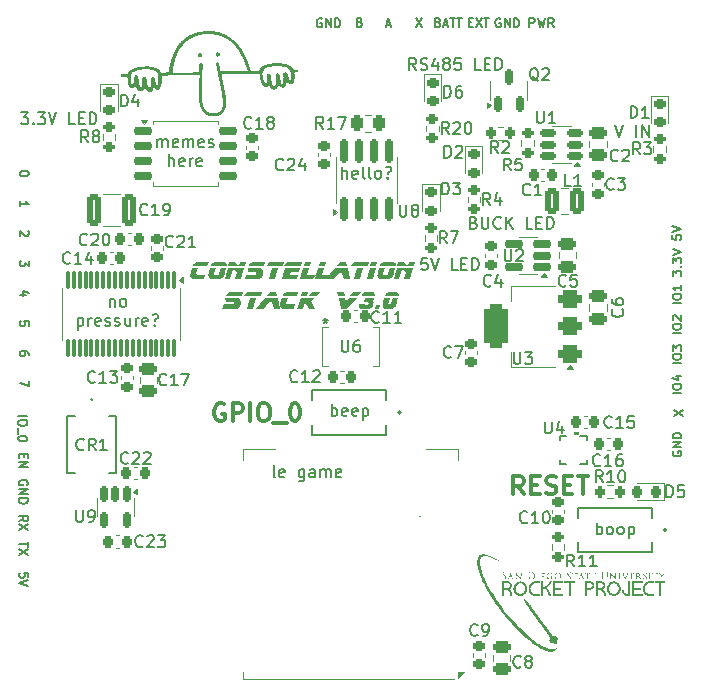
<source format=gto>
G04 #@! TF.GenerationSoftware,KiCad,Pcbnew,9.0.0*
G04 #@! TF.CreationDate,2025-02-28T23:09:54-08:00*
G04 #@! TF.ProjectId,Constellation Stack V3.0,436f6e73-7465-46c6-9c61-74696f6e2053,rev?*
G04 #@! TF.SameCoordinates,Original*
G04 #@! TF.FileFunction,Legend,Top*
G04 #@! TF.FilePolarity,Positive*
%FSLAX46Y46*%
G04 Gerber Fmt 4.6, Leading zero omitted, Abs format (unit mm)*
G04 Created by KiCad (PCBNEW 9.0.0) date 2025-02-28 23:09:54*
%MOMM*%
%LPD*%
G01*
G04 APERTURE LIST*
G04 Aperture macros list*
%AMRoundRect*
0 Rectangle with rounded corners*
0 $1 Rounding radius*
0 $2 $3 $4 $5 $6 $7 $8 $9 X,Y pos of 4 corners*
0 Add a 4 corners polygon primitive as box body*
4,1,4,$2,$3,$4,$5,$6,$7,$8,$9,$2,$3,0*
0 Add four circle primitives for the rounded corners*
1,1,$1+$1,$2,$3*
1,1,$1+$1,$4,$5*
1,1,$1+$1,$6,$7*
1,1,$1+$1,$8,$9*
0 Add four rect primitives between the rounded corners*
20,1,$1+$1,$2,$3,$4,$5,0*
20,1,$1+$1,$4,$5,$6,$7,0*
20,1,$1+$1,$6,$7,$8,$9,0*
20,1,$1+$1,$8,$9,$2,$3,0*%
G04 Aperture macros list end*
%ADD10C,0.150000*%
%ADD11C,0.200000*%
%ADD12C,0.300000*%
%ADD13C,0.120000*%
%ADD14C,0.000000*%
%ADD15C,0.152400*%
%ADD16RoundRect,0.218750X-0.256250X0.218750X-0.256250X-0.218750X0.256250X-0.218750X0.256250X0.218750X0*%
%ADD17RoundRect,0.250000X-0.262500X-0.450000X0.262500X-0.450000X0.262500X0.450000X-0.262500X0.450000X0*%
%ADD18C,5.600000*%
%ADD19R,1.500000X0.900000*%
%ADD20R,0.900000X1.500000*%
%ADD21C,0.600000*%
%ADD22R,3.800000X3.800000*%
%ADD23RoundRect,0.225000X0.250000X-0.225000X0.250000X0.225000X-0.250000X0.225000X-0.250000X-0.225000X0*%
%ADD24RoundRect,0.250000X-0.475000X0.250000X-0.475000X-0.250000X0.475000X-0.250000X0.475000X0.250000X0*%
%ADD25RoundRect,0.250000X0.475000X-0.250000X0.475000X0.250000X-0.475000X0.250000X-0.475000X-0.250000X0*%
%ADD26R,0.254000X0.482600*%
%ADD27R,0.482600X0.254000*%
%ADD28RoundRect,0.375000X0.625000X0.375000X-0.625000X0.375000X-0.625000X-0.375000X0.625000X-0.375000X0*%
%ADD29RoundRect,0.500000X0.500000X1.400000X-0.500000X1.400000X-0.500000X-1.400000X0.500000X-1.400000X0*%
%ADD30RoundRect,0.150000X0.512500X0.150000X-0.512500X0.150000X-0.512500X-0.150000X0.512500X-0.150000X0*%
%ADD31RoundRect,0.225000X-0.225000X-0.250000X0.225000X-0.250000X0.225000X0.250000X-0.225000X0.250000X0*%
%ADD32RoundRect,0.225000X-0.250000X0.225000X-0.250000X-0.225000X0.250000X-0.225000X0.250000X0.225000X0*%
%ADD33RoundRect,0.218750X0.218750X0.256250X-0.218750X0.256250X-0.218750X-0.256250X0.218750X-0.256250X0*%
%ADD34RoundRect,0.200000X0.275000X-0.200000X0.275000X0.200000X-0.275000X0.200000X-0.275000X-0.200000X0*%
%ADD35RoundRect,0.150000X-0.650000X-0.150000X0.650000X-0.150000X0.650000X0.150000X-0.650000X0.150000X0*%
%ADD36RoundRect,0.200000X-0.200000X-0.275000X0.200000X-0.275000X0.200000X0.275000X-0.200000X0.275000X0*%
%ADD37R,0.889000X1.397000*%
%ADD38RoundRect,0.150000X-0.150000X0.512500X-0.150000X-0.512500X0.150000X-0.512500X0.150000X0.512500X0*%
%ADD39RoundRect,0.225000X0.225000X0.250000X-0.225000X0.250000X-0.225000X-0.250000X0.225000X-0.250000X0*%
%ADD40RoundRect,0.150000X0.650000X0.150000X-0.650000X0.150000X-0.650000X-0.150000X0.650000X-0.150000X0*%
%ADD41R,0.254000X0.279400*%
%ADD42R,0.279400X0.254000*%
%ADD43RoundRect,0.250000X-0.325000X-1.100000X0.325000X-1.100000X0.325000X1.100000X-0.325000X1.100000X0*%
%ADD44RoundRect,0.150000X0.150000X-0.512500X0.150000X0.512500X-0.150000X0.512500X-0.150000X-0.512500X0*%
%ADD45RoundRect,0.150000X0.150000X-0.825000X0.150000X0.825000X-0.150000X0.825000X-0.150000X-0.825000X0*%
%ADD46RoundRect,0.250000X-0.375000X-0.850000X0.375000X-0.850000X0.375000X0.850000X-0.375000X0.850000X0*%
%ADD47RoundRect,0.075000X-0.075000X0.662500X-0.075000X-0.662500X0.075000X-0.662500X0.075000X0.662500X0*%
%ADD48RoundRect,0.200000X0.200000X0.275000X-0.200000X0.275000X-0.200000X-0.275000X0.200000X-0.275000X0*%
%ADD49R,2.209800X1.574800*%
%ADD50C,3.000000*%
%ADD51C,1.700000*%
%ADD52O,1.700000X1.700000*%
%ADD53R,1.700000X1.700000*%
%ADD54C,1.000000*%
G04 APERTURE END LIST*
D10*
X59840000Y-68330000D02*
X59840000Y-68330000D01*
X26613871Y-65695826D02*
X26649585Y-65624398D01*
X26649585Y-65624398D02*
X26649585Y-65517255D01*
X26649585Y-65517255D02*
X26613871Y-65410112D01*
X26613871Y-65410112D02*
X26542442Y-65338683D01*
X26542442Y-65338683D02*
X26471014Y-65302969D01*
X26471014Y-65302969D02*
X26328157Y-65267255D01*
X26328157Y-65267255D02*
X26221014Y-65267255D01*
X26221014Y-65267255D02*
X26078157Y-65302969D01*
X26078157Y-65302969D02*
X26006728Y-65338683D01*
X26006728Y-65338683D02*
X25935300Y-65410112D01*
X25935300Y-65410112D02*
X25899585Y-65517255D01*
X25899585Y-65517255D02*
X25899585Y-65588683D01*
X25899585Y-65588683D02*
X25935300Y-65695826D01*
X25935300Y-65695826D02*
X25971014Y-65731540D01*
X25971014Y-65731540D02*
X26221014Y-65731540D01*
X26221014Y-65731540D02*
X26221014Y-65588683D01*
X25899585Y-66052969D02*
X26649585Y-66052969D01*
X26649585Y-66052969D02*
X25899585Y-66481540D01*
X25899585Y-66481540D02*
X26649585Y-66481540D01*
X25899585Y-66838683D02*
X26649585Y-66838683D01*
X26649585Y-66838683D02*
X26649585Y-67017254D01*
X26649585Y-67017254D02*
X26613871Y-67124397D01*
X26613871Y-67124397D02*
X26542442Y-67195826D01*
X26542442Y-67195826D02*
X26471014Y-67231540D01*
X26471014Y-67231540D02*
X26328157Y-67267254D01*
X26328157Y-67267254D02*
X26221014Y-67267254D01*
X26221014Y-67267254D02*
X26078157Y-67231540D01*
X26078157Y-67231540D02*
X26006728Y-67195826D01*
X26006728Y-67195826D02*
X25935300Y-67124397D01*
X25935300Y-67124397D02*
X25899585Y-67017254D01*
X25899585Y-67017254D02*
X25899585Y-66838683D01*
X51530112Y-26216128D02*
X51458684Y-26180414D01*
X51458684Y-26180414D02*
X51351541Y-26180414D01*
X51351541Y-26180414D02*
X51244398Y-26216128D01*
X51244398Y-26216128D02*
X51172969Y-26287557D01*
X51172969Y-26287557D02*
X51137255Y-26358985D01*
X51137255Y-26358985D02*
X51101541Y-26501842D01*
X51101541Y-26501842D02*
X51101541Y-26608985D01*
X51101541Y-26608985D02*
X51137255Y-26751842D01*
X51137255Y-26751842D02*
X51172969Y-26823271D01*
X51172969Y-26823271D02*
X51244398Y-26894700D01*
X51244398Y-26894700D02*
X51351541Y-26930414D01*
X51351541Y-26930414D02*
X51422969Y-26930414D01*
X51422969Y-26930414D02*
X51530112Y-26894700D01*
X51530112Y-26894700D02*
X51565826Y-26858985D01*
X51565826Y-26858985D02*
X51565826Y-26608985D01*
X51565826Y-26608985D02*
X51422969Y-26608985D01*
X51887255Y-26930414D02*
X51887255Y-26180414D01*
X51887255Y-26180414D02*
X52315826Y-26930414D01*
X52315826Y-26930414D02*
X52315826Y-26180414D01*
X52672969Y-26930414D02*
X52672969Y-26180414D01*
X52672969Y-26180414D02*
X52851540Y-26180414D01*
X52851540Y-26180414D02*
X52958683Y-26216128D01*
X52958683Y-26216128D02*
X53030112Y-26287557D01*
X53030112Y-26287557D02*
X53065826Y-26358985D01*
X53065826Y-26358985D02*
X53101540Y-26501842D01*
X53101540Y-26501842D02*
X53101540Y-26608985D01*
X53101540Y-26608985D02*
X53065826Y-26751842D01*
X53065826Y-26751842D02*
X53030112Y-26823271D01*
X53030112Y-26823271D02*
X52958683Y-26894700D01*
X52958683Y-26894700D02*
X52851540Y-26930414D01*
X52851540Y-26930414D02*
X52672969Y-26930414D01*
X26719585Y-46695826D02*
X26719585Y-47160112D01*
X26719585Y-47160112D02*
X26433871Y-46910112D01*
X26433871Y-46910112D02*
X26433871Y-47017255D01*
X26433871Y-47017255D02*
X26398157Y-47088684D01*
X26398157Y-47088684D02*
X26362442Y-47124398D01*
X26362442Y-47124398D02*
X26291014Y-47160112D01*
X26291014Y-47160112D02*
X26112442Y-47160112D01*
X26112442Y-47160112D02*
X26041014Y-47124398D01*
X26041014Y-47124398D02*
X26005300Y-47088684D01*
X26005300Y-47088684D02*
X25969585Y-47017255D01*
X25969585Y-47017255D02*
X25969585Y-46802969D01*
X25969585Y-46802969D02*
X26005300Y-46731541D01*
X26005300Y-46731541D02*
X26041014Y-46695826D01*
X57011541Y-26716128D02*
X57368684Y-26716128D01*
X56940112Y-26930414D02*
X57190112Y-26180414D01*
X57190112Y-26180414D02*
X57440112Y-26930414D01*
X59991316Y-26883585D02*
X59491316Y-26133585D01*
X59491316Y-26883585D02*
X59991316Y-26133585D01*
X81990414Y-52871316D02*
X81240414Y-52871316D01*
X81240414Y-52371316D02*
X81240414Y-52228459D01*
X81240414Y-52228459D02*
X81276128Y-52157030D01*
X81276128Y-52157030D02*
X81347557Y-52085602D01*
X81347557Y-52085602D02*
X81490414Y-52049887D01*
X81490414Y-52049887D02*
X81740414Y-52049887D01*
X81740414Y-52049887D02*
X81883271Y-52085602D01*
X81883271Y-52085602D02*
X81954700Y-52157030D01*
X81954700Y-52157030D02*
X81990414Y-52228459D01*
X81990414Y-52228459D02*
X81990414Y-52371316D01*
X81990414Y-52371316D02*
X81954700Y-52442745D01*
X81954700Y-52442745D02*
X81883271Y-52514173D01*
X81883271Y-52514173D02*
X81740414Y-52549887D01*
X81740414Y-52549887D02*
X81490414Y-52549887D01*
X81490414Y-52549887D02*
X81347557Y-52514173D01*
X81347557Y-52514173D02*
X81276128Y-52442745D01*
X81276128Y-52442745D02*
X81240414Y-52371316D01*
X81311842Y-51764173D02*
X81276128Y-51728459D01*
X81276128Y-51728459D02*
X81240414Y-51657031D01*
X81240414Y-51657031D02*
X81240414Y-51478459D01*
X81240414Y-51478459D02*
X81276128Y-51407031D01*
X81276128Y-51407031D02*
X81311842Y-51371316D01*
X81311842Y-51371316D02*
X81383271Y-51335602D01*
X81383271Y-51335602D02*
X81454700Y-51335602D01*
X81454700Y-51335602D02*
X81561842Y-51371316D01*
X81561842Y-51371316D02*
X81990414Y-51799888D01*
X81990414Y-51799888D02*
X81990414Y-51335602D01*
X81990414Y-50331316D02*
X81240414Y-50331316D01*
X81240414Y-49831316D02*
X81240414Y-49688459D01*
X81240414Y-49688459D02*
X81276128Y-49617030D01*
X81276128Y-49617030D02*
X81347557Y-49545602D01*
X81347557Y-49545602D02*
X81490414Y-49509887D01*
X81490414Y-49509887D02*
X81740414Y-49509887D01*
X81740414Y-49509887D02*
X81883271Y-49545602D01*
X81883271Y-49545602D02*
X81954700Y-49617030D01*
X81954700Y-49617030D02*
X81990414Y-49688459D01*
X81990414Y-49688459D02*
X81990414Y-49831316D01*
X81990414Y-49831316D02*
X81954700Y-49902745D01*
X81954700Y-49902745D02*
X81883271Y-49974173D01*
X81883271Y-49974173D02*
X81740414Y-50009887D01*
X81740414Y-50009887D02*
X81490414Y-50009887D01*
X81490414Y-50009887D02*
X81347557Y-49974173D01*
X81347557Y-49974173D02*
X81276128Y-49902745D01*
X81276128Y-49902745D02*
X81240414Y-49831316D01*
X81990414Y-48795602D02*
X81990414Y-49224173D01*
X81990414Y-49009888D02*
X81240414Y-49009888D01*
X81240414Y-49009888D02*
X81347557Y-49081316D01*
X81347557Y-49081316D02*
X81418985Y-49152745D01*
X81418985Y-49152745D02*
X81454700Y-49224173D01*
X26469585Y-49628684D02*
X25969585Y-49628684D01*
X26755300Y-49450112D02*
X26219585Y-49271541D01*
X26219585Y-49271541D02*
X26219585Y-49735826D01*
X81276128Y-62852744D02*
X81240414Y-62924173D01*
X81240414Y-62924173D02*
X81240414Y-63031315D01*
X81240414Y-63031315D02*
X81276128Y-63138458D01*
X81276128Y-63138458D02*
X81347557Y-63209887D01*
X81347557Y-63209887D02*
X81418985Y-63245601D01*
X81418985Y-63245601D02*
X81561842Y-63281315D01*
X81561842Y-63281315D02*
X81668985Y-63281315D01*
X81668985Y-63281315D02*
X81811842Y-63245601D01*
X81811842Y-63245601D02*
X81883271Y-63209887D01*
X81883271Y-63209887D02*
X81954700Y-63138458D01*
X81954700Y-63138458D02*
X81990414Y-63031315D01*
X81990414Y-63031315D02*
X81990414Y-62959887D01*
X81990414Y-62959887D02*
X81954700Y-62852744D01*
X81954700Y-62852744D02*
X81918985Y-62817030D01*
X81918985Y-62817030D02*
X81668985Y-62817030D01*
X81668985Y-62817030D02*
X81668985Y-62959887D01*
X81990414Y-62495601D02*
X81240414Y-62495601D01*
X81240414Y-62495601D02*
X81990414Y-62067030D01*
X81990414Y-62067030D02*
X81240414Y-62067030D01*
X81990414Y-61709887D02*
X81240414Y-61709887D01*
X81240414Y-61709887D02*
X81240414Y-61531316D01*
X81240414Y-61531316D02*
X81276128Y-61424173D01*
X81276128Y-61424173D02*
X81347557Y-61352744D01*
X81347557Y-61352744D02*
X81418985Y-61317030D01*
X81418985Y-61317030D02*
X81561842Y-61281316D01*
X81561842Y-61281316D02*
X81668985Y-61281316D01*
X81668985Y-61281316D02*
X81811842Y-61317030D01*
X81811842Y-61317030D02*
X81883271Y-61352744D01*
X81883271Y-61352744D02*
X81954700Y-61424173D01*
X81954700Y-61424173D02*
X81990414Y-61531316D01*
X81990414Y-61531316D02*
X81990414Y-61709887D01*
X26719585Y-52204398D02*
X26719585Y-51847255D01*
X26719585Y-51847255D02*
X26362442Y-51811541D01*
X26362442Y-51811541D02*
X26398157Y-51847255D01*
X26398157Y-51847255D02*
X26433871Y-51918684D01*
X26433871Y-51918684D02*
X26433871Y-52097255D01*
X26433871Y-52097255D02*
X26398157Y-52168684D01*
X26398157Y-52168684D02*
X26362442Y-52204398D01*
X26362442Y-52204398D02*
X26291014Y-52240112D01*
X26291014Y-52240112D02*
X26112442Y-52240112D01*
X26112442Y-52240112D02*
X26041014Y-52204398D01*
X26041014Y-52204398D02*
X26005300Y-52168684D01*
X26005300Y-52168684D02*
X25969585Y-52097255D01*
X25969585Y-52097255D02*
X25969585Y-51918684D01*
X25969585Y-51918684D02*
X26005300Y-51847255D01*
X26005300Y-51847255D02*
X26041014Y-51811541D01*
X59531666Y-30553019D02*
X59198333Y-30076828D01*
X58960238Y-30553019D02*
X58960238Y-29553019D01*
X58960238Y-29553019D02*
X59341190Y-29553019D01*
X59341190Y-29553019D02*
X59436428Y-29600638D01*
X59436428Y-29600638D02*
X59484047Y-29648257D01*
X59484047Y-29648257D02*
X59531666Y-29743495D01*
X59531666Y-29743495D02*
X59531666Y-29886352D01*
X59531666Y-29886352D02*
X59484047Y-29981590D01*
X59484047Y-29981590D02*
X59436428Y-30029209D01*
X59436428Y-30029209D02*
X59341190Y-30076828D01*
X59341190Y-30076828D02*
X58960238Y-30076828D01*
X59912619Y-30505400D02*
X60055476Y-30553019D01*
X60055476Y-30553019D02*
X60293571Y-30553019D01*
X60293571Y-30553019D02*
X60388809Y-30505400D01*
X60388809Y-30505400D02*
X60436428Y-30457780D01*
X60436428Y-30457780D02*
X60484047Y-30362542D01*
X60484047Y-30362542D02*
X60484047Y-30267304D01*
X60484047Y-30267304D02*
X60436428Y-30172066D01*
X60436428Y-30172066D02*
X60388809Y-30124447D01*
X60388809Y-30124447D02*
X60293571Y-30076828D01*
X60293571Y-30076828D02*
X60103095Y-30029209D01*
X60103095Y-30029209D02*
X60007857Y-29981590D01*
X60007857Y-29981590D02*
X59960238Y-29933971D01*
X59960238Y-29933971D02*
X59912619Y-29838733D01*
X59912619Y-29838733D02*
X59912619Y-29743495D01*
X59912619Y-29743495D02*
X59960238Y-29648257D01*
X59960238Y-29648257D02*
X60007857Y-29600638D01*
X60007857Y-29600638D02*
X60103095Y-29553019D01*
X60103095Y-29553019D02*
X60341190Y-29553019D01*
X60341190Y-29553019D02*
X60484047Y-29600638D01*
X61341190Y-29886352D02*
X61341190Y-30553019D01*
X61103095Y-29505400D02*
X60865000Y-30219685D01*
X60865000Y-30219685D02*
X61484047Y-30219685D01*
X62007857Y-29981590D02*
X61912619Y-29933971D01*
X61912619Y-29933971D02*
X61865000Y-29886352D01*
X61865000Y-29886352D02*
X61817381Y-29791114D01*
X61817381Y-29791114D02*
X61817381Y-29743495D01*
X61817381Y-29743495D02*
X61865000Y-29648257D01*
X61865000Y-29648257D02*
X61912619Y-29600638D01*
X61912619Y-29600638D02*
X62007857Y-29553019D01*
X62007857Y-29553019D02*
X62198333Y-29553019D01*
X62198333Y-29553019D02*
X62293571Y-29600638D01*
X62293571Y-29600638D02*
X62341190Y-29648257D01*
X62341190Y-29648257D02*
X62388809Y-29743495D01*
X62388809Y-29743495D02*
X62388809Y-29791114D01*
X62388809Y-29791114D02*
X62341190Y-29886352D01*
X62341190Y-29886352D02*
X62293571Y-29933971D01*
X62293571Y-29933971D02*
X62198333Y-29981590D01*
X62198333Y-29981590D02*
X62007857Y-29981590D01*
X62007857Y-29981590D02*
X61912619Y-30029209D01*
X61912619Y-30029209D02*
X61865000Y-30076828D01*
X61865000Y-30076828D02*
X61817381Y-30172066D01*
X61817381Y-30172066D02*
X61817381Y-30362542D01*
X61817381Y-30362542D02*
X61865000Y-30457780D01*
X61865000Y-30457780D02*
X61912619Y-30505400D01*
X61912619Y-30505400D02*
X62007857Y-30553019D01*
X62007857Y-30553019D02*
X62198333Y-30553019D01*
X62198333Y-30553019D02*
X62293571Y-30505400D01*
X62293571Y-30505400D02*
X62341190Y-30457780D01*
X62341190Y-30457780D02*
X62388809Y-30362542D01*
X62388809Y-30362542D02*
X62388809Y-30172066D01*
X62388809Y-30172066D02*
X62341190Y-30076828D01*
X62341190Y-30076828D02*
X62293571Y-30029209D01*
X62293571Y-30029209D02*
X62198333Y-29981590D01*
X63293571Y-29553019D02*
X62817381Y-29553019D01*
X62817381Y-29553019D02*
X62769762Y-30029209D01*
X62769762Y-30029209D02*
X62817381Y-29981590D01*
X62817381Y-29981590D02*
X62912619Y-29933971D01*
X62912619Y-29933971D02*
X63150714Y-29933971D01*
X63150714Y-29933971D02*
X63245952Y-29981590D01*
X63245952Y-29981590D02*
X63293571Y-30029209D01*
X63293571Y-30029209D02*
X63341190Y-30124447D01*
X63341190Y-30124447D02*
X63341190Y-30362542D01*
X63341190Y-30362542D02*
X63293571Y-30457780D01*
X63293571Y-30457780D02*
X63245952Y-30505400D01*
X63245952Y-30505400D02*
X63150714Y-30553019D01*
X63150714Y-30553019D02*
X62912619Y-30553019D01*
X62912619Y-30553019D02*
X62817381Y-30505400D01*
X62817381Y-30505400D02*
X62769762Y-30457780D01*
X65007857Y-30553019D02*
X64531667Y-30553019D01*
X64531667Y-30553019D02*
X64531667Y-29553019D01*
X65341191Y-30029209D02*
X65674524Y-30029209D01*
X65817381Y-30553019D02*
X65341191Y-30553019D01*
X65341191Y-30553019D02*
X65341191Y-29553019D01*
X65341191Y-29553019D02*
X65817381Y-29553019D01*
X66245953Y-30553019D02*
X66245953Y-29553019D01*
X66245953Y-29553019D02*
X66484048Y-29553019D01*
X66484048Y-29553019D02*
X66626905Y-29600638D01*
X66626905Y-29600638D02*
X66722143Y-29695876D01*
X66722143Y-29695876D02*
X66769762Y-29791114D01*
X66769762Y-29791114D02*
X66817381Y-29981590D01*
X66817381Y-29981590D02*
X66817381Y-30124447D01*
X66817381Y-30124447D02*
X66769762Y-30314923D01*
X66769762Y-30314923D02*
X66722143Y-30410161D01*
X66722143Y-30410161D02*
X66626905Y-30505400D01*
X66626905Y-30505400D02*
X66484048Y-30553019D01*
X66484048Y-30553019D02*
X66245953Y-30553019D01*
D11*
X53277873Y-39756419D02*
X53277873Y-38756419D01*
X53706444Y-39756419D02*
X53706444Y-39232609D01*
X53706444Y-39232609D02*
X53658825Y-39137371D01*
X53658825Y-39137371D02*
X53563587Y-39089752D01*
X53563587Y-39089752D02*
X53420730Y-39089752D01*
X53420730Y-39089752D02*
X53325492Y-39137371D01*
X53325492Y-39137371D02*
X53277873Y-39184990D01*
X54563587Y-39708800D02*
X54468349Y-39756419D01*
X54468349Y-39756419D02*
X54277873Y-39756419D01*
X54277873Y-39756419D02*
X54182635Y-39708800D01*
X54182635Y-39708800D02*
X54135016Y-39613561D01*
X54135016Y-39613561D02*
X54135016Y-39232609D01*
X54135016Y-39232609D02*
X54182635Y-39137371D01*
X54182635Y-39137371D02*
X54277873Y-39089752D01*
X54277873Y-39089752D02*
X54468349Y-39089752D01*
X54468349Y-39089752D02*
X54563587Y-39137371D01*
X54563587Y-39137371D02*
X54611206Y-39232609D01*
X54611206Y-39232609D02*
X54611206Y-39327847D01*
X54611206Y-39327847D02*
X54135016Y-39423085D01*
X55182635Y-39756419D02*
X55087397Y-39708800D01*
X55087397Y-39708800D02*
X55039778Y-39613561D01*
X55039778Y-39613561D02*
X55039778Y-38756419D01*
X55706445Y-39756419D02*
X55611207Y-39708800D01*
X55611207Y-39708800D02*
X55563588Y-39613561D01*
X55563588Y-39613561D02*
X55563588Y-38756419D01*
X56230255Y-39756419D02*
X56135017Y-39708800D01*
X56135017Y-39708800D02*
X56087398Y-39661180D01*
X56087398Y-39661180D02*
X56039779Y-39565942D01*
X56039779Y-39565942D02*
X56039779Y-39280228D01*
X56039779Y-39280228D02*
X56087398Y-39184990D01*
X56087398Y-39184990D02*
X56135017Y-39137371D01*
X56135017Y-39137371D02*
X56230255Y-39089752D01*
X56230255Y-39089752D02*
X56373112Y-39089752D01*
X56373112Y-39089752D02*
X56468350Y-39137371D01*
X56468350Y-39137371D02*
X56515969Y-39184990D01*
X56515969Y-39184990D02*
X56563588Y-39280228D01*
X56563588Y-39280228D02*
X56563588Y-39565942D01*
X56563588Y-39565942D02*
X56515969Y-39661180D01*
X56515969Y-39661180D02*
X56468350Y-39708800D01*
X56468350Y-39708800D02*
X56373112Y-39756419D01*
X56373112Y-39756419D02*
X56230255Y-39756419D01*
X57135017Y-39661180D02*
X57182636Y-39708800D01*
X57182636Y-39708800D02*
X57135017Y-39756419D01*
X57135017Y-39756419D02*
X57087398Y-39708800D01*
X57087398Y-39708800D02*
X57135017Y-39661180D01*
X57135017Y-39661180D02*
X57135017Y-39756419D01*
X56944541Y-38804038D02*
X57039779Y-38756419D01*
X57039779Y-38756419D02*
X57277874Y-38756419D01*
X57277874Y-38756419D02*
X57373112Y-38804038D01*
X57373112Y-38804038D02*
X57420731Y-38899276D01*
X57420731Y-38899276D02*
X57420731Y-38994514D01*
X57420731Y-38994514D02*
X57373112Y-39089752D01*
X57373112Y-39089752D02*
X57325493Y-39137371D01*
X57325493Y-39137371D02*
X57230255Y-39184990D01*
X57230255Y-39184990D02*
X57182636Y-39232609D01*
X57182636Y-39232609D02*
X57135017Y-39327847D01*
X57135017Y-39327847D02*
X57135017Y-39375466D01*
D12*
X43270225Y-58862257D02*
X43127368Y-58790828D01*
X43127368Y-58790828D02*
X42913082Y-58790828D01*
X42913082Y-58790828D02*
X42698796Y-58862257D01*
X42698796Y-58862257D02*
X42555939Y-59005114D01*
X42555939Y-59005114D02*
X42484510Y-59147971D01*
X42484510Y-59147971D02*
X42413082Y-59433685D01*
X42413082Y-59433685D02*
X42413082Y-59647971D01*
X42413082Y-59647971D02*
X42484510Y-59933685D01*
X42484510Y-59933685D02*
X42555939Y-60076542D01*
X42555939Y-60076542D02*
X42698796Y-60219400D01*
X42698796Y-60219400D02*
X42913082Y-60290828D01*
X42913082Y-60290828D02*
X43055939Y-60290828D01*
X43055939Y-60290828D02*
X43270225Y-60219400D01*
X43270225Y-60219400D02*
X43341653Y-60147971D01*
X43341653Y-60147971D02*
X43341653Y-59647971D01*
X43341653Y-59647971D02*
X43055939Y-59647971D01*
X43984510Y-60290828D02*
X43984510Y-58790828D01*
X43984510Y-58790828D02*
X44555939Y-58790828D01*
X44555939Y-58790828D02*
X44698796Y-58862257D01*
X44698796Y-58862257D02*
X44770225Y-58933685D01*
X44770225Y-58933685D02*
X44841653Y-59076542D01*
X44841653Y-59076542D02*
X44841653Y-59290828D01*
X44841653Y-59290828D02*
X44770225Y-59433685D01*
X44770225Y-59433685D02*
X44698796Y-59505114D01*
X44698796Y-59505114D02*
X44555939Y-59576542D01*
X44555939Y-59576542D02*
X43984510Y-59576542D01*
X45484510Y-60290828D02*
X45484510Y-58790828D01*
X46484511Y-58790828D02*
X46770225Y-58790828D01*
X46770225Y-58790828D02*
X46913082Y-58862257D01*
X46913082Y-58862257D02*
X47055939Y-59005114D01*
X47055939Y-59005114D02*
X47127368Y-59290828D01*
X47127368Y-59290828D02*
X47127368Y-59790828D01*
X47127368Y-59790828D02*
X47055939Y-60076542D01*
X47055939Y-60076542D02*
X46913082Y-60219400D01*
X46913082Y-60219400D02*
X46770225Y-60290828D01*
X46770225Y-60290828D02*
X46484511Y-60290828D01*
X46484511Y-60290828D02*
X46341654Y-60219400D01*
X46341654Y-60219400D02*
X46198796Y-60076542D01*
X46198796Y-60076542D02*
X46127368Y-59790828D01*
X46127368Y-59790828D02*
X46127368Y-59290828D01*
X46127368Y-59290828D02*
X46198796Y-59005114D01*
X46198796Y-59005114D02*
X46341654Y-58862257D01*
X46341654Y-58862257D02*
X46484511Y-58790828D01*
X47413083Y-60433685D02*
X48555940Y-60433685D01*
X49198797Y-58790828D02*
X49341654Y-58790828D01*
X49341654Y-58790828D02*
X49484511Y-58862257D01*
X49484511Y-58862257D02*
X49555940Y-58933685D01*
X49555940Y-58933685D02*
X49627368Y-59076542D01*
X49627368Y-59076542D02*
X49698797Y-59362257D01*
X49698797Y-59362257D02*
X49698797Y-59719400D01*
X49698797Y-59719400D02*
X49627368Y-60005114D01*
X49627368Y-60005114D02*
X49555940Y-60147971D01*
X49555940Y-60147971D02*
X49484511Y-60219400D01*
X49484511Y-60219400D02*
X49341654Y-60290828D01*
X49341654Y-60290828D02*
X49198797Y-60290828D01*
X49198797Y-60290828D02*
X49055940Y-60219400D01*
X49055940Y-60219400D02*
X48984511Y-60147971D01*
X48984511Y-60147971D02*
X48913082Y-60005114D01*
X48913082Y-60005114D02*
X48841654Y-59719400D01*
X48841654Y-59719400D02*
X48841654Y-59362257D01*
X48841654Y-59362257D02*
X48913082Y-59076542D01*
X48913082Y-59076542D02*
X48984511Y-58933685D01*
X48984511Y-58933685D02*
X49055940Y-58862257D01*
X49055940Y-58862257D02*
X49198797Y-58790828D01*
G36*
X41960481Y-46831266D02*
G01*
X41855884Y-47188838D01*
X40591836Y-47188838D01*
X40626630Y-47100667D01*
X40675958Y-47020476D01*
X40740763Y-46947220D01*
X40805237Y-46893922D01*
X40867684Y-46858333D01*
X40929049Y-46837934D01*
X40990532Y-46831266D01*
X41960481Y-46831266D01*
G37*
G36*
X41662261Y-47886395D02*
G01*
X41551435Y-48285000D01*
X40883462Y-48285000D01*
X40762302Y-48277286D01*
X40664835Y-48256082D01*
X40586824Y-48223567D01*
X40524796Y-48180841D01*
X40476236Y-48127822D01*
X40439795Y-48063258D01*
X40425380Y-48016970D01*
X40418261Y-47955642D01*
X40420652Y-47875313D01*
X40429078Y-47791232D01*
X40553642Y-47321553D01*
X41080749Y-47319446D01*
X40928525Y-47783080D01*
X40940889Y-47838310D01*
X40966892Y-47867061D01*
X41016086Y-47886395D01*
X41662261Y-47886395D01*
G37*
G36*
X43506080Y-47188838D02*
G01*
X42115362Y-47188838D01*
X42151401Y-47094019D01*
X42199586Y-47011875D01*
X42260076Y-46940809D01*
X42326886Y-46884995D01*
X42391483Y-46847790D01*
X42454857Y-46826496D01*
X42518271Y-46819542D01*
X43232223Y-46819542D01*
X43319687Y-46828499D01*
X43385984Y-46852909D01*
X43436132Y-46891087D01*
X43473064Y-46944163D01*
X43497143Y-47015872D01*
X43506080Y-47111993D01*
X43506080Y-47188838D01*
G37*
G36*
X43477504Y-47317340D02*
G01*
X43468162Y-47354709D01*
X43352665Y-47753680D01*
X43310026Y-47872096D01*
X43255831Y-47974002D01*
X43190366Y-48061426D01*
X43106376Y-48141339D01*
X43012860Y-48203068D01*
X42908490Y-48247732D01*
X42791332Y-48275382D01*
X42658955Y-48285000D01*
X42409094Y-48285000D01*
X42275802Y-48275392D01*
X42170750Y-48249153D01*
X42088342Y-48208979D01*
X42024553Y-48157406D01*
X41979656Y-48094897D01*
X41951907Y-48019354D01*
X41942071Y-47927153D01*
X41949665Y-47824975D01*
X41973670Y-47712281D01*
X42079183Y-47321553D01*
X42574599Y-47321553D01*
X42428695Y-47835654D01*
X42420360Y-47889601D01*
X42429393Y-47922167D01*
X42455622Y-47939152D01*
X42759338Y-47939152D01*
X42790093Y-47923369D01*
X42817275Y-47890684D01*
X42840854Y-47834097D01*
X42992712Y-47319446D01*
X43477504Y-47317340D01*
G37*
G36*
X45112863Y-46831266D02*
G01*
X45006159Y-47188838D01*
X43624599Y-47188838D01*
X43724983Y-46831266D01*
X44205012Y-46831266D01*
X44513033Y-47123625D01*
X44587954Y-46831266D01*
X45112863Y-46831266D01*
G37*
G36*
X44980422Y-47319446D02*
G01*
X44722685Y-48285000D01*
X44189441Y-48285000D01*
X44351741Y-47699916D01*
X44049948Y-47424410D01*
X43807049Y-48285000D01*
X43320059Y-48285000D01*
X43584208Y-47319446D01*
X44980422Y-47319446D01*
G37*
G36*
X46768371Y-46831266D02*
G01*
X46672200Y-47182976D01*
X45305204Y-47182976D01*
X45343180Y-47095764D01*
X45397284Y-47015916D01*
X45468969Y-46942458D01*
X45559510Y-46878394D01*
X45646147Y-46842717D01*
X45731285Y-46831266D01*
X46768371Y-46831266D01*
G37*
G36*
X46411715Y-48149536D02*
G01*
X46350396Y-48199675D01*
X46265023Y-48245191D01*
X46149582Y-48285000D01*
X44998740Y-48282893D01*
X45111672Y-47880533D01*
X45907507Y-47880533D01*
X45954259Y-47868752D01*
X45984038Y-47848990D01*
X46001483Y-47821597D01*
X46007707Y-47783996D01*
X46003662Y-47737607D01*
X45994610Y-47715211D01*
X45975930Y-47699711D01*
X45932511Y-47681231D01*
X45527587Y-47681231D01*
X45441180Y-47672581D01*
X45378022Y-47649388D01*
X45332315Y-47613729D01*
X45300374Y-47564652D01*
X45278806Y-47494123D01*
X45270582Y-47394826D01*
X45270582Y-47317798D01*
X46201880Y-47317798D01*
X46316498Y-47337755D01*
X46389289Y-47361108D01*
X46432323Y-47385758D01*
X46546537Y-47510597D01*
X46576351Y-47616941D01*
X46586838Y-47741407D01*
X46575882Y-47854996D01*
X46543605Y-47959532D01*
X46489585Y-48057201D01*
X46411715Y-48149536D01*
G37*
G36*
X48373688Y-46831266D02*
G01*
X48275410Y-47182976D01*
X46869213Y-47182976D01*
X47095626Y-46831266D01*
X48373688Y-46831266D01*
G37*
G36*
X47829820Y-47319446D02*
G01*
X47574189Y-48285000D01*
X47087108Y-48285000D01*
X47349150Y-47319446D01*
X47829820Y-47319446D01*
G37*
G36*
X49848487Y-46831266D02*
G01*
X49754606Y-47188838D01*
X48377718Y-47188838D01*
X48608344Y-46831266D01*
X49848487Y-46831266D01*
G37*
G36*
X49712108Y-47317798D02*
G01*
X49609709Y-47704678D01*
X48927264Y-47704678D01*
X48874233Y-47903981D01*
X49550358Y-47903981D01*
X49447959Y-48285000D01*
X48209190Y-48285000D01*
X48466927Y-47317798D01*
X49712108Y-47317798D01*
G37*
G36*
X50637819Y-46831266D02*
G01*
X50531115Y-47188838D01*
X50016831Y-47188838D01*
X50115109Y-46835479D01*
X50637819Y-46831266D01*
G37*
G36*
X51034866Y-47921566D02*
G01*
X50736005Y-48285000D01*
X49710185Y-48285000D01*
X49982760Y-47319446D01*
X50499150Y-47319446D01*
X50331080Y-47921566D01*
X51034866Y-47921566D01*
G37*
G36*
X51899577Y-46831266D02*
G01*
X51792874Y-47188838D01*
X51278590Y-47188838D01*
X51376867Y-46835479D01*
X51899577Y-46831266D01*
G37*
G36*
X52296625Y-47921566D02*
G01*
X51997763Y-48285000D01*
X50971943Y-48285000D01*
X51244518Y-47319446D01*
X51760909Y-47319446D01*
X51592839Y-47921566D01*
X52296625Y-47921566D01*
G37*
G36*
X53700716Y-47188838D02*
G01*
X52783431Y-47188838D01*
X53090902Y-46831266D01*
X53623871Y-46831266D01*
X53700716Y-47188838D01*
G37*
G36*
X53935922Y-48285000D02*
G01*
X53402862Y-48285000D01*
X53260071Y-47710540D01*
X52965606Y-47710540D01*
X52543554Y-48285000D01*
X51920735Y-48285000D01*
X52677094Y-47317798D01*
X53728834Y-47317798D01*
X53935922Y-48285000D01*
G37*
G36*
X55554427Y-46831266D02*
G01*
X55456150Y-47182976D01*
X54049953Y-47182976D01*
X54276366Y-46831266D01*
X55554427Y-46831266D01*
G37*
G36*
X55010560Y-47319446D02*
G01*
X54754929Y-48285000D01*
X54267848Y-48285000D01*
X54529890Y-47319446D01*
X55010560Y-47319446D01*
G37*
G36*
X56258671Y-46831266D02*
G01*
X56160394Y-47188838D01*
X55648217Y-47188838D01*
X55750707Y-46831266D01*
X56258671Y-46831266D01*
G37*
G36*
X56130535Y-47319446D02*
G01*
X55866387Y-48285000D01*
X55350088Y-48285000D01*
X55618450Y-47319446D01*
X56130535Y-47319446D01*
G37*
G36*
X57817734Y-47188838D02*
G01*
X56427016Y-47188838D01*
X56463055Y-47094019D01*
X56511240Y-47011875D01*
X56571729Y-46940809D01*
X56638540Y-46884995D01*
X56703137Y-46847790D01*
X56766511Y-46826496D01*
X56829925Y-46819542D01*
X57543877Y-46819542D01*
X57631340Y-46828499D01*
X57697638Y-46852909D01*
X57747786Y-46891087D01*
X57784718Y-46944163D01*
X57808797Y-47015872D01*
X57817734Y-47111993D01*
X57817734Y-47188838D01*
G37*
G36*
X57789158Y-47317340D02*
G01*
X57779816Y-47354709D01*
X57664319Y-47753680D01*
X57621680Y-47872096D01*
X57567485Y-47974002D01*
X57502020Y-48061426D01*
X57418030Y-48141339D01*
X57324514Y-48203068D01*
X57220144Y-48247732D01*
X57102986Y-48275382D01*
X56970608Y-48285000D01*
X56720748Y-48285000D01*
X56587456Y-48275392D01*
X56482404Y-48249153D01*
X56399996Y-48208979D01*
X56336207Y-48157406D01*
X56291310Y-48094897D01*
X56263560Y-48019354D01*
X56253725Y-47927153D01*
X56261319Y-47824975D01*
X56285324Y-47712281D01*
X56390837Y-47321553D01*
X56886253Y-47321553D01*
X56740349Y-47835654D01*
X56732014Y-47889601D01*
X56741047Y-47922167D01*
X56767276Y-47939152D01*
X57070992Y-47939152D01*
X57101747Y-47923369D01*
X57128928Y-47890684D01*
X57152508Y-47834097D01*
X57304366Y-47319446D01*
X57789158Y-47317340D01*
G37*
G36*
X59424516Y-46831266D02*
G01*
X59317813Y-47188838D01*
X57936253Y-47188838D01*
X58036637Y-46831266D01*
X58516666Y-46831266D01*
X58824686Y-47123625D01*
X58899608Y-46831266D01*
X59424516Y-46831266D01*
G37*
G36*
X59292076Y-47319446D02*
G01*
X59034338Y-48285000D01*
X58501095Y-48285000D01*
X58663395Y-47699916D01*
X58361602Y-47424410D01*
X58118703Y-48285000D01*
X57631713Y-48285000D01*
X57895861Y-47319446D01*
X59292076Y-47319446D01*
G37*
G36*
X44880863Y-49351266D02*
G01*
X44784692Y-49702976D01*
X43417696Y-49702976D01*
X43455672Y-49615764D01*
X43509776Y-49535916D01*
X43581461Y-49462458D01*
X43672002Y-49398394D01*
X43758639Y-49362717D01*
X43843777Y-49351266D01*
X44880863Y-49351266D01*
G37*
G36*
X44524207Y-50669536D02*
G01*
X44462888Y-50719675D01*
X44377515Y-50765191D01*
X44262074Y-50805000D01*
X43111232Y-50802893D01*
X43224164Y-50400533D01*
X44019999Y-50400533D01*
X44066751Y-50388752D01*
X44096530Y-50368990D01*
X44113974Y-50341597D01*
X44120199Y-50303996D01*
X44116154Y-50257607D01*
X44107102Y-50235211D01*
X44088422Y-50219711D01*
X44045003Y-50201231D01*
X43640079Y-50201231D01*
X43553672Y-50192581D01*
X43490514Y-50169388D01*
X43444807Y-50133729D01*
X43412866Y-50084652D01*
X43391298Y-50014123D01*
X43383074Y-49914826D01*
X43383074Y-49837798D01*
X44314372Y-49837798D01*
X44428990Y-49857755D01*
X44501781Y-49881108D01*
X44544815Y-49905758D01*
X44659029Y-50030597D01*
X44688843Y-50136941D01*
X44699330Y-50261407D01*
X44688374Y-50374996D01*
X44656097Y-50479532D01*
X44602077Y-50577201D01*
X44524207Y-50669536D01*
G37*
G36*
X46486180Y-49351266D02*
G01*
X46387902Y-49702976D01*
X44981705Y-49702976D01*
X45208118Y-49351266D01*
X46486180Y-49351266D01*
G37*
G36*
X45942312Y-49839446D02*
G01*
X45686681Y-50805000D01*
X45199600Y-50805000D01*
X45461642Y-49839446D01*
X45942312Y-49839446D01*
G37*
G36*
X47780270Y-49708838D02*
G01*
X46862985Y-49708838D01*
X47170457Y-49351266D01*
X47703425Y-49351266D01*
X47780270Y-49708838D01*
G37*
G36*
X48015476Y-50805000D02*
G01*
X47482416Y-50805000D01*
X47339625Y-50230540D01*
X47045160Y-50230540D01*
X46623108Y-50805000D01*
X46000289Y-50805000D01*
X46756648Y-49837798D01*
X47808388Y-49837798D01*
X48015476Y-50805000D01*
G37*
G36*
X49564739Y-49351266D02*
G01*
X49460142Y-49708838D01*
X48196093Y-49708838D01*
X48230887Y-49620667D01*
X48280216Y-49540476D01*
X48345020Y-49467220D01*
X48409494Y-49413922D01*
X48471942Y-49378333D01*
X48533307Y-49357934D01*
X48594789Y-49351266D01*
X49564739Y-49351266D01*
G37*
G36*
X49266518Y-50406395D02*
G01*
X49155693Y-50805000D01*
X48487719Y-50805000D01*
X48366560Y-50797286D01*
X48269092Y-50776082D01*
X48191082Y-50743567D01*
X48129054Y-50700841D01*
X48080494Y-50647822D01*
X48044052Y-50583258D01*
X48029637Y-50536970D01*
X48022518Y-50475642D01*
X48024910Y-50395313D01*
X48033336Y-50311232D01*
X48157900Y-49841553D01*
X48685006Y-49839446D01*
X48532782Y-50303080D01*
X48545147Y-50358310D01*
X48571150Y-50387061D01*
X48620343Y-50406395D01*
X49266518Y-50406395D01*
G37*
G36*
X51366335Y-49351266D02*
G01*
X51026807Y-49702976D01*
X50409483Y-49702976D01*
X50757621Y-49351266D01*
X51366335Y-49351266D01*
G37*
G36*
X50384662Y-49351266D02*
G01*
X50284278Y-49702976D01*
X49778421Y-49702976D01*
X49880911Y-49351266D01*
X50384662Y-49351266D01*
G37*
G36*
X50967273Y-50805000D02*
G01*
X50437785Y-50805000D01*
X50144235Y-50224129D01*
X49977723Y-50805000D01*
X49463347Y-50805000D01*
X49742334Y-49839446D01*
X50904441Y-49839446D01*
X50619593Y-50127042D01*
X50967273Y-50805000D01*
G37*
G36*
X54886638Y-49357219D02*
G01*
X54613330Y-49708838D01*
X53927862Y-49708838D01*
X54182028Y-49351266D01*
X54886638Y-49357219D01*
G37*
G36*
X53479524Y-49708838D02*
G01*
X52933733Y-49708838D01*
X52861101Y-49351266D01*
X53394070Y-49351266D01*
X53479524Y-49708838D01*
G37*
G36*
X54498475Y-49837340D02*
G01*
X53689176Y-50805000D01*
X53158314Y-50805000D01*
X52957638Y-49837340D01*
X53507459Y-49837340D01*
X53584213Y-50154703D01*
X53810259Y-49839446D01*
X54498475Y-49837340D01*
G37*
G36*
X56075215Y-49702976D02*
G01*
X56070091Y-49617691D01*
X56056119Y-49549985D01*
X56034915Y-49496621D01*
X55989292Y-49429138D01*
X55940390Y-49385046D01*
X55887501Y-49359747D01*
X55828652Y-49351266D01*
X55314185Y-49351266D01*
X55224712Y-49362630D01*
X55134549Y-49397780D01*
X55041427Y-49460259D01*
X54965612Y-49534055D01*
X54907981Y-49614642D01*
X54866946Y-49702976D01*
X56075215Y-49702976D01*
G37*
G36*
X55303743Y-50218817D02*
G01*
X55408356Y-50226794D01*
X55465820Y-50245531D01*
X55493727Y-50270107D01*
X55502404Y-50300791D01*
X55497303Y-50330291D01*
X55481105Y-50360276D01*
X55450930Y-50391924D01*
X55406127Y-50422645D01*
X55353294Y-50444405D01*
X55305402Y-50455546D01*
X55259596Y-50459152D01*
X55209113Y-50450592D01*
X55183254Y-50429148D01*
X55174325Y-50393572D01*
X55183942Y-50347777D01*
X54707028Y-50347777D01*
X54690194Y-50472883D01*
X54693930Y-50535264D01*
X54720615Y-50619811D01*
X54759175Y-50685543D01*
X54809284Y-50735930D01*
X54872289Y-50772871D01*
X54951040Y-50796468D01*
X55049578Y-50805000D01*
X55438382Y-50805000D01*
X55533458Y-50778227D01*
X55621441Y-50735864D01*
X55703527Y-50677132D01*
X55780475Y-50600385D01*
X55844626Y-50512737D01*
X55888953Y-50423134D01*
X55915199Y-50330444D01*
X55923998Y-50233196D01*
X55916748Y-50156199D01*
X55896487Y-50093663D01*
X55864281Y-50042595D01*
X55937723Y-49971357D01*
X55993112Y-49903269D01*
X56032991Y-49837798D01*
X55221678Y-49837798D01*
X55119279Y-50218817D01*
X55303743Y-50218817D01*
G37*
G36*
X56076406Y-50805000D02*
G01*
X56166348Y-50494323D01*
X56491588Y-50494323D01*
X56403844Y-50805000D01*
X56076406Y-50805000D01*
G37*
G36*
X57186581Y-50291906D02*
G01*
X57203342Y-50235395D01*
X57315633Y-49837798D01*
X56820217Y-49837798D01*
X56712506Y-50234570D01*
X56690172Y-50341410D01*
X56683013Y-50441017D01*
X56689314Y-50521617D01*
X56706277Y-50582800D01*
X56737456Y-50641691D01*
X56780633Y-50691166D01*
X56837189Y-50732251D01*
X56909610Y-50764974D01*
X57003323Y-50787794D01*
X57149945Y-50802893D01*
X57206731Y-50805000D01*
X57348631Y-50790296D01*
X57470531Y-50760233D01*
X57575346Y-50716258D01*
X57665492Y-50658974D01*
X57742783Y-50588113D01*
X57808330Y-50502551D01*
X57862469Y-50400377D01*
X57904747Y-50278992D01*
X57948802Y-50112846D01*
X58019052Y-49837798D01*
X57534169Y-49837798D01*
X57413910Y-50286960D01*
X57396601Y-50328606D01*
X57371737Y-50357235D01*
X57338668Y-50375411D01*
X57294842Y-50383314D01*
X57241796Y-50379384D01*
X57210196Y-50365854D01*
X57192719Y-50344935D01*
X57186581Y-50314621D01*
X57186581Y-50291906D01*
G37*
G36*
X57444043Y-49357128D02*
G01*
X57777984Y-49357128D01*
X57865493Y-49365237D01*
X57931532Y-49388584D01*
X57981227Y-49425322D01*
X58017652Y-49476377D01*
X58041325Y-49545273D01*
X58050102Y-49637580D01*
X58048178Y-49697114D01*
X56855937Y-49697114D01*
X56889806Y-49616962D01*
X56939010Y-49540855D01*
X57005139Y-49468045D01*
X57067477Y-49417227D01*
X57128228Y-49383159D01*
X57188281Y-49363555D01*
X57248771Y-49357128D01*
X57444043Y-49357128D01*
G37*
D11*
X37622457Y-37093875D02*
X37622457Y-36427208D01*
X37622457Y-36522446D02*
X37670076Y-36474827D01*
X37670076Y-36474827D02*
X37765314Y-36427208D01*
X37765314Y-36427208D02*
X37908171Y-36427208D01*
X37908171Y-36427208D02*
X38003409Y-36474827D01*
X38003409Y-36474827D02*
X38051028Y-36570065D01*
X38051028Y-36570065D02*
X38051028Y-37093875D01*
X38051028Y-36570065D02*
X38098647Y-36474827D01*
X38098647Y-36474827D02*
X38193885Y-36427208D01*
X38193885Y-36427208D02*
X38336742Y-36427208D01*
X38336742Y-36427208D02*
X38431981Y-36474827D01*
X38431981Y-36474827D02*
X38479600Y-36570065D01*
X38479600Y-36570065D02*
X38479600Y-37093875D01*
X39336742Y-37046256D02*
X39241504Y-37093875D01*
X39241504Y-37093875D02*
X39051028Y-37093875D01*
X39051028Y-37093875D02*
X38955790Y-37046256D01*
X38955790Y-37046256D02*
X38908171Y-36951017D01*
X38908171Y-36951017D02*
X38908171Y-36570065D01*
X38908171Y-36570065D02*
X38955790Y-36474827D01*
X38955790Y-36474827D02*
X39051028Y-36427208D01*
X39051028Y-36427208D02*
X39241504Y-36427208D01*
X39241504Y-36427208D02*
X39336742Y-36474827D01*
X39336742Y-36474827D02*
X39384361Y-36570065D01*
X39384361Y-36570065D02*
X39384361Y-36665303D01*
X39384361Y-36665303D02*
X38908171Y-36760541D01*
X39812933Y-37093875D02*
X39812933Y-36427208D01*
X39812933Y-36522446D02*
X39860552Y-36474827D01*
X39860552Y-36474827D02*
X39955790Y-36427208D01*
X39955790Y-36427208D02*
X40098647Y-36427208D01*
X40098647Y-36427208D02*
X40193885Y-36474827D01*
X40193885Y-36474827D02*
X40241504Y-36570065D01*
X40241504Y-36570065D02*
X40241504Y-37093875D01*
X40241504Y-36570065D02*
X40289123Y-36474827D01*
X40289123Y-36474827D02*
X40384361Y-36427208D01*
X40384361Y-36427208D02*
X40527218Y-36427208D01*
X40527218Y-36427208D02*
X40622457Y-36474827D01*
X40622457Y-36474827D02*
X40670076Y-36570065D01*
X40670076Y-36570065D02*
X40670076Y-37093875D01*
X41527218Y-37046256D02*
X41431980Y-37093875D01*
X41431980Y-37093875D02*
X41241504Y-37093875D01*
X41241504Y-37093875D02*
X41146266Y-37046256D01*
X41146266Y-37046256D02*
X41098647Y-36951017D01*
X41098647Y-36951017D02*
X41098647Y-36570065D01*
X41098647Y-36570065D02*
X41146266Y-36474827D01*
X41146266Y-36474827D02*
X41241504Y-36427208D01*
X41241504Y-36427208D02*
X41431980Y-36427208D01*
X41431980Y-36427208D02*
X41527218Y-36474827D01*
X41527218Y-36474827D02*
X41574837Y-36570065D01*
X41574837Y-36570065D02*
X41574837Y-36665303D01*
X41574837Y-36665303D02*
X41098647Y-36760541D01*
X41955790Y-37046256D02*
X42051028Y-37093875D01*
X42051028Y-37093875D02*
X42241504Y-37093875D01*
X42241504Y-37093875D02*
X42336742Y-37046256D01*
X42336742Y-37046256D02*
X42384361Y-36951017D01*
X42384361Y-36951017D02*
X42384361Y-36903398D01*
X42384361Y-36903398D02*
X42336742Y-36808160D01*
X42336742Y-36808160D02*
X42241504Y-36760541D01*
X42241504Y-36760541D02*
X42098647Y-36760541D01*
X42098647Y-36760541D02*
X42003409Y-36712922D01*
X42003409Y-36712922D02*
X41955790Y-36617684D01*
X41955790Y-36617684D02*
X41955790Y-36570065D01*
X41955790Y-36570065D02*
X42003409Y-36474827D01*
X42003409Y-36474827D02*
X42098647Y-36427208D01*
X42098647Y-36427208D02*
X42241504Y-36427208D01*
X42241504Y-36427208D02*
X42336742Y-36474827D01*
X38598647Y-38703819D02*
X38598647Y-37703819D01*
X39027218Y-38703819D02*
X39027218Y-38180009D01*
X39027218Y-38180009D02*
X38979599Y-38084771D01*
X38979599Y-38084771D02*
X38884361Y-38037152D01*
X38884361Y-38037152D02*
X38741504Y-38037152D01*
X38741504Y-38037152D02*
X38646266Y-38084771D01*
X38646266Y-38084771D02*
X38598647Y-38132390D01*
X39884361Y-38656200D02*
X39789123Y-38703819D01*
X39789123Y-38703819D02*
X39598647Y-38703819D01*
X39598647Y-38703819D02*
X39503409Y-38656200D01*
X39503409Y-38656200D02*
X39455790Y-38560961D01*
X39455790Y-38560961D02*
X39455790Y-38180009D01*
X39455790Y-38180009D02*
X39503409Y-38084771D01*
X39503409Y-38084771D02*
X39598647Y-38037152D01*
X39598647Y-38037152D02*
X39789123Y-38037152D01*
X39789123Y-38037152D02*
X39884361Y-38084771D01*
X39884361Y-38084771D02*
X39931980Y-38180009D01*
X39931980Y-38180009D02*
X39931980Y-38275247D01*
X39931980Y-38275247D02*
X39455790Y-38370485D01*
X40360552Y-38703819D02*
X40360552Y-38037152D01*
X40360552Y-38227628D02*
X40408171Y-38132390D01*
X40408171Y-38132390D02*
X40455790Y-38084771D01*
X40455790Y-38084771D02*
X40551028Y-38037152D01*
X40551028Y-38037152D02*
X40646266Y-38037152D01*
X41360552Y-38656200D02*
X41265314Y-38703819D01*
X41265314Y-38703819D02*
X41074838Y-38703819D01*
X41074838Y-38703819D02*
X40979600Y-38656200D01*
X40979600Y-38656200D02*
X40931981Y-38560961D01*
X40931981Y-38560961D02*
X40931981Y-38180009D01*
X40931981Y-38180009D02*
X40979600Y-38084771D01*
X40979600Y-38084771D02*
X41074838Y-38037152D01*
X41074838Y-38037152D02*
X41265314Y-38037152D01*
X41265314Y-38037152D02*
X41360552Y-38084771D01*
X41360552Y-38084771D02*
X41408171Y-38180009D01*
X41408171Y-38180009D02*
X41408171Y-38275247D01*
X41408171Y-38275247D02*
X40931981Y-38370485D01*
D12*
X68621653Y-66460828D02*
X68121653Y-65746542D01*
X67764510Y-66460828D02*
X67764510Y-64960828D01*
X67764510Y-64960828D02*
X68335939Y-64960828D01*
X68335939Y-64960828D02*
X68478796Y-65032257D01*
X68478796Y-65032257D02*
X68550225Y-65103685D01*
X68550225Y-65103685D02*
X68621653Y-65246542D01*
X68621653Y-65246542D02*
X68621653Y-65460828D01*
X68621653Y-65460828D02*
X68550225Y-65603685D01*
X68550225Y-65603685D02*
X68478796Y-65675114D01*
X68478796Y-65675114D02*
X68335939Y-65746542D01*
X68335939Y-65746542D02*
X67764510Y-65746542D01*
X69264510Y-65675114D02*
X69764510Y-65675114D01*
X69978796Y-66460828D02*
X69264510Y-66460828D01*
X69264510Y-66460828D02*
X69264510Y-64960828D01*
X69264510Y-64960828D02*
X69978796Y-64960828D01*
X70550225Y-66389400D02*
X70764511Y-66460828D01*
X70764511Y-66460828D02*
X71121653Y-66460828D01*
X71121653Y-66460828D02*
X71264511Y-66389400D01*
X71264511Y-66389400D02*
X71335939Y-66317971D01*
X71335939Y-66317971D02*
X71407368Y-66175114D01*
X71407368Y-66175114D02*
X71407368Y-66032257D01*
X71407368Y-66032257D02*
X71335939Y-65889400D01*
X71335939Y-65889400D02*
X71264511Y-65817971D01*
X71264511Y-65817971D02*
X71121653Y-65746542D01*
X71121653Y-65746542D02*
X70835939Y-65675114D01*
X70835939Y-65675114D02*
X70693082Y-65603685D01*
X70693082Y-65603685D02*
X70621653Y-65532257D01*
X70621653Y-65532257D02*
X70550225Y-65389400D01*
X70550225Y-65389400D02*
X70550225Y-65246542D01*
X70550225Y-65246542D02*
X70621653Y-65103685D01*
X70621653Y-65103685D02*
X70693082Y-65032257D01*
X70693082Y-65032257D02*
X70835939Y-64960828D01*
X70835939Y-64960828D02*
X71193082Y-64960828D01*
X71193082Y-64960828D02*
X71407368Y-65032257D01*
X72050224Y-65675114D02*
X72550224Y-65675114D01*
X72764510Y-66460828D02*
X72050224Y-66460828D01*
X72050224Y-66460828D02*
X72050224Y-64960828D01*
X72050224Y-64960828D02*
X72764510Y-64960828D01*
X73193082Y-64960828D02*
X74050225Y-64960828D01*
X73621653Y-66460828D02*
X73621653Y-64960828D01*
D10*
X26719585Y-39290112D02*
X26719585Y-39361541D01*
X26719585Y-39361541D02*
X26683871Y-39432969D01*
X26683871Y-39432969D02*
X26648157Y-39468684D01*
X26648157Y-39468684D02*
X26576728Y-39504398D01*
X26576728Y-39504398D02*
X26433871Y-39540112D01*
X26433871Y-39540112D02*
X26255300Y-39540112D01*
X26255300Y-39540112D02*
X26112442Y-39504398D01*
X26112442Y-39504398D02*
X26041014Y-39468684D01*
X26041014Y-39468684D02*
X26005300Y-39432969D01*
X26005300Y-39432969D02*
X25969585Y-39361541D01*
X25969585Y-39361541D02*
X25969585Y-39290112D01*
X25969585Y-39290112D02*
X26005300Y-39218684D01*
X26005300Y-39218684D02*
X26041014Y-39182969D01*
X26041014Y-39182969D02*
X26112442Y-39147255D01*
X26112442Y-39147255D02*
X26255300Y-39111541D01*
X26255300Y-39111541D02*
X26433871Y-39111541D01*
X26433871Y-39111541D02*
X26576728Y-39147255D01*
X26576728Y-39147255D02*
X26648157Y-39182969D01*
X26648157Y-39182969D02*
X26683871Y-39218684D01*
X26683871Y-39218684D02*
X26719585Y-39290112D01*
X26649585Y-70482969D02*
X26649585Y-70911541D01*
X25899585Y-70697255D02*
X26649585Y-70697255D01*
X26649585Y-71090112D02*
X25899585Y-71590112D01*
X26649585Y-71590112D02*
X25899585Y-71090112D01*
X26071541Y-34159819D02*
X26690588Y-34159819D01*
X26690588Y-34159819D02*
X26357255Y-34540771D01*
X26357255Y-34540771D02*
X26500112Y-34540771D01*
X26500112Y-34540771D02*
X26595350Y-34588390D01*
X26595350Y-34588390D02*
X26642969Y-34636009D01*
X26642969Y-34636009D02*
X26690588Y-34731247D01*
X26690588Y-34731247D02*
X26690588Y-34969342D01*
X26690588Y-34969342D02*
X26642969Y-35064580D01*
X26642969Y-35064580D02*
X26595350Y-35112200D01*
X26595350Y-35112200D02*
X26500112Y-35159819D01*
X26500112Y-35159819D02*
X26214398Y-35159819D01*
X26214398Y-35159819D02*
X26119160Y-35112200D01*
X26119160Y-35112200D02*
X26071541Y-35064580D01*
X27119160Y-35064580D02*
X27166779Y-35112200D01*
X27166779Y-35112200D02*
X27119160Y-35159819D01*
X27119160Y-35159819D02*
X27071541Y-35112200D01*
X27071541Y-35112200D02*
X27119160Y-35064580D01*
X27119160Y-35064580D02*
X27119160Y-35159819D01*
X27500112Y-34159819D02*
X28119159Y-34159819D01*
X28119159Y-34159819D02*
X27785826Y-34540771D01*
X27785826Y-34540771D02*
X27928683Y-34540771D01*
X27928683Y-34540771D02*
X28023921Y-34588390D01*
X28023921Y-34588390D02*
X28071540Y-34636009D01*
X28071540Y-34636009D02*
X28119159Y-34731247D01*
X28119159Y-34731247D02*
X28119159Y-34969342D01*
X28119159Y-34969342D02*
X28071540Y-35064580D01*
X28071540Y-35064580D02*
X28023921Y-35112200D01*
X28023921Y-35112200D02*
X27928683Y-35159819D01*
X27928683Y-35159819D02*
X27642969Y-35159819D01*
X27642969Y-35159819D02*
X27547731Y-35112200D01*
X27547731Y-35112200D02*
X27500112Y-35064580D01*
X28404874Y-34159819D02*
X28738207Y-35159819D01*
X28738207Y-35159819D02*
X29071540Y-34159819D01*
X30642969Y-35159819D02*
X30166779Y-35159819D01*
X30166779Y-35159819D02*
X30166779Y-34159819D01*
X30976303Y-34636009D02*
X31309636Y-34636009D01*
X31452493Y-35159819D02*
X30976303Y-35159819D01*
X30976303Y-35159819D02*
X30976303Y-34159819D01*
X30976303Y-34159819D02*
X31452493Y-34159819D01*
X31881065Y-35159819D02*
X31881065Y-34159819D01*
X31881065Y-34159819D02*
X32119160Y-34159819D01*
X32119160Y-34159819D02*
X32262017Y-34207438D01*
X32262017Y-34207438D02*
X32357255Y-34302676D01*
X32357255Y-34302676D02*
X32404874Y-34397914D01*
X32404874Y-34397914D02*
X32452493Y-34588390D01*
X32452493Y-34588390D02*
X32452493Y-34731247D01*
X32452493Y-34731247D02*
X32404874Y-34921723D01*
X32404874Y-34921723D02*
X32357255Y-35016961D01*
X32357255Y-35016961D02*
X32262017Y-35112200D01*
X32262017Y-35112200D02*
X32119160Y-35159819D01*
X32119160Y-35159819D02*
X31881065Y-35159819D01*
X66670112Y-26216128D02*
X66598684Y-26180414D01*
X66598684Y-26180414D02*
X66491541Y-26180414D01*
X66491541Y-26180414D02*
X66384398Y-26216128D01*
X66384398Y-26216128D02*
X66312969Y-26287557D01*
X66312969Y-26287557D02*
X66277255Y-26358985D01*
X66277255Y-26358985D02*
X66241541Y-26501842D01*
X66241541Y-26501842D02*
X66241541Y-26608985D01*
X66241541Y-26608985D02*
X66277255Y-26751842D01*
X66277255Y-26751842D02*
X66312969Y-26823271D01*
X66312969Y-26823271D02*
X66384398Y-26894700D01*
X66384398Y-26894700D02*
X66491541Y-26930414D01*
X66491541Y-26930414D02*
X66562969Y-26930414D01*
X66562969Y-26930414D02*
X66670112Y-26894700D01*
X66670112Y-26894700D02*
X66705826Y-26858985D01*
X66705826Y-26858985D02*
X66705826Y-26608985D01*
X66705826Y-26608985D02*
X66562969Y-26608985D01*
X67027255Y-26930414D02*
X67027255Y-26180414D01*
X67027255Y-26180414D02*
X67455826Y-26930414D01*
X67455826Y-26930414D02*
X67455826Y-26180414D01*
X67812969Y-26930414D02*
X67812969Y-26180414D01*
X67812969Y-26180414D02*
X67991540Y-26180414D01*
X67991540Y-26180414D02*
X68098683Y-26216128D01*
X68098683Y-26216128D02*
X68170112Y-26287557D01*
X68170112Y-26287557D02*
X68205826Y-26358985D01*
X68205826Y-26358985D02*
X68241540Y-26501842D01*
X68241540Y-26501842D02*
X68241540Y-26608985D01*
X68241540Y-26608985D02*
X68205826Y-26751842D01*
X68205826Y-26751842D02*
X68170112Y-26823271D01*
X68170112Y-26823271D02*
X68098683Y-26894700D01*
X68098683Y-26894700D02*
X67991540Y-26930414D01*
X67991540Y-26930414D02*
X67812969Y-26930414D01*
X26719585Y-54708684D02*
X26719585Y-54565826D01*
X26719585Y-54565826D02*
X26683871Y-54494398D01*
X26683871Y-54494398D02*
X26648157Y-54458684D01*
X26648157Y-54458684D02*
X26541014Y-54387255D01*
X26541014Y-54387255D02*
X26398157Y-54351541D01*
X26398157Y-54351541D02*
X26112442Y-54351541D01*
X26112442Y-54351541D02*
X26041014Y-54387255D01*
X26041014Y-54387255D02*
X26005300Y-54422969D01*
X26005300Y-54422969D02*
X25969585Y-54494398D01*
X25969585Y-54494398D02*
X25969585Y-54637255D01*
X25969585Y-54637255D02*
X26005300Y-54708684D01*
X26005300Y-54708684D02*
X26041014Y-54744398D01*
X26041014Y-54744398D02*
X26112442Y-54780112D01*
X26112442Y-54780112D02*
X26291014Y-54780112D01*
X26291014Y-54780112D02*
X26362442Y-54744398D01*
X26362442Y-54744398D02*
X26398157Y-54708684D01*
X26398157Y-54708684D02*
X26433871Y-54637255D01*
X26433871Y-54637255D02*
X26433871Y-54494398D01*
X26433871Y-54494398D02*
X26398157Y-54422969D01*
X26398157Y-54422969D02*
X26362442Y-54387255D01*
X26362442Y-54387255D02*
X26291014Y-54351541D01*
X81400414Y-59884173D02*
X82150414Y-59384173D01*
X81400414Y-59384173D02*
X82150414Y-59884173D01*
X25969585Y-42080112D02*
X25969585Y-41651541D01*
X25969585Y-41865826D02*
X26719585Y-41865826D01*
X26719585Y-41865826D02*
X26612442Y-41794398D01*
X26612442Y-41794398D02*
X26541014Y-41722969D01*
X26541014Y-41722969D02*
X26505300Y-41651541D01*
D11*
X47622530Y-65037219D02*
X47527292Y-64989600D01*
X47527292Y-64989600D02*
X47479673Y-64894361D01*
X47479673Y-64894361D02*
X47479673Y-64037219D01*
X48384435Y-64989600D02*
X48289197Y-65037219D01*
X48289197Y-65037219D02*
X48098721Y-65037219D01*
X48098721Y-65037219D02*
X48003483Y-64989600D01*
X48003483Y-64989600D02*
X47955864Y-64894361D01*
X47955864Y-64894361D02*
X47955864Y-64513409D01*
X47955864Y-64513409D02*
X48003483Y-64418171D01*
X48003483Y-64418171D02*
X48098721Y-64370552D01*
X48098721Y-64370552D02*
X48289197Y-64370552D01*
X48289197Y-64370552D02*
X48384435Y-64418171D01*
X48384435Y-64418171D02*
X48432054Y-64513409D01*
X48432054Y-64513409D02*
X48432054Y-64608647D01*
X48432054Y-64608647D02*
X47955864Y-64703885D01*
X50051102Y-64370552D02*
X50051102Y-65180076D01*
X50051102Y-65180076D02*
X50003483Y-65275314D01*
X50003483Y-65275314D02*
X49955864Y-65322933D01*
X49955864Y-65322933D02*
X49860626Y-65370552D01*
X49860626Y-65370552D02*
X49717769Y-65370552D01*
X49717769Y-65370552D02*
X49622531Y-65322933D01*
X50051102Y-64989600D02*
X49955864Y-65037219D01*
X49955864Y-65037219D02*
X49765388Y-65037219D01*
X49765388Y-65037219D02*
X49670150Y-64989600D01*
X49670150Y-64989600D02*
X49622531Y-64941980D01*
X49622531Y-64941980D02*
X49574912Y-64846742D01*
X49574912Y-64846742D02*
X49574912Y-64561028D01*
X49574912Y-64561028D02*
X49622531Y-64465790D01*
X49622531Y-64465790D02*
X49670150Y-64418171D01*
X49670150Y-64418171D02*
X49765388Y-64370552D01*
X49765388Y-64370552D02*
X49955864Y-64370552D01*
X49955864Y-64370552D02*
X50051102Y-64418171D01*
X50955864Y-65037219D02*
X50955864Y-64513409D01*
X50955864Y-64513409D02*
X50908245Y-64418171D01*
X50908245Y-64418171D02*
X50813007Y-64370552D01*
X50813007Y-64370552D02*
X50622531Y-64370552D01*
X50622531Y-64370552D02*
X50527293Y-64418171D01*
X50955864Y-64989600D02*
X50860626Y-65037219D01*
X50860626Y-65037219D02*
X50622531Y-65037219D01*
X50622531Y-65037219D02*
X50527293Y-64989600D01*
X50527293Y-64989600D02*
X50479674Y-64894361D01*
X50479674Y-64894361D02*
X50479674Y-64799123D01*
X50479674Y-64799123D02*
X50527293Y-64703885D01*
X50527293Y-64703885D02*
X50622531Y-64656266D01*
X50622531Y-64656266D02*
X50860626Y-64656266D01*
X50860626Y-64656266D02*
X50955864Y-64608647D01*
X51432055Y-65037219D02*
X51432055Y-64370552D01*
X51432055Y-64465790D02*
X51479674Y-64418171D01*
X51479674Y-64418171D02*
X51574912Y-64370552D01*
X51574912Y-64370552D02*
X51717769Y-64370552D01*
X51717769Y-64370552D02*
X51813007Y-64418171D01*
X51813007Y-64418171D02*
X51860626Y-64513409D01*
X51860626Y-64513409D02*
X51860626Y-65037219D01*
X51860626Y-64513409D02*
X51908245Y-64418171D01*
X51908245Y-64418171D02*
X52003483Y-64370552D01*
X52003483Y-64370552D02*
X52146340Y-64370552D01*
X52146340Y-64370552D02*
X52241579Y-64418171D01*
X52241579Y-64418171D02*
X52289198Y-64513409D01*
X52289198Y-64513409D02*
X52289198Y-65037219D01*
X53146340Y-64989600D02*
X53051102Y-65037219D01*
X53051102Y-65037219D02*
X52860626Y-65037219D01*
X52860626Y-65037219D02*
X52765388Y-64989600D01*
X52765388Y-64989600D02*
X52717769Y-64894361D01*
X52717769Y-64894361D02*
X52717769Y-64513409D01*
X52717769Y-64513409D02*
X52765388Y-64418171D01*
X52765388Y-64418171D02*
X52860626Y-64370552D01*
X52860626Y-64370552D02*
X53051102Y-64370552D01*
X53051102Y-64370552D02*
X53146340Y-64418171D01*
X53146340Y-64418171D02*
X53193959Y-64513409D01*
X53193959Y-64513409D02*
X53193959Y-64608647D01*
X53193959Y-64608647D02*
X52717769Y-64703885D01*
D10*
X26292442Y-63070112D02*
X26292442Y-63320112D01*
X25899585Y-63427255D02*
X25899585Y-63070112D01*
X25899585Y-63070112D02*
X26649585Y-63070112D01*
X26649585Y-63070112D02*
X26649585Y-63427255D01*
X25899585Y-63748683D02*
X26649585Y-63748683D01*
X26649585Y-63748683D02*
X25899585Y-64177254D01*
X25899585Y-64177254D02*
X26649585Y-64177254D01*
X63967255Y-26537557D02*
X64217255Y-26537557D01*
X64324398Y-26930414D02*
X63967255Y-26930414D01*
X63967255Y-26930414D02*
X63967255Y-26180414D01*
X63967255Y-26180414D02*
X64324398Y-26180414D01*
X64574397Y-26180414D02*
X65074397Y-26930414D01*
X65074397Y-26180414D02*
X64574397Y-26930414D01*
X65252969Y-26180414D02*
X65681541Y-26180414D01*
X65467255Y-26930414D02*
X65467255Y-26180414D01*
X81210414Y-44545601D02*
X81210414Y-44902744D01*
X81210414Y-44902744D02*
X81567557Y-44938458D01*
X81567557Y-44938458D02*
X81531842Y-44902744D01*
X81531842Y-44902744D02*
X81496128Y-44831316D01*
X81496128Y-44831316D02*
X81496128Y-44652744D01*
X81496128Y-44652744D02*
X81531842Y-44581316D01*
X81531842Y-44581316D02*
X81567557Y-44545601D01*
X81567557Y-44545601D02*
X81638985Y-44509887D01*
X81638985Y-44509887D02*
X81817557Y-44509887D01*
X81817557Y-44509887D02*
X81888985Y-44545601D01*
X81888985Y-44545601D02*
X81924700Y-44581316D01*
X81924700Y-44581316D02*
X81960414Y-44652744D01*
X81960414Y-44652744D02*
X81960414Y-44831316D01*
X81960414Y-44831316D02*
X81924700Y-44902744D01*
X81924700Y-44902744D02*
X81888985Y-44938458D01*
X81210414Y-44295601D02*
X81960414Y-44045601D01*
X81960414Y-44045601D02*
X81210414Y-43795601D01*
D11*
X33593333Y-49940608D02*
X33593333Y-50607275D01*
X33593333Y-50035846D02*
X33640952Y-49988227D01*
X33640952Y-49988227D02*
X33736190Y-49940608D01*
X33736190Y-49940608D02*
X33879047Y-49940608D01*
X33879047Y-49940608D02*
X33974285Y-49988227D01*
X33974285Y-49988227D02*
X34021904Y-50083465D01*
X34021904Y-50083465D02*
X34021904Y-50607275D01*
X34640952Y-50607275D02*
X34545714Y-50559656D01*
X34545714Y-50559656D02*
X34498095Y-50512036D01*
X34498095Y-50512036D02*
X34450476Y-50416798D01*
X34450476Y-50416798D02*
X34450476Y-50131084D01*
X34450476Y-50131084D02*
X34498095Y-50035846D01*
X34498095Y-50035846D02*
X34545714Y-49988227D01*
X34545714Y-49988227D02*
X34640952Y-49940608D01*
X34640952Y-49940608D02*
X34783809Y-49940608D01*
X34783809Y-49940608D02*
X34879047Y-49988227D01*
X34879047Y-49988227D02*
X34926666Y-50035846D01*
X34926666Y-50035846D02*
X34974285Y-50131084D01*
X34974285Y-50131084D02*
X34974285Y-50416798D01*
X34974285Y-50416798D02*
X34926666Y-50512036D01*
X34926666Y-50512036D02*
X34879047Y-50559656D01*
X34879047Y-50559656D02*
X34783809Y-50607275D01*
X34783809Y-50607275D02*
X34640952Y-50607275D01*
X30879047Y-51550552D02*
X30879047Y-52550552D01*
X30879047Y-51598171D02*
X30974285Y-51550552D01*
X30974285Y-51550552D02*
X31164761Y-51550552D01*
X31164761Y-51550552D02*
X31259999Y-51598171D01*
X31259999Y-51598171D02*
X31307618Y-51645790D01*
X31307618Y-51645790D02*
X31355237Y-51741028D01*
X31355237Y-51741028D02*
X31355237Y-52026742D01*
X31355237Y-52026742D02*
X31307618Y-52121980D01*
X31307618Y-52121980D02*
X31259999Y-52169600D01*
X31259999Y-52169600D02*
X31164761Y-52217219D01*
X31164761Y-52217219D02*
X30974285Y-52217219D01*
X30974285Y-52217219D02*
X30879047Y-52169600D01*
X31783809Y-52217219D02*
X31783809Y-51550552D01*
X31783809Y-51741028D02*
X31831428Y-51645790D01*
X31831428Y-51645790D02*
X31879047Y-51598171D01*
X31879047Y-51598171D02*
X31974285Y-51550552D01*
X31974285Y-51550552D02*
X32069523Y-51550552D01*
X32783809Y-52169600D02*
X32688571Y-52217219D01*
X32688571Y-52217219D02*
X32498095Y-52217219D01*
X32498095Y-52217219D02*
X32402857Y-52169600D01*
X32402857Y-52169600D02*
X32355238Y-52074361D01*
X32355238Y-52074361D02*
X32355238Y-51693409D01*
X32355238Y-51693409D02*
X32402857Y-51598171D01*
X32402857Y-51598171D02*
X32498095Y-51550552D01*
X32498095Y-51550552D02*
X32688571Y-51550552D01*
X32688571Y-51550552D02*
X32783809Y-51598171D01*
X32783809Y-51598171D02*
X32831428Y-51693409D01*
X32831428Y-51693409D02*
X32831428Y-51788647D01*
X32831428Y-51788647D02*
X32355238Y-51883885D01*
X33212381Y-52169600D02*
X33307619Y-52217219D01*
X33307619Y-52217219D02*
X33498095Y-52217219D01*
X33498095Y-52217219D02*
X33593333Y-52169600D01*
X33593333Y-52169600D02*
X33640952Y-52074361D01*
X33640952Y-52074361D02*
X33640952Y-52026742D01*
X33640952Y-52026742D02*
X33593333Y-51931504D01*
X33593333Y-51931504D02*
X33498095Y-51883885D01*
X33498095Y-51883885D02*
X33355238Y-51883885D01*
X33355238Y-51883885D02*
X33260000Y-51836266D01*
X33260000Y-51836266D02*
X33212381Y-51741028D01*
X33212381Y-51741028D02*
X33212381Y-51693409D01*
X33212381Y-51693409D02*
X33260000Y-51598171D01*
X33260000Y-51598171D02*
X33355238Y-51550552D01*
X33355238Y-51550552D02*
X33498095Y-51550552D01*
X33498095Y-51550552D02*
X33593333Y-51598171D01*
X34021905Y-52169600D02*
X34117143Y-52217219D01*
X34117143Y-52217219D02*
X34307619Y-52217219D01*
X34307619Y-52217219D02*
X34402857Y-52169600D01*
X34402857Y-52169600D02*
X34450476Y-52074361D01*
X34450476Y-52074361D02*
X34450476Y-52026742D01*
X34450476Y-52026742D02*
X34402857Y-51931504D01*
X34402857Y-51931504D02*
X34307619Y-51883885D01*
X34307619Y-51883885D02*
X34164762Y-51883885D01*
X34164762Y-51883885D02*
X34069524Y-51836266D01*
X34069524Y-51836266D02*
X34021905Y-51741028D01*
X34021905Y-51741028D02*
X34021905Y-51693409D01*
X34021905Y-51693409D02*
X34069524Y-51598171D01*
X34069524Y-51598171D02*
X34164762Y-51550552D01*
X34164762Y-51550552D02*
X34307619Y-51550552D01*
X34307619Y-51550552D02*
X34402857Y-51598171D01*
X35307619Y-51550552D02*
X35307619Y-52217219D01*
X34879048Y-51550552D02*
X34879048Y-52074361D01*
X34879048Y-52074361D02*
X34926667Y-52169600D01*
X34926667Y-52169600D02*
X35021905Y-52217219D01*
X35021905Y-52217219D02*
X35164762Y-52217219D01*
X35164762Y-52217219D02*
X35260000Y-52169600D01*
X35260000Y-52169600D02*
X35307619Y-52121980D01*
X35783810Y-52217219D02*
X35783810Y-51550552D01*
X35783810Y-51741028D02*
X35831429Y-51645790D01*
X35831429Y-51645790D02*
X35879048Y-51598171D01*
X35879048Y-51598171D02*
X35974286Y-51550552D01*
X35974286Y-51550552D02*
X36069524Y-51550552D01*
X36783810Y-52169600D02*
X36688572Y-52217219D01*
X36688572Y-52217219D02*
X36498096Y-52217219D01*
X36498096Y-52217219D02*
X36402858Y-52169600D01*
X36402858Y-52169600D02*
X36355239Y-52074361D01*
X36355239Y-52074361D02*
X36355239Y-51693409D01*
X36355239Y-51693409D02*
X36402858Y-51598171D01*
X36402858Y-51598171D02*
X36498096Y-51550552D01*
X36498096Y-51550552D02*
X36688572Y-51550552D01*
X36688572Y-51550552D02*
X36783810Y-51598171D01*
X36783810Y-51598171D02*
X36831429Y-51693409D01*
X36831429Y-51693409D02*
X36831429Y-51788647D01*
X36831429Y-51788647D02*
X36355239Y-51883885D01*
X37402858Y-52121980D02*
X37450477Y-52169600D01*
X37450477Y-52169600D02*
X37402858Y-52217219D01*
X37402858Y-52217219D02*
X37355239Y-52169600D01*
X37355239Y-52169600D02*
X37402858Y-52121980D01*
X37402858Y-52121980D02*
X37402858Y-52217219D01*
X37212382Y-51264838D02*
X37307620Y-51217219D01*
X37307620Y-51217219D02*
X37545715Y-51217219D01*
X37545715Y-51217219D02*
X37640953Y-51264838D01*
X37640953Y-51264838D02*
X37688572Y-51360076D01*
X37688572Y-51360076D02*
X37688572Y-51455314D01*
X37688572Y-51455314D02*
X37640953Y-51550552D01*
X37640953Y-51550552D02*
X37593334Y-51598171D01*
X37593334Y-51598171D02*
X37498096Y-51645790D01*
X37498096Y-51645790D02*
X37450477Y-51693409D01*
X37450477Y-51693409D02*
X37402858Y-51788647D01*
X37402858Y-51788647D02*
X37402858Y-51836266D01*
D10*
X64412812Y-43474809D02*
X64555669Y-43522428D01*
X64555669Y-43522428D02*
X64603288Y-43570047D01*
X64603288Y-43570047D02*
X64650907Y-43665285D01*
X64650907Y-43665285D02*
X64650907Y-43808142D01*
X64650907Y-43808142D02*
X64603288Y-43903380D01*
X64603288Y-43903380D02*
X64555669Y-43951000D01*
X64555669Y-43951000D02*
X64460431Y-43998619D01*
X64460431Y-43998619D02*
X64079479Y-43998619D01*
X64079479Y-43998619D02*
X64079479Y-42998619D01*
X64079479Y-42998619D02*
X64412812Y-42998619D01*
X64412812Y-42998619D02*
X64508050Y-43046238D01*
X64508050Y-43046238D02*
X64555669Y-43093857D01*
X64555669Y-43093857D02*
X64603288Y-43189095D01*
X64603288Y-43189095D02*
X64603288Y-43284333D01*
X64603288Y-43284333D02*
X64555669Y-43379571D01*
X64555669Y-43379571D02*
X64508050Y-43427190D01*
X64508050Y-43427190D02*
X64412812Y-43474809D01*
X64412812Y-43474809D02*
X64079479Y-43474809D01*
X65079479Y-42998619D02*
X65079479Y-43808142D01*
X65079479Y-43808142D02*
X65127098Y-43903380D01*
X65127098Y-43903380D02*
X65174717Y-43951000D01*
X65174717Y-43951000D02*
X65269955Y-43998619D01*
X65269955Y-43998619D02*
X65460431Y-43998619D01*
X65460431Y-43998619D02*
X65555669Y-43951000D01*
X65555669Y-43951000D02*
X65603288Y-43903380D01*
X65603288Y-43903380D02*
X65650907Y-43808142D01*
X65650907Y-43808142D02*
X65650907Y-42998619D01*
X66698526Y-43903380D02*
X66650907Y-43951000D01*
X66650907Y-43951000D02*
X66508050Y-43998619D01*
X66508050Y-43998619D02*
X66412812Y-43998619D01*
X66412812Y-43998619D02*
X66269955Y-43951000D01*
X66269955Y-43951000D02*
X66174717Y-43855761D01*
X66174717Y-43855761D02*
X66127098Y-43760523D01*
X66127098Y-43760523D02*
X66079479Y-43570047D01*
X66079479Y-43570047D02*
X66079479Y-43427190D01*
X66079479Y-43427190D02*
X66127098Y-43236714D01*
X66127098Y-43236714D02*
X66174717Y-43141476D01*
X66174717Y-43141476D02*
X66269955Y-43046238D01*
X66269955Y-43046238D02*
X66412812Y-42998619D01*
X66412812Y-42998619D02*
X66508050Y-42998619D01*
X66508050Y-42998619D02*
X66650907Y-43046238D01*
X66650907Y-43046238D02*
X66698526Y-43093857D01*
X67127098Y-43998619D02*
X67127098Y-42998619D01*
X67698526Y-43998619D02*
X67269955Y-43427190D01*
X67698526Y-42998619D02*
X67127098Y-43570047D01*
X69365193Y-43998619D02*
X68889003Y-43998619D01*
X68889003Y-43998619D02*
X68889003Y-42998619D01*
X69698527Y-43474809D02*
X70031860Y-43474809D01*
X70174717Y-43998619D02*
X69698527Y-43998619D01*
X69698527Y-43998619D02*
X69698527Y-42998619D01*
X69698527Y-42998619D02*
X70174717Y-42998619D01*
X70603289Y-43998619D02*
X70603289Y-42998619D01*
X70603289Y-42998619D02*
X70841384Y-42998619D01*
X70841384Y-42998619D02*
X70984241Y-43046238D01*
X70984241Y-43046238D02*
X71079479Y-43141476D01*
X71079479Y-43141476D02*
X71127098Y-43236714D01*
X71127098Y-43236714D02*
X71174717Y-43427190D01*
X71174717Y-43427190D02*
X71174717Y-43570047D01*
X71174717Y-43570047D02*
X71127098Y-43760523D01*
X71127098Y-43760523D02*
X71079479Y-43855761D01*
X71079479Y-43855761D02*
X70984241Y-43951000D01*
X70984241Y-43951000D02*
X70841384Y-43998619D01*
X70841384Y-43998619D02*
X70603289Y-43998619D01*
X26648157Y-44191541D02*
X26683871Y-44227255D01*
X26683871Y-44227255D02*
X26719585Y-44298684D01*
X26719585Y-44298684D02*
X26719585Y-44477255D01*
X26719585Y-44477255D02*
X26683871Y-44548684D01*
X26683871Y-44548684D02*
X26648157Y-44584398D01*
X26648157Y-44584398D02*
X26576728Y-44620112D01*
X26576728Y-44620112D02*
X26505300Y-44620112D01*
X26505300Y-44620112D02*
X26398157Y-44584398D01*
X26398157Y-44584398D02*
X25969585Y-44155826D01*
X25969585Y-44155826D02*
X25969585Y-44620112D01*
X81990414Y-57951316D02*
X81240414Y-57951316D01*
X81240414Y-57451316D02*
X81240414Y-57308459D01*
X81240414Y-57308459D02*
X81276128Y-57237030D01*
X81276128Y-57237030D02*
X81347557Y-57165602D01*
X81347557Y-57165602D02*
X81490414Y-57129887D01*
X81490414Y-57129887D02*
X81740414Y-57129887D01*
X81740414Y-57129887D02*
X81883271Y-57165602D01*
X81883271Y-57165602D02*
X81954700Y-57237030D01*
X81954700Y-57237030D02*
X81990414Y-57308459D01*
X81990414Y-57308459D02*
X81990414Y-57451316D01*
X81990414Y-57451316D02*
X81954700Y-57522745D01*
X81954700Y-57522745D02*
X81883271Y-57594173D01*
X81883271Y-57594173D02*
X81740414Y-57629887D01*
X81740414Y-57629887D02*
X81490414Y-57629887D01*
X81490414Y-57629887D02*
X81347557Y-57594173D01*
X81347557Y-57594173D02*
X81276128Y-57522745D01*
X81276128Y-57522745D02*
X81240414Y-57451316D01*
X81490414Y-56487031D02*
X81990414Y-56487031D01*
X81204700Y-56665602D02*
X81740414Y-56844173D01*
X81740414Y-56844173D02*
X81740414Y-56379888D01*
X25899585Y-68785825D02*
X26256728Y-68535825D01*
X25899585Y-68357254D02*
X26649585Y-68357254D01*
X26649585Y-68357254D02*
X26649585Y-68642968D01*
X26649585Y-68642968D02*
X26613871Y-68714397D01*
X26613871Y-68714397D02*
X26578157Y-68750111D01*
X26578157Y-68750111D02*
X26506728Y-68785825D01*
X26506728Y-68785825D02*
X26399585Y-68785825D01*
X26399585Y-68785825D02*
X26328157Y-68750111D01*
X26328157Y-68750111D02*
X26292442Y-68714397D01*
X26292442Y-68714397D02*
X26256728Y-68642968D01*
X26256728Y-68642968D02*
X26256728Y-68357254D01*
X26649585Y-69035825D02*
X25899585Y-69535825D01*
X26649585Y-69535825D02*
X25899585Y-69035825D01*
X81240414Y-48004173D02*
X81240414Y-47539887D01*
X81240414Y-47539887D02*
X81526128Y-47789887D01*
X81526128Y-47789887D02*
X81526128Y-47682744D01*
X81526128Y-47682744D02*
X81561842Y-47611316D01*
X81561842Y-47611316D02*
X81597557Y-47575601D01*
X81597557Y-47575601D02*
X81668985Y-47539887D01*
X81668985Y-47539887D02*
X81847557Y-47539887D01*
X81847557Y-47539887D02*
X81918985Y-47575601D01*
X81918985Y-47575601D02*
X81954700Y-47611316D01*
X81954700Y-47611316D02*
X81990414Y-47682744D01*
X81990414Y-47682744D02*
X81990414Y-47897030D01*
X81990414Y-47897030D02*
X81954700Y-47968458D01*
X81954700Y-47968458D02*
X81918985Y-48004173D01*
X81918985Y-47218458D02*
X81954700Y-47182744D01*
X81954700Y-47182744D02*
X81990414Y-47218458D01*
X81990414Y-47218458D02*
X81954700Y-47254172D01*
X81954700Y-47254172D02*
X81918985Y-47218458D01*
X81918985Y-47218458D02*
X81990414Y-47218458D01*
X81240414Y-46932744D02*
X81240414Y-46468458D01*
X81240414Y-46468458D02*
X81526128Y-46718458D01*
X81526128Y-46718458D02*
X81526128Y-46611315D01*
X81526128Y-46611315D02*
X81561842Y-46539887D01*
X81561842Y-46539887D02*
X81597557Y-46504172D01*
X81597557Y-46504172D02*
X81668985Y-46468458D01*
X81668985Y-46468458D02*
X81847557Y-46468458D01*
X81847557Y-46468458D02*
X81918985Y-46504172D01*
X81918985Y-46504172D02*
X81954700Y-46539887D01*
X81954700Y-46539887D02*
X81990414Y-46611315D01*
X81990414Y-46611315D02*
X81990414Y-46825601D01*
X81990414Y-46825601D02*
X81954700Y-46897029D01*
X81954700Y-46897029D02*
X81918985Y-46932744D01*
X81240414Y-46254172D02*
X81990414Y-46004172D01*
X81990414Y-46004172D02*
X81240414Y-45754172D01*
D11*
X52389673Y-59857219D02*
X52389673Y-58857219D01*
X52389673Y-59238171D02*
X52484911Y-59190552D01*
X52484911Y-59190552D02*
X52675387Y-59190552D01*
X52675387Y-59190552D02*
X52770625Y-59238171D01*
X52770625Y-59238171D02*
X52818244Y-59285790D01*
X52818244Y-59285790D02*
X52865863Y-59381028D01*
X52865863Y-59381028D02*
X52865863Y-59666742D01*
X52865863Y-59666742D02*
X52818244Y-59761980D01*
X52818244Y-59761980D02*
X52770625Y-59809600D01*
X52770625Y-59809600D02*
X52675387Y-59857219D01*
X52675387Y-59857219D02*
X52484911Y-59857219D01*
X52484911Y-59857219D02*
X52389673Y-59809600D01*
X53675387Y-59809600D02*
X53580149Y-59857219D01*
X53580149Y-59857219D02*
X53389673Y-59857219D01*
X53389673Y-59857219D02*
X53294435Y-59809600D01*
X53294435Y-59809600D02*
X53246816Y-59714361D01*
X53246816Y-59714361D02*
X53246816Y-59333409D01*
X53246816Y-59333409D02*
X53294435Y-59238171D01*
X53294435Y-59238171D02*
X53389673Y-59190552D01*
X53389673Y-59190552D02*
X53580149Y-59190552D01*
X53580149Y-59190552D02*
X53675387Y-59238171D01*
X53675387Y-59238171D02*
X53723006Y-59333409D01*
X53723006Y-59333409D02*
X53723006Y-59428647D01*
X53723006Y-59428647D02*
X53246816Y-59523885D01*
X54532530Y-59809600D02*
X54437292Y-59857219D01*
X54437292Y-59857219D02*
X54246816Y-59857219D01*
X54246816Y-59857219D02*
X54151578Y-59809600D01*
X54151578Y-59809600D02*
X54103959Y-59714361D01*
X54103959Y-59714361D02*
X54103959Y-59333409D01*
X54103959Y-59333409D02*
X54151578Y-59238171D01*
X54151578Y-59238171D02*
X54246816Y-59190552D01*
X54246816Y-59190552D02*
X54437292Y-59190552D01*
X54437292Y-59190552D02*
X54532530Y-59238171D01*
X54532530Y-59238171D02*
X54580149Y-59333409D01*
X54580149Y-59333409D02*
X54580149Y-59428647D01*
X54580149Y-59428647D02*
X54103959Y-59523885D01*
X55008721Y-59190552D02*
X55008721Y-60190552D01*
X55008721Y-59238171D02*
X55103959Y-59190552D01*
X55103959Y-59190552D02*
X55294435Y-59190552D01*
X55294435Y-59190552D02*
X55389673Y-59238171D01*
X55389673Y-59238171D02*
X55437292Y-59285790D01*
X55437292Y-59285790D02*
X55484911Y-59381028D01*
X55484911Y-59381028D02*
X55484911Y-59666742D01*
X55484911Y-59666742D02*
X55437292Y-59761980D01*
X55437292Y-59761980D02*
X55389673Y-59809600D01*
X55389673Y-59809600D02*
X55294435Y-59857219D01*
X55294435Y-59857219D02*
X55103959Y-59857219D01*
X55103959Y-59857219D02*
X55008721Y-59809600D01*
D10*
X69127255Y-26930414D02*
X69127255Y-26180414D01*
X69127255Y-26180414D02*
X69412969Y-26180414D01*
X69412969Y-26180414D02*
X69484398Y-26216128D01*
X69484398Y-26216128D02*
X69520112Y-26251842D01*
X69520112Y-26251842D02*
X69555826Y-26323271D01*
X69555826Y-26323271D02*
X69555826Y-26430414D01*
X69555826Y-26430414D02*
X69520112Y-26501842D01*
X69520112Y-26501842D02*
X69484398Y-26537557D01*
X69484398Y-26537557D02*
X69412969Y-26573271D01*
X69412969Y-26573271D02*
X69127255Y-26573271D01*
X69805826Y-26180414D02*
X69984398Y-26930414D01*
X69984398Y-26930414D02*
X70127255Y-26394700D01*
X70127255Y-26394700D02*
X70270112Y-26930414D01*
X70270112Y-26930414D02*
X70448684Y-26180414D01*
X71162969Y-26930414D02*
X70912969Y-26573271D01*
X70734398Y-26930414D02*
X70734398Y-26180414D01*
X70734398Y-26180414D02*
X71020112Y-26180414D01*
X71020112Y-26180414D02*
X71091541Y-26216128D01*
X71091541Y-26216128D02*
X71127255Y-26251842D01*
X71127255Y-26251842D02*
X71162969Y-26323271D01*
X71162969Y-26323271D02*
X71162969Y-26430414D01*
X71162969Y-26430414D02*
X71127255Y-26501842D01*
X71127255Y-26501842D02*
X71091541Y-26537557D01*
X71091541Y-26537557D02*
X71020112Y-26573271D01*
X71020112Y-26573271D02*
X70734398Y-26573271D01*
X76403922Y-35209819D02*
X76737255Y-36209819D01*
X76737255Y-36209819D02*
X77070588Y-35209819D01*
X78165827Y-36209819D02*
X78165827Y-35209819D01*
X78642017Y-36209819D02*
X78642017Y-35209819D01*
X78642017Y-35209819D02*
X79213445Y-36209819D01*
X79213445Y-36209819D02*
X79213445Y-35209819D01*
X60462969Y-46499819D02*
X59986779Y-46499819D01*
X59986779Y-46499819D02*
X59939160Y-46976009D01*
X59939160Y-46976009D02*
X59986779Y-46928390D01*
X59986779Y-46928390D02*
X60082017Y-46880771D01*
X60082017Y-46880771D02*
X60320112Y-46880771D01*
X60320112Y-46880771D02*
X60415350Y-46928390D01*
X60415350Y-46928390D02*
X60462969Y-46976009D01*
X60462969Y-46976009D02*
X60510588Y-47071247D01*
X60510588Y-47071247D02*
X60510588Y-47309342D01*
X60510588Y-47309342D02*
X60462969Y-47404580D01*
X60462969Y-47404580D02*
X60415350Y-47452200D01*
X60415350Y-47452200D02*
X60320112Y-47499819D01*
X60320112Y-47499819D02*
X60082017Y-47499819D01*
X60082017Y-47499819D02*
X59986779Y-47452200D01*
X59986779Y-47452200D02*
X59939160Y-47404580D01*
X60796303Y-46499819D02*
X61129636Y-47499819D01*
X61129636Y-47499819D02*
X61462969Y-46499819D01*
X63034398Y-47499819D02*
X62558208Y-47499819D01*
X62558208Y-47499819D02*
X62558208Y-46499819D01*
X63367732Y-46976009D02*
X63701065Y-46976009D01*
X63843922Y-47499819D02*
X63367732Y-47499819D01*
X63367732Y-47499819D02*
X63367732Y-46499819D01*
X63367732Y-46499819D02*
X63843922Y-46499819D01*
X64272494Y-47499819D02*
X64272494Y-46499819D01*
X64272494Y-46499819D02*
X64510589Y-46499819D01*
X64510589Y-46499819D02*
X64653446Y-46547438D01*
X64653446Y-46547438D02*
X64748684Y-46642676D01*
X64748684Y-46642676D02*
X64796303Y-46737914D01*
X64796303Y-46737914D02*
X64843922Y-46928390D01*
X64843922Y-46928390D02*
X64843922Y-47071247D01*
X64843922Y-47071247D02*
X64796303Y-47261723D01*
X64796303Y-47261723D02*
X64748684Y-47356961D01*
X64748684Y-47356961D02*
X64653446Y-47452200D01*
X64653446Y-47452200D02*
X64510589Y-47499819D01*
X64510589Y-47499819D02*
X64272494Y-47499819D01*
X61377255Y-26537557D02*
X61484398Y-26573271D01*
X61484398Y-26573271D02*
X61520112Y-26608985D01*
X61520112Y-26608985D02*
X61555826Y-26680414D01*
X61555826Y-26680414D02*
X61555826Y-26787557D01*
X61555826Y-26787557D02*
X61520112Y-26858985D01*
X61520112Y-26858985D02*
X61484398Y-26894700D01*
X61484398Y-26894700D02*
X61412969Y-26930414D01*
X61412969Y-26930414D02*
X61127255Y-26930414D01*
X61127255Y-26930414D02*
X61127255Y-26180414D01*
X61127255Y-26180414D02*
X61377255Y-26180414D01*
X61377255Y-26180414D02*
X61448684Y-26216128D01*
X61448684Y-26216128D02*
X61484398Y-26251842D01*
X61484398Y-26251842D02*
X61520112Y-26323271D01*
X61520112Y-26323271D02*
X61520112Y-26394700D01*
X61520112Y-26394700D02*
X61484398Y-26466128D01*
X61484398Y-26466128D02*
X61448684Y-26501842D01*
X61448684Y-26501842D02*
X61377255Y-26537557D01*
X61377255Y-26537557D02*
X61127255Y-26537557D01*
X61841541Y-26716128D02*
X62198684Y-26716128D01*
X61770112Y-26930414D02*
X62020112Y-26180414D01*
X62020112Y-26180414D02*
X62270112Y-26930414D01*
X62412969Y-26180414D02*
X62841541Y-26180414D01*
X62627255Y-26930414D02*
X62627255Y-26180414D01*
X62984398Y-26180414D02*
X63412970Y-26180414D01*
X63198684Y-26930414D02*
X63198684Y-26180414D01*
X54757255Y-26537557D02*
X54864398Y-26573271D01*
X54864398Y-26573271D02*
X54900112Y-26608985D01*
X54900112Y-26608985D02*
X54935826Y-26680414D01*
X54935826Y-26680414D02*
X54935826Y-26787557D01*
X54935826Y-26787557D02*
X54900112Y-26858985D01*
X54900112Y-26858985D02*
X54864398Y-26894700D01*
X54864398Y-26894700D02*
X54792969Y-26930414D01*
X54792969Y-26930414D02*
X54507255Y-26930414D01*
X54507255Y-26930414D02*
X54507255Y-26180414D01*
X54507255Y-26180414D02*
X54757255Y-26180414D01*
X54757255Y-26180414D02*
X54828684Y-26216128D01*
X54828684Y-26216128D02*
X54864398Y-26251842D01*
X54864398Y-26251842D02*
X54900112Y-26323271D01*
X54900112Y-26323271D02*
X54900112Y-26394700D01*
X54900112Y-26394700D02*
X54864398Y-26466128D01*
X54864398Y-26466128D02*
X54828684Y-26501842D01*
X54828684Y-26501842D02*
X54757255Y-26537557D01*
X54757255Y-26537557D02*
X54507255Y-26537557D01*
X26719585Y-56855826D02*
X26719585Y-57355826D01*
X26719585Y-57355826D02*
X25969585Y-57034398D01*
X81990414Y-55411316D02*
X81240414Y-55411316D01*
X81240414Y-54911316D02*
X81240414Y-54768459D01*
X81240414Y-54768459D02*
X81276128Y-54697030D01*
X81276128Y-54697030D02*
X81347557Y-54625602D01*
X81347557Y-54625602D02*
X81490414Y-54589887D01*
X81490414Y-54589887D02*
X81740414Y-54589887D01*
X81740414Y-54589887D02*
X81883271Y-54625602D01*
X81883271Y-54625602D02*
X81954700Y-54697030D01*
X81954700Y-54697030D02*
X81990414Y-54768459D01*
X81990414Y-54768459D02*
X81990414Y-54911316D01*
X81990414Y-54911316D02*
X81954700Y-54982745D01*
X81954700Y-54982745D02*
X81883271Y-55054173D01*
X81883271Y-55054173D02*
X81740414Y-55089887D01*
X81740414Y-55089887D02*
X81490414Y-55089887D01*
X81490414Y-55089887D02*
X81347557Y-55054173D01*
X81347557Y-55054173D02*
X81276128Y-54982745D01*
X81276128Y-54982745D02*
X81240414Y-54911316D01*
X81240414Y-54339888D02*
X81240414Y-53875602D01*
X81240414Y-53875602D02*
X81526128Y-54125602D01*
X81526128Y-54125602D02*
X81526128Y-54018459D01*
X81526128Y-54018459D02*
X81561842Y-53947031D01*
X81561842Y-53947031D02*
X81597557Y-53911316D01*
X81597557Y-53911316D02*
X81668985Y-53875602D01*
X81668985Y-53875602D02*
X81847557Y-53875602D01*
X81847557Y-53875602D02*
X81918985Y-53911316D01*
X81918985Y-53911316D02*
X81954700Y-53947031D01*
X81954700Y-53947031D02*
X81990414Y-54018459D01*
X81990414Y-54018459D02*
X81990414Y-54232745D01*
X81990414Y-54232745D02*
X81954700Y-54304173D01*
X81954700Y-54304173D02*
X81918985Y-54339888D01*
D11*
X74808117Y-69880475D02*
X74808117Y-68880475D01*
X74808117Y-69261427D02*
X74903355Y-69213808D01*
X74903355Y-69213808D02*
X75093831Y-69213808D01*
X75093831Y-69213808D02*
X75189069Y-69261427D01*
X75189069Y-69261427D02*
X75236688Y-69309046D01*
X75236688Y-69309046D02*
X75284307Y-69404284D01*
X75284307Y-69404284D02*
X75284307Y-69689998D01*
X75284307Y-69689998D02*
X75236688Y-69785236D01*
X75236688Y-69785236D02*
X75189069Y-69832856D01*
X75189069Y-69832856D02*
X75093831Y-69880475D01*
X75093831Y-69880475D02*
X74903355Y-69880475D01*
X74903355Y-69880475D02*
X74808117Y-69832856D01*
X75855736Y-69880475D02*
X75760498Y-69832856D01*
X75760498Y-69832856D02*
X75712879Y-69785236D01*
X75712879Y-69785236D02*
X75665260Y-69689998D01*
X75665260Y-69689998D02*
X75665260Y-69404284D01*
X75665260Y-69404284D02*
X75712879Y-69309046D01*
X75712879Y-69309046D02*
X75760498Y-69261427D01*
X75760498Y-69261427D02*
X75855736Y-69213808D01*
X75855736Y-69213808D02*
X75998593Y-69213808D01*
X75998593Y-69213808D02*
X76093831Y-69261427D01*
X76093831Y-69261427D02*
X76141450Y-69309046D01*
X76141450Y-69309046D02*
X76189069Y-69404284D01*
X76189069Y-69404284D02*
X76189069Y-69689998D01*
X76189069Y-69689998D02*
X76141450Y-69785236D01*
X76141450Y-69785236D02*
X76093831Y-69832856D01*
X76093831Y-69832856D02*
X75998593Y-69880475D01*
X75998593Y-69880475D02*
X75855736Y-69880475D01*
X76760498Y-69880475D02*
X76665260Y-69832856D01*
X76665260Y-69832856D02*
X76617641Y-69785236D01*
X76617641Y-69785236D02*
X76570022Y-69689998D01*
X76570022Y-69689998D02*
X76570022Y-69404284D01*
X76570022Y-69404284D02*
X76617641Y-69309046D01*
X76617641Y-69309046D02*
X76665260Y-69261427D01*
X76665260Y-69261427D02*
X76760498Y-69213808D01*
X76760498Y-69213808D02*
X76903355Y-69213808D01*
X76903355Y-69213808D02*
X76998593Y-69261427D01*
X76998593Y-69261427D02*
X77046212Y-69309046D01*
X77046212Y-69309046D02*
X77093831Y-69404284D01*
X77093831Y-69404284D02*
X77093831Y-69689998D01*
X77093831Y-69689998D02*
X77046212Y-69785236D01*
X77046212Y-69785236D02*
X76998593Y-69832856D01*
X76998593Y-69832856D02*
X76903355Y-69880475D01*
X76903355Y-69880475D02*
X76760498Y-69880475D01*
X77522403Y-69213808D02*
X77522403Y-70213808D01*
X77522403Y-69261427D02*
X77617641Y-69213808D01*
X77617641Y-69213808D02*
X77808117Y-69213808D01*
X77808117Y-69213808D02*
X77903355Y-69261427D01*
X77903355Y-69261427D02*
X77950974Y-69309046D01*
X77950974Y-69309046D02*
X77998593Y-69404284D01*
X77998593Y-69404284D02*
X77998593Y-69689998D01*
X77998593Y-69689998D02*
X77950974Y-69785236D01*
X77950974Y-69785236D02*
X77903355Y-69832856D01*
X77903355Y-69832856D02*
X77808117Y-69880475D01*
X77808117Y-69880475D02*
X77617641Y-69880475D01*
X77617641Y-69880475D02*
X77522403Y-69832856D01*
D10*
X25859585Y-59872969D02*
X26609585Y-59872969D01*
X26609585Y-60372969D02*
X26609585Y-60515826D01*
X26609585Y-60515826D02*
X26573871Y-60587255D01*
X26573871Y-60587255D02*
X26502442Y-60658683D01*
X26502442Y-60658683D02*
X26359585Y-60694398D01*
X26359585Y-60694398D02*
X26109585Y-60694398D01*
X26109585Y-60694398D02*
X25966728Y-60658683D01*
X25966728Y-60658683D02*
X25895300Y-60587255D01*
X25895300Y-60587255D02*
X25859585Y-60515826D01*
X25859585Y-60515826D02*
X25859585Y-60372969D01*
X25859585Y-60372969D02*
X25895300Y-60301541D01*
X25895300Y-60301541D02*
X25966728Y-60230112D01*
X25966728Y-60230112D02*
X26109585Y-60194398D01*
X26109585Y-60194398D02*
X26359585Y-60194398D01*
X26359585Y-60194398D02*
X26502442Y-60230112D01*
X26502442Y-60230112D02*
X26573871Y-60301541D01*
X26573871Y-60301541D02*
X26609585Y-60372969D01*
X25788157Y-60837255D02*
X25788157Y-61408683D01*
X26609585Y-61730112D02*
X26609585Y-61801541D01*
X26609585Y-61801541D02*
X26573871Y-61872969D01*
X26573871Y-61872969D02*
X26538157Y-61908684D01*
X26538157Y-61908684D02*
X26466728Y-61944398D01*
X26466728Y-61944398D02*
X26323871Y-61980112D01*
X26323871Y-61980112D02*
X26145300Y-61980112D01*
X26145300Y-61980112D02*
X26002442Y-61944398D01*
X26002442Y-61944398D02*
X25931014Y-61908684D01*
X25931014Y-61908684D02*
X25895300Y-61872969D01*
X25895300Y-61872969D02*
X25859585Y-61801541D01*
X25859585Y-61801541D02*
X25859585Y-61730112D01*
X25859585Y-61730112D02*
X25895300Y-61658684D01*
X25895300Y-61658684D02*
X25931014Y-61622969D01*
X25931014Y-61622969D02*
X26002442Y-61587255D01*
X26002442Y-61587255D02*
X26145300Y-61551541D01*
X26145300Y-61551541D02*
X26323871Y-61551541D01*
X26323871Y-61551541D02*
X26466728Y-61587255D01*
X26466728Y-61587255D02*
X26538157Y-61622969D01*
X26538157Y-61622969D02*
X26573871Y-61658684D01*
X26573871Y-61658684D02*
X26609585Y-61730112D01*
X26679585Y-73524398D02*
X26679585Y-73167255D01*
X26679585Y-73167255D02*
X26322442Y-73131541D01*
X26322442Y-73131541D02*
X26358157Y-73167255D01*
X26358157Y-73167255D02*
X26393871Y-73238684D01*
X26393871Y-73238684D02*
X26393871Y-73417255D01*
X26393871Y-73417255D02*
X26358157Y-73488684D01*
X26358157Y-73488684D02*
X26322442Y-73524398D01*
X26322442Y-73524398D02*
X26251014Y-73560112D01*
X26251014Y-73560112D02*
X26072442Y-73560112D01*
X26072442Y-73560112D02*
X26001014Y-73524398D01*
X26001014Y-73524398D02*
X25965300Y-73488684D01*
X25965300Y-73488684D02*
X25929585Y-73417255D01*
X25929585Y-73417255D02*
X25929585Y-73238684D01*
X25929585Y-73238684D02*
X25965300Y-73167255D01*
X25965300Y-73167255D02*
X26001014Y-73131541D01*
X26679585Y-73774398D02*
X25929585Y-74024398D01*
X25929585Y-74024398D02*
X26679585Y-74274398D01*
X34531905Y-33644819D02*
X34531905Y-32644819D01*
X34531905Y-32644819D02*
X34770000Y-32644819D01*
X34770000Y-32644819D02*
X34912857Y-32692438D01*
X34912857Y-32692438D02*
X35008095Y-32787676D01*
X35008095Y-32787676D02*
X35055714Y-32882914D01*
X35055714Y-32882914D02*
X35103333Y-33073390D01*
X35103333Y-33073390D02*
X35103333Y-33216247D01*
X35103333Y-33216247D02*
X35055714Y-33406723D01*
X35055714Y-33406723D02*
X35008095Y-33501961D01*
X35008095Y-33501961D02*
X34912857Y-33597200D01*
X34912857Y-33597200D02*
X34770000Y-33644819D01*
X34770000Y-33644819D02*
X34531905Y-33644819D01*
X35960476Y-32978152D02*
X35960476Y-33644819D01*
X35722381Y-32597200D02*
X35484286Y-33311485D01*
X35484286Y-33311485D02*
X36103333Y-33311485D01*
X51655742Y-35532219D02*
X51322409Y-35056028D01*
X51084314Y-35532219D02*
X51084314Y-34532219D01*
X51084314Y-34532219D02*
X51465266Y-34532219D01*
X51465266Y-34532219D02*
X51560504Y-34579838D01*
X51560504Y-34579838D02*
X51608123Y-34627457D01*
X51608123Y-34627457D02*
X51655742Y-34722695D01*
X51655742Y-34722695D02*
X51655742Y-34865552D01*
X51655742Y-34865552D02*
X51608123Y-34960790D01*
X51608123Y-34960790D02*
X51560504Y-35008409D01*
X51560504Y-35008409D02*
X51465266Y-35056028D01*
X51465266Y-35056028D02*
X51084314Y-35056028D01*
X52608123Y-35532219D02*
X52036695Y-35532219D01*
X52322409Y-35532219D02*
X52322409Y-34532219D01*
X52322409Y-34532219D02*
X52227171Y-34675076D01*
X52227171Y-34675076D02*
X52131933Y-34770314D01*
X52131933Y-34770314D02*
X52036695Y-34817933D01*
X52941457Y-34532219D02*
X53608123Y-34532219D01*
X53608123Y-34532219D02*
X53179552Y-35532219D01*
X76252033Y-40610380D02*
X76204414Y-40658000D01*
X76204414Y-40658000D02*
X76061557Y-40705619D01*
X76061557Y-40705619D02*
X75966319Y-40705619D01*
X75966319Y-40705619D02*
X75823462Y-40658000D01*
X75823462Y-40658000D02*
X75728224Y-40562761D01*
X75728224Y-40562761D02*
X75680605Y-40467523D01*
X75680605Y-40467523D02*
X75632986Y-40277047D01*
X75632986Y-40277047D02*
X75632986Y-40134190D01*
X75632986Y-40134190D02*
X75680605Y-39943714D01*
X75680605Y-39943714D02*
X75728224Y-39848476D01*
X75728224Y-39848476D02*
X75823462Y-39753238D01*
X75823462Y-39753238D02*
X75966319Y-39705619D01*
X75966319Y-39705619D02*
X76061557Y-39705619D01*
X76061557Y-39705619D02*
X76204414Y-39753238D01*
X76204414Y-39753238D02*
X76252033Y-39800857D01*
X76585367Y-39705619D02*
X77204414Y-39705619D01*
X77204414Y-39705619D02*
X76871081Y-40086571D01*
X76871081Y-40086571D02*
X77013938Y-40086571D01*
X77013938Y-40086571D02*
X77109176Y-40134190D01*
X77109176Y-40134190D02*
X77156795Y-40181809D01*
X77156795Y-40181809D02*
X77204414Y-40277047D01*
X77204414Y-40277047D02*
X77204414Y-40515142D01*
X77204414Y-40515142D02*
X77156795Y-40610380D01*
X77156795Y-40610380D02*
X77109176Y-40658000D01*
X77109176Y-40658000D02*
X77013938Y-40705619D01*
X77013938Y-40705619D02*
X76728224Y-40705619D01*
X76728224Y-40705619D02*
X76632986Y-40658000D01*
X76632986Y-40658000D02*
X76585367Y-40610380D01*
X76978279Y-50837465D02*
X77025899Y-50885084D01*
X77025899Y-50885084D02*
X77073518Y-51027941D01*
X77073518Y-51027941D02*
X77073518Y-51123179D01*
X77073518Y-51123179D02*
X77025899Y-51266036D01*
X77025899Y-51266036D02*
X76930660Y-51361274D01*
X76930660Y-51361274D02*
X76835422Y-51408893D01*
X76835422Y-51408893D02*
X76644946Y-51456512D01*
X76644946Y-51456512D02*
X76502089Y-51456512D01*
X76502089Y-51456512D02*
X76311613Y-51408893D01*
X76311613Y-51408893D02*
X76216375Y-51361274D01*
X76216375Y-51361274D02*
X76121137Y-51266036D01*
X76121137Y-51266036D02*
X76073518Y-51123179D01*
X76073518Y-51123179D02*
X76073518Y-51027941D01*
X76073518Y-51027941D02*
X76121137Y-50885084D01*
X76121137Y-50885084D02*
X76168756Y-50837465D01*
X76073518Y-49980322D02*
X76073518Y-50170798D01*
X76073518Y-50170798D02*
X76121137Y-50266036D01*
X76121137Y-50266036D02*
X76168756Y-50313655D01*
X76168756Y-50313655D02*
X76311613Y-50408893D01*
X76311613Y-50408893D02*
X76502089Y-50456512D01*
X76502089Y-50456512D02*
X76883041Y-50456512D01*
X76883041Y-50456512D02*
X76978279Y-50408893D01*
X76978279Y-50408893D02*
X77025899Y-50361274D01*
X77025899Y-50361274D02*
X77073518Y-50266036D01*
X77073518Y-50266036D02*
X77073518Y-50075560D01*
X77073518Y-50075560D02*
X77025899Y-49980322D01*
X77025899Y-49980322D02*
X76978279Y-49932703D01*
X76978279Y-49932703D02*
X76883041Y-49885084D01*
X76883041Y-49885084D02*
X76644946Y-49885084D01*
X76644946Y-49885084D02*
X76549708Y-49932703D01*
X76549708Y-49932703D02*
X76502089Y-49980322D01*
X76502089Y-49980322D02*
X76454470Y-50075560D01*
X76454470Y-50075560D02*
X76454470Y-50266036D01*
X76454470Y-50266036D02*
X76502089Y-50361274D01*
X76502089Y-50361274D02*
X76549708Y-50408893D01*
X76549708Y-50408893D02*
X76644946Y-50456512D01*
X38374742Y-57176780D02*
X38327123Y-57224400D01*
X38327123Y-57224400D02*
X38184266Y-57272019D01*
X38184266Y-57272019D02*
X38089028Y-57272019D01*
X38089028Y-57272019D02*
X37946171Y-57224400D01*
X37946171Y-57224400D02*
X37850933Y-57129161D01*
X37850933Y-57129161D02*
X37803314Y-57033923D01*
X37803314Y-57033923D02*
X37755695Y-56843447D01*
X37755695Y-56843447D02*
X37755695Y-56700590D01*
X37755695Y-56700590D02*
X37803314Y-56510114D01*
X37803314Y-56510114D02*
X37850933Y-56414876D01*
X37850933Y-56414876D02*
X37946171Y-56319638D01*
X37946171Y-56319638D02*
X38089028Y-56272019D01*
X38089028Y-56272019D02*
X38184266Y-56272019D01*
X38184266Y-56272019D02*
X38327123Y-56319638D01*
X38327123Y-56319638D02*
X38374742Y-56367257D01*
X39327123Y-57272019D02*
X38755695Y-57272019D01*
X39041409Y-57272019D02*
X39041409Y-56272019D01*
X39041409Y-56272019D02*
X38946171Y-56414876D01*
X38946171Y-56414876D02*
X38850933Y-56510114D01*
X38850933Y-56510114D02*
X38755695Y-56557733D01*
X39660457Y-56272019D02*
X40327123Y-56272019D01*
X40327123Y-56272019D02*
X39898552Y-57272019D01*
X68924492Y-68833580D02*
X68876873Y-68881200D01*
X68876873Y-68881200D02*
X68734016Y-68928819D01*
X68734016Y-68928819D02*
X68638778Y-68928819D01*
X68638778Y-68928819D02*
X68495921Y-68881200D01*
X68495921Y-68881200D02*
X68400683Y-68785961D01*
X68400683Y-68785961D02*
X68353064Y-68690723D01*
X68353064Y-68690723D02*
X68305445Y-68500247D01*
X68305445Y-68500247D02*
X68305445Y-68357390D01*
X68305445Y-68357390D02*
X68353064Y-68166914D01*
X68353064Y-68166914D02*
X68400683Y-68071676D01*
X68400683Y-68071676D02*
X68495921Y-67976438D01*
X68495921Y-67976438D02*
X68638778Y-67928819D01*
X68638778Y-67928819D02*
X68734016Y-67928819D01*
X68734016Y-67928819D02*
X68876873Y-67976438D01*
X68876873Y-67976438D02*
X68924492Y-68024057D01*
X69876873Y-68928819D02*
X69305445Y-68928819D01*
X69591159Y-68928819D02*
X69591159Y-67928819D01*
X69591159Y-67928819D02*
X69495921Y-68071676D01*
X69495921Y-68071676D02*
X69400683Y-68166914D01*
X69400683Y-68166914D02*
X69305445Y-68214533D01*
X70495921Y-67928819D02*
X70591159Y-67928819D01*
X70591159Y-67928819D02*
X70686397Y-67976438D01*
X70686397Y-67976438D02*
X70734016Y-68024057D01*
X70734016Y-68024057D02*
X70781635Y-68119295D01*
X70781635Y-68119295D02*
X70829254Y-68309771D01*
X70829254Y-68309771D02*
X70829254Y-68547866D01*
X70829254Y-68547866D02*
X70781635Y-68738342D01*
X70781635Y-68738342D02*
X70734016Y-68833580D01*
X70734016Y-68833580D02*
X70686397Y-68881200D01*
X70686397Y-68881200D02*
X70591159Y-68928819D01*
X70591159Y-68928819D02*
X70495921Y-68928819D01*
X70495921Y-68928819D02*
X70400683Y-68881200D01*
X70400683Y-68881200D02*
X70353064Y-68833580D01*
X70353064Y-68833580D02*
X70305445Y-68738342D01*
X70305445Y-68738342D02*
X70257826Y-68547866D01*
X70257826Y-68547866D02*
X70257826Y-68309771D01*
X70257826Y-68309771D02*
X70305445Y-68119295D01*
X70305445Y-68119295D02*
X70353064Y-68024057D01*
X70353064Y-68024057D02*
X70400683Y-67976438D01*
X70400683Y-67976438D02*
X70495921Y-67928819D01*
X53213095Y-53429819D02*
X53213095Y-54239342D01*
X53213095Y-54239342D02*
X53260714Y-54334580D01*
X53260714Y-54334580D02*
X53308333Y-54382200D01*
X53308333Y-54382200D02*
X53403571Y-54429819D01*
X53403571Y-54429819D02*
X53594047Y-54429819D01*
X53594047Y-54429819D02*
X53689285Y-54382200D01*
X53689285Y-54382200D02*
X53736904Y-54334580D01*
X53736904Y-54334580D02*
X53784523Y-54239342D01*
X53784523Y-54239342D02*
X53784523Y-53429819D01*
X54689285Y-53429819D02*
X54498809Y-53429819D01*
X54498809Y-53429819D02*
X54403571Y-53477438D01*
X54403571Y-53477438D02*
X54355952Y-53525057D01*
X54355952Y-53525057D02*
X54260714Y-53667914D01*
X54260714Y-53667914D02*
X54213095Y-53858390D01*
X54213095Y-53858390D02*
X54213095Y-54239342D01*
X54213095Y-54239342D02*
X54260714Y-54334580D01*
X54260714Y-54334580D02*
X54308333Y-54382200D01*
X54308333Y-54382200D02*
X54403571Y-54429819D01*
X54403571Y-54429819D02*
X54594047Y-54429819D01*
X54594047Y-54429819D02*
X54689285Y-54382200D01*
X54689285Y-54382200D02*
X54736904Y-54334580D01*
X54736904Y-54334580D02*
X54784523Y-54239342D01*
X54784523Y-54239342D02*
X54784523Y-54001247D01*
X54784523Y-54001247D02*
X54736904Y-53906009D01*
X54736904Y-53906009D02*
X54689285Y-53858390D01*
X54689285Y-53858390D02*
X54594047Y-53810771D01*
X54594047Y-53810771D02*
X54403571Y-53810771D01*
X54403571Y-53810771D02*
X54308333Y-53858390D01*
X54308333Y-53858390D02*
X54260714Y-53906009D01*
X54260714Y-53906009D02*
X54213095Y-54001247D01*
X51853160Y-51575619D02*
X51853160Y-51813714D01*
X51615065Y-51718476D02*
X51853160Y-51813714D01*
X51853160Y-51813714D02*
X52091255Y-51718476D01*
X51710303Y-52004190D02*
X51853160Y-51813714D01*
X51853160Y-51813714D02*
X51996017Y-52004190D01*
X67776795Y-54450619D02*
X67776795Y-55260142D01*
X67776795Y-55260142D02*
X67824414Y-55355380D01*
X67824414Y-55355380D02*
X67872033Y-55403000D01*
X67872033Y-55403000D02*
X67967271Y-55450619D01*
X67967271Y-55450619D02*
X68157747Y-55450619D01*
X68157747Y-55450619D02*
X68252985Y-55403000D01*
X68252985Y-55403000D02*
X68300604Y-55355380D01*
X68300604Y-55355380D02*
X68348223Y-55260142D01*
X68348223Y-55260142D02*
X68348223Y-54450619D01*
X68729176Y-54450619D02*
X69348223Y-54450619D01*
X69348223Y-54450619D02*
X69014890Y-54831571D01*
X69014890Y-54831571D02*
X69157747Y-54831571D01*
X69157747Y-54831571D02*
X69252985Y-54879190D01*
X69252985Y-54879190D02*
X69300604Y-54926809D01*
X69300604Y-54926809D02*
X69348223Y-55022047D01*
X69348223Y-55022047D02*
X69348223Y-55260142D01*
X69348223Y-55260142D02*
X69300604Y-55355380D01*
X69300604Y-55355380D02*
X69252985Y-55403000D01*
X69252985Y-55403000D02*
X69157747Y-55450619D01*
X69157747Y-55450619D02*
X68872033Y-55450619D01*
X68872033Y-55450619D02*
X68776795Y-55403000D01*
X68776795Y-55403000D02*
X68729176Y-55355380D01*
X69748495Y-34049619D02*
X69748495Y-34859142D01*
X69748495Y-34859142D02*
X69796114Y-34954380D01*
X69796114Y-34954380D02*
X69843733Y-35002000D01*
X69843733Y-35002000D02*
X69938971Y-35049619D01*
X69938971Y-35049619D02*
X70129447Y-35049619D01*
X70129447Y-35049619D02*
X70224685Y-35002000D01*
X70224685Y-35002000D02*
X70272304Y-34954380D01*
X70272304Y-34954380D02*
X70319923Y-34859142D01*
X70319923Y-34859142D02*
X70319923Y-34049619D01*
X71319923Y-35049619D02*
X70748495Y-35049619D01*
X71034209Y-35049619D02*
X71034209Y-34049619D01*
X71034209Y-34049619D02*
X70938971Y-34192476D01*
X70938971Y-34192476D02*
X70843733Y-34287714D01*
X70843733Y-34287714D02*
X70748495Y-34335333D01*
X31652142Y-45325580D02*
X31604523Y-45373200D01*
X31604523Y-45373200D02*
X31461666Y-45420819D01*
X31461666Y-45420819D02*
X31366428Y-45420819D01*
X31366428Y-45420819D02*
X31223571Y-45373200D01*
X31223571Y-45373200D02*
X31128333Y-45277961D01*
X31128333Y-45277961D02*
X31080714Y-45182723D01*
X31080714Y-45182723D02*
X31033095Y-44992247D01*
X31033095Y-44992247D02*
X31033095Y-44849390D01*
X31033095Y-44849390D02*
X31080714Y-44658914D01*
X31080714Y-44658914D02*
X31128333Y-44563676D01*
X31128333Y-44563676D02*
X31223571Y-44468438D01*
X31223571Y-44468438D02*
X31366428Y-44420819D01*
X31366428Y-44420819D02*
X31461666Y-44420819D01*
X31461666Y-44420819D02*
X31604523Y-44468438D01*
X31604523Y-44468438D02*
X31652142Y-44516057D01*
X32033095Y-44516057D02*
X32080714Y-44468438D01*
X32080714Y-44468438D02*
X32175952Y-44420819D01*
X32175952Y-44420819D02*
X32414047Y-44420819D01*
X32414047Y-44420819D02*
X32509285Y-44468438D01*
X32509285Y-44468438D02*
X32556904Y-44516057D01*
X32556904Y-44516057D02*
X32604523Y-44611295D01*
X32604523Y-44611295D02*
X32604523Y-44706533D01*
X32604523Y-44706533D02*
X32556904Y-44849390D01*
X32556904Y-44849390D02*
X31985476Y-45420819D01*
X31985476Y-45420819D02*
X32604523Y-45420819D01*
X33223571Y-44420819D02*
X33318809Y-44420819D01*
X33318809Y-44420819D02*
X33414047Y-44468438D01*
X33414047Y-44468438D02*
X33461666Y-44516057D01*
X33461666Y-44516057D02*
X33509285Y-44611295D01*
X33509285Y-44611295D02*
X33556904Y-44801771D01*
X33556904Y-44801771D02*
X33556904Y-45039866D01*
X33556904Y-45039866D02*
X33509285Y-45230342D01*
X33509285Y-45230342D02*
X33461666Y-45325580D01*
X33461666Y-45325580D02*
X33414047Y-45373200D01*
X33414047Y-45373200D02*
X33318809Y-45420819D01*
X33318809Y-45420819D02*
X33223571Y-45420819D01*
X33223571Y-45420819D02*
X33128333Y-45373200D01*
X33128333Y-45373200D02*
X33080714Y-45325580D01*
X33080714Y-45325580D02*
X33033095Y-45230342D01*
X33033095Y-45230342D02*
X32985476Y-45039866D01*
X32985476Y-45039866D02*
X32985476Y-44801771D01*
X32985476Y-44801771D02*
X33033095Y-44611295D01*
X33033095Y-44611295D02*
X33080714Y-44516057D01*
X33080714Y-44516057D02*
X33128333Y-44468438D01*
X33128333Y-44468438D02*
X33223571Y-44420819D01*
X45585142Y-35436980D02*
X45537523Y-35484600D01*
X45537523Y-35484600D02*
X45394666Y-35532219D01*
X45394666Y-35532219D02*
X45299428Y-35532219D01*
X45299428Y-35532219D02*
X45156571Y-35484600D01*
X45156571Y-35484600D02*
X45061333Y-35389361D01*
X45061333Y-35389361D02*
X45013714Y-35294123D01*
X45013714Y-35294123D02*
X44966095Y-35103647D01*
X44966095Y-35103647D02*
X44966095Y-34960790D01*
X44966095Y-34960790D02*
X45013714Y-34770314D01*
X45013714Y-34770314D02*
X45061333Y-34675076D01*
X45061333Y-34675076D02*
X45156571Y-34579838D01*
X45156571Y-34579838D02*
X45299428Y-34532219D01*
X45299428Y-34532219D02*
X45394666Y-34532219D01*
X45394666Y-34532219D02*
X45537523Y-34579838D01*
X45537523Y-34579838D02*
X45585142Y-34627457D01*
X46537523Y-35532219D02*
X45966095Y-35532219D01*
X46251809Y-35532219D02*
X46251809Y-34532219D01*
X46251809Y-34532219D02*
X46156571Y-34675076D01*
X46156571Y-34675076D02*
X46061333Y-34770314D01*
X46061333Y-34770314D02*
X45966095Y-34817933D01*
X47108952Y-34960790D02*
X47013714Y-34913171D01*
X47013714Y-34913171D02*
X46966095Y-34865552D01*
X46966095Y-34865552D02*
X46918476Y-34770314D01*
X46918476Y-34770314D02*
X46918476Y-34722695D01*
X46918476Y-34722695D02*
X46966095Y-34627457D01*
X46966095Y-34627457D02*
X47013714Y-34579838D01*
X47013714Y-34579838D02*
X47108952Y-34532219D01*
X47108952Y-34532219D02*
X47299428Y-34532219D01*
X47299428Y-34532219D02*
X47394666Y-34579838D01*
X47394666Y-34579838D02*
X47442285Y-34627457D01*
X47442285Y-34627457D02*
X47489904Y-34722695D01*
X47489904Y-34722695D02*
X47489904Y-34770314D01*
X47489904Y-34770314D02*
X47442285Y-34865552D01*
X47442285Y-34865552D02*
X47394666Y-34913171D01*
X47394666Y-34913171D02*
X47299428Y-34960790D01*
X47299428Y-34960790D02*
X47108952Y-34960790D01*
X47108952Y-34960790D02*
X47013714Y-35008409D01*
X47013714Y-35008409D02*
X46966095Y-35056028D01*
X46966095Y-35056028D02*
X46918476Y-35151266D01*
X46918476Y-35151266D02*
X46918476Y-35341742D01*
X46918476Y-35341742D02*
X46966095Y-35436980D01*
X46966095Y-35436980D02*
X47013714Y-35484600D01*
X47013714Y-35484600D02*
X47108952Y-35532219D01*
X47108952Y-35532219D02*
X47299428Y-35532219D01*
X47299428Y-35532219D02*
X47394666Y-35484600D01*
X47394666Y-35484600D02*
X47442285Y-35436980D01*
X47442285Y-35436980D02*
X47489904Y-35341742D01*
X47489904Y-35341742D02*
X47489904Y-35151266D01*
X47489904Y-35151266D02*
X47442285Y-35056028D01*
X47442285Y-35056028D02*
X47394666Y-35008409D01*
X47394666Y-35008409D02*
X47299428Y-34960790D01*
X80716455Y-66724819D02*
X80716455Y-65724819D01*
X80716455Y-65724819D02*
X80954550Y-65724819D01*
X80954550Y-65724819D02*
X81097407Y-65772438D01*
X81097407Y-65772438D02*
X81192645Y-65867676D01*
X81192645Y-65867676D02*
X81240264Y-65962914D01*
X81240264Y-65962914D02*
X81287883Y-66153390D01*
X81287883Y-66153390D02*
X81287883Y-66296247D01*
X81287883Y-66296247D02*
X81240264Y-66486723D01*
X81240264Y-66486723D02*
X81192645Y-66581961D01*
X81192645Y-66581961D02*
X81097407Y-66677200D01*
X81097407Y-66677200D02*
X80954550Y-66724819D01*
X80954550Y-66724819D02*
X80716455Y-66724819D01*
X82192645Y-65724819D02*
X81716455Y-65724819D01*
X81716455Y-65724819D02*
X81668836Y-66201009D01*
X81668836Y-66201009D02*
X81716455Y-66153390D01*
X81716455Y-66153390D02*
X81811693Y-66105771D01*
X81811693Y-66105771D02*
X82049788Y-66105771D01*
X82049788Y-66105771D02*
X82145026Y-66153390D01*
X82145026Y-66153390D02*
X82192645Y-66201009D01*
X82192645Y-66201009D02*
X82240264Y-66296247D01*
X82240264Y-66296247D02*
X82240264Y-66534342D01*
X82240264Y-66534342D02*
X82192645Y-66629580D01*
X82192645Y-66629580D02*
X82145026Y-66677200D01*
X82145026Y-66677200D02*
X82049788Y-66724819D01*
X82049788Y-66724819D02*
X81811693Y-66724819D01*
X81811693Y-66724819D02*
X81716455Y-66677200D01*
X81716455Y-66677200D02*
X81668836Y-66629580D01*
X62113333Y-45234819D02*
X61780000Y-44758628D01*
X61541905Y-45234819D02*
X61541905Y-44234819D01*
X61541905Y-44234819D02*
X61922857Y-44234819D01*
X61922857Y-44234819D02*
X62018095Y-44282438D01*
X62018095Y-44282438D02*
X62065714Y-44330057D01*
X62065714Y-44330057D02*
X62113333Y-44425295D01*
X62113333Y-44425295D02*
X62113333Y-44568152D01*
X62113333Y-44568152D02*
X62065714Y-44663390D01*
X62065714Y-44663390D02*
X62018095Y-44711009D01*
X62018095Y-44711009D02*
X61922857Y-44758628D01*
X61922857Y-44758628D02*
X61541905Y-44758628D01*
X62446667Y-44234819D02*
X63113333Y-44234819D01*
X63113333Y-44234819D02*
X62684762Y-45234819D01*
X64730333Y-78388380D02*
X64682714Y-78436000D01*
X64682714Y-78436000D02*
X64539857Y-78483619D01*
X64539857Y-78483619D02*
X64444619Y-78483619D01*
X64444619Y-78483619D02*
X64301762Y-78436000D01*
X64301762Y-78436000D02*
X64206524Y-78340761D01*
X64206524Y-78340761D02*
X64158905Y-78245523D01*
X64158905Y-78245523D02*
X64111286Y-78055047D01*
X64111286Y-78055047D02*
X64111286Y-77912190D01*
X64111286Y-77912190D02*
X64158905Y-77721714D01*
X64158905Y-77721714D02*
X64206524Y-77626476D01*
X64206524Y-77626476D02*
X64301762Y-77531238D01*
X64301762Y-77531238D02*
X64444619Y-77483619D01*
X64444619Y-77483619D02*
X64539857Y-77483619D01*
X64539857Y-77483619D02*
X64682714Y-77531238D01*
X64682714Y-77531238D02*
X64730333Y-77578857D01*
X65206524Y-78483619D02*
X65397000Y-78483619D01*
X65397000Y-78483619D02*
X65492238Y-78436000D01*
X65492238Y-78436000D02*
X65539857Y-78388380D01*
X65539857Y-78388380D02*
X65635095Y-78245523D01*
X65635095Y-78245523D02*
X65682714Y-78055047D01*
X65682714Y-78055047D02*
X65682714Y-77674095D01*
X65682714Y-77674095D02*
X65635095Y-77578857D01*
X65635095Y-77578857D02*
X65587476Y-77531238D01*
X65587476Y-77531238D02*
X65492238Y-77483619D01*
X65492238Y-77483619D02*
X65301762Y-77483619D01*
X65301762Y-77483619D02*
X65206524Y-77531238D01*
X65206524Y-77531238D02*
X65158905Y-77578857D01*
X65158905Y-77578857D02*
X65111286Y-77674095D01*
X65111286Y-77674095D02*
X65111286Y-77912190D01*
X65111286Y-77912190D02*
X65158905Y-78007428D01*
X65158905Y-78007428D02*
X65206524Y-78055047D01*
X65206524Y-78055047D02*
X65301762Y-78102666D01*
X65301762Y-78102666D02*
X65492238Y-78102666D01*
X65492238Y-78102666D02*
X65587476Y-78055047D01*
X65587476Y-78055047D02*
X65635095Y-78007428D01*
X65635095Y-78007428D02*
X65682714Y-77912190D01*
X62482032Y-54855380D02*
X62434413Y-54903000D01*
X62434413Y-54903000D02*
X62291556Y-54950619D01*
X62291556Y-54950619D02*
X62196318Y-54950619D01*
X62196318Y-54950619D02*
X62053461Y-54903000D01*
X62053461Y-54903000D02*
X61958223Y-54807761D01*
X61958223Y-54807761D02*
X61910604Y-54712523D01*
X61910604Y-54712523D02*
X61862985Y-54522047D01*
X61862985Y-54522047D02*
X61862985Y-54379190D01*
X61862985Y-54379190D02*
X61910604Y-54188714D01*
X61910604Y-54188714D02*
X61958223Y-54093476D01*
X61958223Y-54093476D02*
X62053461Y-53998238D01*
X62053461Y-53998238D02*
X62196318Y-53950619D01*
X62196318Y-53950619D02*
X62291556Y-53950619D01*
X62291556Y-53950619D02*
X62434413Y-53998238D01*
X62434413Y-53998238D02*
X62482032Y-54045857D01*
X62815366Y-53950619D02*
X63482032Y-53950619D01*
X63482032Y-53950619D02*
X63053461Y-54950619D01*
X30234642Y-46885580D02*
X30187023Y-46933200D01*
X30187023Y-46933200D02*
X30044166Y-46980819D01*
X30044166Y-46980819D02*
X29948928Y-46980819D01*
X29948928Y-46980819D02*
X29806071Y-46933200D01*
X29806071Y-46933200D02*
X29710833Y-46837961D01*
X29710833Y-46837961D02*
X29663214Y-46742723D01*
X29663214Y-46742723D02*
X29615595Y-46552247D01*
X29615595Y-46552247D02*
X29615595Y-46409390D01*
X29615595Y-46409390D02*
X29663214Y-46218914D01*
X29663214Y-46218914D02*
X29710833Y-46123676D01*
X29710833Y-46123676D02*
X29806071Y-46028438D01*
X29806071Y-46028438D02*
X29948928Y-45980819D01*
X29948928Y-45980819D02*
X30044166Y-45980819D01*
X30044166Y-45980819D02*
X30187023Y-46028438D01*
X30187023Y-46028438D02*
X30234642Y-46076057D01*
X31187023Y-46980819D02*
X30615595Y-46980819D01*
X30901309Y-46980819D02*
X30901309Y-45980819D01*
X30901309Y-45980819D02*
X30806071Y-46123676D01*
X30806071Y-46123676D02*
X30710833Y-46218914D01*
X30710833Y-46218914D02*
X30615595Y-46266533D01*
X32044166Y-46314152D02*
X32044166Y-46980819D01*
X31806071Y-45933200D02*
X31567976Y-46647485D01*
X31567976Y-46647485D02*
X32187023Y-46647485D01*
X65862033Y-48806380D02*
X65814414Y-48854000D01*
X65814414Y-48854000D02*
X65671557Y-48901619D01*
X65671557Y-48901619D02*
X65576319Y-48901619D01*
X65576319Y-48901619D02*
X65433462Y-48854000D01*
X65433462Y-48854000D02*
X65338224Y-48758761D01*
X65338224Y-48758761D02*
X65290605Y-48663523D01*
X65290605Y-48663523D02*
X65242986Y-48473047D01*
X65242986Y-48473047D02*
X65242986Y-48330190D01*
X65242986Y-48330190D02*
X65290605Y-48139714D01*
X65290605Y-48139714D02*
X65338224Y-48044476D01*
X65338224Y-48044476D02*
X65433462Y-47949238D01*
X65433462Y-47949238D02*
X65576319Y-47901619D01*
X65576319Y-47901619D02*
X65671557Y-47901619D01*
X65671557Y-47901619D02*
X65814414Y-47949238D01*
X65814414Y-47949238D02*
X65862033Y-47996857D01*
X66719176Y-48234952D02*
X66719176Y-48901619D01*
X66481081Y-47854000D02*
X66242986Y-48568285D01*
X66242986Y-48568285D02*
X66862033Y-48568285D01*
X75326692Y-65454819D02*
X74993359Y-64978628D01*
X74755264Y-65454819D02*
X74755264Y-64454819D01*
X74755264Y-64454819D02*
X75136216Y-64454819D01*
X75136216Y-64454819D02*
X75231454Y-64502438D01*
X75231454Y-64502438D02*
X75279073Y-64550057D01*
X75279073Y-64550057D02*
X75326692Y-64645295D01*
X75326692Y-64645295D02*
X75326692Y-64788152D01*
X75326692Y-64788152D02*
X75279073Y-64883390D01*
X75279073Y-64883390D02*
X75231454Y-64931009D01*
X75231454Y-64931009D02*
X75136216Y-64978628D01*
X75136216Y-64978628D02*
X74755264Y-64978628D01*
X76279073Y-65454819D02*
X75707645Y-65454819D01*
X75993359Y-65454819D02*
X75993359Y-64454819D01*
X75993359Y-64454819D02*
X75898121Y-64597676D01*
X75898121Y-64597676D02*
X75802883Y-64692914D01*
X75802883Y-64692914D02*
X75707645Y-64740533D01*
X76898121Y-64454819D02*
X76993359Y-64454819D01*
X76993359Y-64454819D02*
X77088597Y-64502438D01*
X77088597Y-64502438D02*
X77136216Y-64550057D01*
X77136216Y-64550057D02*
X77183835Y-64645295D01*
X77183835Y-64645295D02*
X77231454Y-64835771D01*
X77231454Y-64835771D02*
X77231454Y-65073866D01*
X77231454Y-65073866D02*
X77183835Y-65264342D01*
X77183835Y-65264342D02*
X77136216Y-65359580D01*
X77136216Y-65359580D02*
X77088597Y-65407200D01*
X77088597Y-65407200D02*
X76993359Y-65454819D01*
X76993359Y-65454819D02*
X76898121Y-65454819D01*
X76898121Y-65454819D02*
X76802883Y-65407200D01*
X76802883Y-65407200D02*
X76755264Y-65359580D01*
X76755264Y-65359580D02*
X76707645Y-65264342D01*
X76707645Y-65264342D02*
X76660026Y-65073866D01*
X76660026Y-65073866D02*
X76660026Y-64835771D01*
X76660026Y-64835771D02*
X76707645Y-64645295D01*
X76707645Y-64645295D02*
X76755264Y-64550057D01*
X76755264Y-64550057D02*
X76802883Y-64502438D01*
X76802883Y-64502438D02*
X76898121Y-64454819D01*
X30738095Y-67817319D02*
X30738095Y-68626842D01*
X30738095Y-68626842D02*
X30785714Y-68722080D01*
X30785714Y-68722080D02*
X30833333Y-68769700D01*
X30833333Y-68769700D02*
X30928571Y-68817319D01*
X30928571Y-68817319D02*
X31119047Y-68817319D01*
X31119047Y-68817319D02*
X31214285Y-68769700D01*
X31214285Y-68769700D02*
X31261904Y-68722080D01*
X31261904Y-68722080D02*
X31309523Y-68626842D01*
X31309523Y-68626842D02*
X31309523Y-67817319D01*
X31833333Y-68817319D02*
X32023809Y-68817319D01*
X32023809Y-68817319D02*
X32119047Y-68769700D01*
X32119047Y-68769700D02*
X32166666Y-68722080D01*
X32166666Y-68722080D02*
X32261904Y-68579223D01*
X32261904Y-68579223D02*
X32309523Y-68388747D01*
X32309523Y-68388747D02*
X32309523Y-68007795D01*
X32309523Y-68007795D02*
X32261904Y-67912557D01*
X32261904Y-67912557D02*
X32214285Y-67864938D01*
X32214285Y-67864938D02*
X32119047Y-67817319D01*
X32119047Y-67817319D02*
X31928571Y-67817319D01*
X31928571Y-67817319D02*
X31833333Y-67864938D01*
X31833333Y-67864938D02*
X31785714Y-67912557D01*
X31785714Y-67912557D02*
X31738095Y-68007795D01*
X31738095Y-68007795D02*
X31738095Y-68245890D01*
X31738095Y-68245890D02*
X31785714Y-68341128D01*
X31785714Y-68341128D02*
X31833333Y-68388747D01*
X31833333Y-68388747D02*
X31928571Y-68436366D01*
X31928571Y-68436366D02*
X32119047Y-68436366D01*
X32119047Y-68436366D02*
X32214285Y-68388747D01*
X32214285Y-68388747D02*
X32261904Y-68341128D01*
X32261904Y-68341128D02*
X32309523Y-68245890D01*
X31763333Y-36679819D02*
X31430000Y-36203628D01*
X31191905Y-36679819D02*
X31191905Y-35679819D01*
X31191905Y-35679819D02*
X31572857Y-35679819D01*
X31572857Y-35679819D02*
X31668095Y-35727438D01*
X31668095Y-35727438D02*
X31715714Y-35775057D01*
X31715714Y-35775057D02*
X31763333Y-35870295D01*
X31763333Y-35870295D02*
X31763333Y-36013152D01*
X31763333Y-36013152D02*
X31715714Y-36108390D01*
X31715714Y-36108390D02*
X31668095Y-36156009D01*
X31668095Y-36156009D02*
X31572857Y-36203628D01*
X31572857Y-36203628D02*
X31191905Y-36203628D01*
X32334762Y-36108390D02*
X32239524Y-36060771D01*
X32239524Y-36060771D02*
X32191905Y-36013152D01*
X32191905Y-36013152D02*
X32144286Y-35917914D01*
X32144286Y-35917914D02*
X32144286Y-35870295D01*
X32144286Y-35870295D02*
X32191905Y-35775057D01*
X32191905Y-35775057D02*
X32239524Y-35727438D01*
X32239524Y-35727438D02*
X32334762Y-35679819D01*
X32334762Y-35679819D02*
X32525238Y-35679819D01*
X32525238Y-35679819D02*
X32620476Y-35727438D01*
X32620476Y-35727438D02*
X32668095Y-35775057D01*
X32668095Y-35775057D02*
X32715714Y-35870295D01*
X32715714Y-35870295D02*
X32715714Y-35917914D01*
X32715714Y-35917914D02*
X32668095Y-36013152D01*
X32668095Y-36013152D02*
X32620476Y-36060771D01*
X32620476Y-36060771D02*
X32525238Y-36108390D01*
X32525238Y-36108390D02*
X32334762Y-36108390D01*
X32334762Y-36108390D02*
X32239524Y-36156009D01*
X32239524Y-36156009D02*
X32191905Y-36203628D01*
X32191905Y-36203628D02*
X32144286Y-36298866D01*
X32144286Y-36298866D02*
X32144286Y-36489342D01*
X32144286Y-36489342D02*
X32191905Y-36584580D01*
X32191905Y-36584580D02*
X32239524Y-36632200D01*
X32239524Y-36632200D02*
X32334762Y-36679819D01*
X32334762Y-36679819D02*
X32525238Y-36679819D01*
X32525238Y-36679819D02*
X32620476Y-36632200D01*
X32620476Y-36632200D02*
X32668095Y-36584580D01*
X32668095Y-36584580D02*
X32715714Y-36489342D01*
X32715714Y-36489342D02*
X32715714Y-36298866D01*
X32715714Y-36298866D02*
X32668095Y-36203628D01*
X32668095Y-36203628D02*
X32620476Y-36156009D01*
X32620476Y-36156009D02*
X32525238Y-36108390D01*
X36376140Y-70858081D02*
X36328521Y-70905701D01*
X36328521Y-70905701D02*
X36185664Y-70953320D01*
X36185664Y-70953320D02*
X36090426Y-70953320D01*
X36090426Y-70953320D02*
X35947569Y-70905701D01*
X35947569Y-70905701D02*
X35852331Y-70810462D01*
X35852331Y-70810462D02*
X35804712Y-70715224D01*
X35804712Y-70715224D02*
X35757093Y-70524748D01*
X35757093Y-70524748D02*
X35757093Y-70381891D01*
X35757093Y-70381891D02*
X35804712Y-70191415D01*
X35804712Y-70191415D02*
X35852331Y-70096177D01*
X35852331Y-70096177D02*
X35947569Y-70000939D01*
X35947569Y-70000939D02*
X36090426Y-69953320D01*
X36090426Y-69953320D02*
X36185664Y-69953320D01*
X36185664Y-69953320D02*
X36328521Y-70000939D01*
X36328521Y-70000939D02*
X36376140Y-70048558D01*
X36757093Y-70048558D02*
X36804712Y-70000939D01*
X36804712Y-70000939D02*
X36899950Y-69953320D01*
X36899950Y-69953320D02*
X37138045Y-69953320D01*
X37138045Y-69953320D02*
X37233283Y-70000939D01*
X37233283Y-70000939D02*
X37280902Y-70048558D01*
X37280902Y-70048558D02*
X37328521Y-70143796D01*
X37328521Y-70143796D02*
X37328521Y-70239034D01*
X37328521Y-70239034D02*
X37280902Y-70381891D01*
X37280902Y-70381891D02*
X36709474Y-70953320D01*
X36709474Y-70953320D02*
X37328521Y-70953320D01*
X37661855Y-69953320D02*
X38280902Y-69953320D01*
X38280902Y-69953320D02*
X37947569Y-70334272D01*
X37947569Y-70334272D02*
X38090426Y-70334272D01*
X38090426Y-70334272D02*
X38185664Y-70381891D01*
X38185664Y-70381891D02*
X38233283Y-70429510D01*
X38233283Y-70429510D02*
X38280902Y-70524748D01*
X38280902Y-70524748D02*
X38280902Y-70762843D01*
X38280902Y-70762843D02*
X38233283Y-70858081D01*
X38233283Y-70858081D02*
X38185664Y-70905701D01*
X38185664Y-70905701D02*
X38090426Y-70953320D01*
X38090426Y-70953320D02*
X37804712Y-70953320D01*
X37804712Y-70953320D02*
X37709474Y-70905701D01*
X37709474Y-70905701D02*
X37661855Y-70858081D01*
X67532033Y-39070620D02*
X67198700Y-38594429D01*
X66960605Y-39070620D02*
X66960605Y-38070620D01*
X66960605Y-38070620D02*
X67341557Y-38070620D01*
X67341557Y-38070620D02*
X67436795Y-38118239D01*
X67436795Y-38118239D02*
X67484414Y-38165858D01*
X67484414Y-38165858D02*
X67532033Y-38261096D01*
X67532033Y-38261096D02*
X67532033Y-38403953D01*
X67532033Y-38403953D02*
X67484414Y-38499191D01*
X67484414Y-38499191D02*
X67436795Y-38546810D01*
X67436795Y-38546810D02*
X67341557Y-38594429D01*
X67341557Y-38594429D02*
X66960605Y-38594429D01*
X68436795Y-38070620D02*
X67960605Y-38070620D01*
X67960605Y-38070620D02*
X67912986Y-38546810D01*
X67912986Y-38546810D02*
X67960605Y-38499191D01*
X67960605Y-38499191D02*
X68055843Y-38451572D01*
X68055843Y-38451572D02*
X68293938Y-38451572D01*
X68293938Y-38451572D02*
X68389176Y-38499191D01*
X68389176Y-38499191D02*
X68436795Y-38546810D01*
X68436795Y-38546810D02*
X68484414Y-38642048D01*
X68484414Y-38642048D02*
X68484414Y-38880143D01*
X68484414Y-38880143D02*
X68436795Y-38975381D01*
X68436795Y-38975381D02*
X68389176Y-39023001D01*
X68389176Y-39023001D02*
X68293938Y-39070620D01*
X68293938Y-39070620D02*
X68055843Y-39070620D01*
X68055843Y-39070620D02*
X67960605Y-39023001D01*
X67960605Y-39023001D02*
X67912986Y-38975381D01*
X67026795Y-45750619D02*
X67026795Y-46560142D01*
X67026795Y-46560142D02*
X67074414Y-46655380D01*
X67074414Y-46655380D02*
X67122033Y-46703000D01*
X67122033Y-46703000D02*
X67217271Y-46750619D01*
X67217271Y-46750619D02*
X67407747Y-46750619D01*
X67407747Y-46750619D02*
X67502985Y-46703000D01*
X67502985Y-46703000D02*
X67550604Y-46655380D01*
X67550604Y-46655380D02*
X67598223Y-46560142D01*
X67598223Y-46560142D02*
X67598223Y-45750619D01*
X68026795Y-45845857D02*
X68074414Y-45798238D01*
X68074414Y-45798238D02*
X68169652Y-45750619D01*
X68169652Y-45750619D02*
X68407747Y-45750619D01*
X68407747Y-45750619D02*
X68502985Y-45798238D01*
X68502985Y-45798238D02*
X68550604Y-45845857D01*
X68550604Y-45845857D02*
X68598223Y-45941095D01*
X68598223Y-45941095D02*
X68598223Y-46036333D01*
X68598223Y-46036333D02*
X68550604Y-46179190D01*
X68550604Y-46179190D02*
X67979176Y-46750619D01*
X67979176Y-46750619D02*
X68598223Y-46750619D01*
X70420196Y-60334817D02*
X70420196Y-61144340D01*
X70420196Y-61144340D02*
X70467815Y-61239578D01*
X70467815Y-61239578D02*
X70515434Y-61287198D01*
X70515434Y-61287198D02*
X70610672Y-61334817D01*
X70610672Y-61334817D02*
X70801148Y-61334817D01*
X70801148Y-61334817D02*
X70896386Y-61287198D01*
X70896386Y-61287198D02*
X70944005Y-61239578D01*
X70944005Y-61239578D02*
X70991624Y-61144340D01*
X70991624Y-61144340D02*
X70991624Y-60334817D01*
X71896386Y-60668150D02*
X71896386Y-61334817D01*
X71658291Y-60287198D02*
X71420196Y-61001483D01*
X71420196Y-61001483D02*
X72039243Y-61001483D01*
X36777142Y-42779580D02*
X36729523Y-42827200D01*
X36729523Y-42827200D02*
X36586666Y-42874819D01*
X36586666Y-42874819D02*
X36491428Y-42874819D01*
X36491428Y-42874819D02*
X36348571Y-42827200D01*
X36348571Y-42827200D02*
X36253333Y-42731961D01*
X36253333Y-42731961D02*
X36205714Y-42636723D01*
X36205714Y-42636723D02*
X36158095Y-42446247D01*
X36158095Y-42446247D02*
X36158095Y-42303390D01*
X36158095Y-42303390D02*
X36205714Y-42112914D01*
X36205714Y-42112914D02*
X36253333Y-42017676D01*
X36253333Y-42017676D02*
X36348571Y-41922438D01*
X36348571Y-41922438D02*
X36491428Y-41874819D01*
X36491428Y-41874819D02*
X36586666Y-41874819D01*
X36586666Y-41874819D02*
X36729523Y-41922438D01*
X36729523Y-41922438D02*
X36777142Y-41970057D01*
X37729523Y-42874819D02*
X37158095Y-42874819D01*
X37443809Y-42874819D02*
X37443809Y-41874819D01*
X37443809Y-41874819D02*
X37348571Y-42017676D01*
X37348571Y-42017676D02*
X37253333Y-42112914D01*
X37253333Y-42112914D02*
X37158095Y-42160533D01*
X38205714Y-42874819D02*
X38396190Y-42874819D01*
X38396190Y-42874819D02*
X38491428Y-42827200D01*
X38491428Y-42827200D02*
X38539047Y-42779580D01*
X38539047Y-42779580D02*
X38634285Y-42636723D01*
X38634285Y-42636723D02*
X38681904Y-42446247D01*
X38681904Y-42446247D02*
X38681904Y-42065295D01*
X38681904Y-42065295D02*
X38634285Y-41970057D01*
X38634285Y-41970057D02*
X38586666Y-41922438D01*
X38586666Y-41922438D02*
X38491428Y-41874819D01*
X38491428Y-41874819D02*
X38300952Y-41874819D01*
X38300952Y-41874819D02*
X38205714Y-41922438D01*
X38205714Y-41922438D02*
X38158095Y-41970057D01*
X38158095Y-41970057D02*
X38110476Y-42065295D01*
X38110476Y-42065295D02*
X38110476Y-42303390D01*
X38110476Y-42303390D02*
X38158095Y-42398628D01*
X38158095Y-42398628D02*
X38205714Y-42446247D01*
X38205714Y-42446247D02*
X38300952Y-42493866D01*
X38300952Y-42493866D02*
X38491428Y-42493866D01*
X38491428Y-42493866D02*
X38586666Y-42446247D01*
X38586666Y-42446247D02*
X38634285Y-42398628D01*
X38634285Y-42398628D02*
X38681904Y-42303390D01*
X76090442Y-60769179D02*
X76042823Y-60816799D01*
X76042823Y-60816799D02*
X75899966Y-60864418D01*
X75899966Y-60864418D02*
X75804728Y-60864418D01*
X75804728Y-60864418D02*
X75661871Y-60816799D01*
X75661871Y-60816799D02*
X75566633Y-60721560D01*
X75566633Y-60721560D02*
X75519014Y-60626322D01*
X75519014Y-60626322D02*
X75471395Y-60435846D01*
X75471395Y-60435846D02*
X75471395Y-60292989D01*
X75471395Y-60292989D02*
X75519014Y-60102513D01*
X75519014Y-60102513D02*
X75566633Y-60007275D01*
X75566633Y-60007275D02*
X75661871Y-59912037D01*
X75661871Y-59912037D02*
X75804728Y-59864418D01*
X75804728Y-59864418D02*
X75899966Y-59864418D01*
X75899966Y-59864418D02*
X76042823Y-59912037D01*
X76042823Y-59912037D02*
X76090442Y-59959656D01*
X77042823Y-60864418D02*
X76471395Y-60864418D01*
X76757109Y-60864418D02*
X76757109Y-59864418D01*
X76757109Y-59864418D02*
X76661871Y-60007275D01*
X76661871Y-60007275D02*
X76566633Y-60102513D01*
X76566633Y-60102513D02*
X76471395Y-60150132D01*
X77947585Y-59864418D02*
X77471395Y-59864418D01*
X77471395Y-59864418D02*
X77423776Y-60340608D01*
X77423776Y-60340608D02*
X77471395Y-60292989D01*
X77471395Y-60292989D02*
X77566633Y-60245370D01*
X77566633Y-60245370D02*
X77804728Y-60245370D01*
X77804728Y-60245370D02*
X77899966Y-60292989D01*
X77899966Y-60292989D02*
X77947585Y-60340608D01*
X77947585Y-60340608D02*
X77995204Y-60435846D01*
X77995204Y-60435846D02*
X77995204Y-60673941D01*
X77995204Y-60673941D02*
X77947585Y-60769179D01*
X77947585Y-60769179D02*
X77899966Y-60816799D01*
X77899966Y-60816799D02*
X77804728Y-60864418D01*
X77804728Y-60864418D02*
X77566633Y-60864418D01*
X77566633Y-60864418D02*
X77471395Y-60816799D01*
X77471395Y-60816799D02*
X77423776Y-60769179D01*
X35136140Y-63808081D02*
X35088521Y-63855701D01*
X35088521Y-63855701D02*
X34945664Y-63903320D01*
X34945664Y-63903320D02*
X34850426Y-63903320D01*
X34850426Y-63903320D02*
X34707569Y-63855701D01*
X34707569Y-63855701D02*
X34612331Y-63760462D01*
X34612331Y-63760462D02*
X34564712Y-63665224D01*
X34564712Y-63665224D02*
X34517093Y-63474748D01*
X34517093Y-63474748D02*
X34517093Y-63331891D01*
X34517093Y-63331891D02*
X34564712Y-63141415D01*
X34564712Y-63141415D02*
X34612331Y-63046177D01*
X34612331Y-63046177D02*
X34707569Y-62950939D01*
X34707569Y-62950939D02*
X34850426Y-62903320D01*
X34850426Y-62903320D02*
X34945664Y-62903320D01*
X34945664Y-62903320D02*
X35088521Y-62950939D01*
X35088521Y-62950939D02*
X35136140Y-62998558D01*
X35517093Y-62998558D02*
X35564712Y-62950939D01*
X35564712Y-62950939D02*
X35659950Y-62903320D01*
X35659950Y-62903320D02*
X35898045Y-62903320D01*
X35898045Y-62903320D02*
X35993283Y-62950939D01*
X35993283Y-62950939D02*
X36040902Y-62998558D01*
X36040902Y-62998558D02*
X36088521Y-63093796D01*
X36088521Y-63093796D02*
X36088521Y-63189034D01*
X36088521Y-63189034D02*
X36040902Y-63331891D01*
X36040902Y-63331891D02*
X35469474Y-63903320D01*
X35469474Y-63903320D02*
X36088521Y-63903320D01*
X36469474Y-62998558D02*
X36517093Y-62950939D01*
X36517093Y-62950939D02*
X36612331Y-62903320D01*
X36612331Y-62903320D02*
X36850426Y-62903320D01*
X36850426Y-62903320D02*
X36945664Y-62950939D01*
X36945664Y-62950939D02*
X36993283Y-62998558D01*
X36993283Y-62998558D02*
X37040902Y-63093796D01*
X37040902Y-63093796D02*
X37040902Y-63189034D01*
X37040902Y-63189034D02*
X36993283Y-63331891D01*
X36993283Y-63331891D02*
X36421855Y-63903320D01*
X36421855Y-63903320D02*
X37040902Y-63903320D01*
X69881761Y-31487257D02*
X69786523Y-31439638D01*
X69786523Y-31439638D02*
X69691285Y-31344400D01*
X69691285Y-31344400D02*
X69548428Y-31201542D01*
X69548428Y-31201542D02*
X69453190Y-31153923D01*
X69453190Y-31153923D02*
X69357952Y-31153923D01*
X69405571Y-31392019D02*
X69310333Y-31344400D01*
X69310333Y-31344400D02*
X69215095Y-31249161D01*
X69215095Y-31249161D02*
X69167476Y-31058685D01*
X69167476Y-31058685D02*
X69167476Y-30725352D01*
X69167476Y-30725352D02*
X69215095Y-30534876D01*
X69215095Y-30534876D02*
X69310333Y-30439638D01*
X69310333Y-30439638D02*
X69405571Y-30392019D01*
X69405571Y-30392019D02*
X69596047Y-30392019D01*
X69596047Y-30392019D02*
X69691285Y-30439638D01*
X69691285Y-30439638D02*
X69786523Y-30534876D01*
X69786523Y-30534876D02*
X69834142Y-30725352D01*
X69834142Y-30725352D02*
X69834142Y-31058685D01*
X69834142Y-31058685D02*
X69786523Y-31249161D01*
X69786523Y-31249161D02*
X69691285Y-31344400D01*
X69691285Y-31344400D02*
X69596047Y-31392019D01*
X69596047Y-31392019D02*
X69405571Y-31392019D01*
X70215095Y-30487257D02*
X70262714Y-30439638D01*
X70262714Y-30439638D02*
X70357952Y-30392019D01*
X70357952Y-30392019D02*
X70596047Y-30392019D01*
X70596047Y-30392019D02*
X70691285Y-30439638D01*
X70691285Y-30439638D02*
X70738904Y-30487257D01*
X70738904Y-30487257D02*
X70786523Y-30582495D01*
X70786523Y-30582495D02*
X70786523Y-30677733D01*
X70786523Y-30677733D02*
X70738904Y-30820590D01*
X70738904Y-30820590D02*
X70167476Y-31392019D01*
X70167476Y-31392019D02*
X70786523Y-31392019D01*
X75117142Y-64009580D02*
X75069523Y-64057200D01*
X75069523Y-64057200D02*
X74926666Y-64104819D01*
X74926666Y-64104819D02*
X74831428Y-64104819D01*
X74831428Y-64104819D02*
X74688571Y-64057200D01*
X74688571Y-64057200D02*
X74593333Y-63961961D01*
X74593333Y-63961961D02*
X74545714Y-63866723D01*
X74545714Y-63866723D02*
X74498095Y-63676247D01*
X74498095Y-63676247D02*
X74498095Y-63533390D01*
X74498095Y-63533390D02*
X74545714Y-63342914D01*
X74545714Y-63342914D02*
X74593333Y-63247676D01*
X74593333Y-63247676D02*
X74688571Y-63152438D01*
X74688571Y-63152438D02*
X74831428Y-63104819D01*
X74831428Y-63104819D02*
X74926666Y-63104819D01*
X74926666Y-63104819D02*
X75069523Y-63152438D01*
X75069523Y-63152438D02*
X75117142Y-63200057D01*
X76069523Y-64104819D02*
X75498095Y-64104819D01*
X75783809Y-64104819D02*
X75783809Y-63104819D01*
X75783809Y-63104819D02*
X75688571Y-63247676D01*
X75688571Y-63247676D02*
X75593333Y-63342914D01*
X75593333Y-63342914D02*
X75498095Y-63390533D01*
X76926666Y-63104819D02*
X76736190Y-63104819D01*
X76736190Y-63104819D02*
X76640952Y-63152438D01*
X76640952Y-63152438D02*
X76593333Y-63200057D01*
X76593333Y-63200057D02*
X76498095Y-63342914D01*
X76498095Y-63342914D02*
X76450476Y-63533390D01*
X76450476Y-63533390D02*
X76450476Y-63914342D01*
X76450476Y-63914342D02*
X76498095Y-64009580D01*
X76498095Y-64009580D02*
X76545714Y-64057200D01*
X76545714Y-64057200D02*
X76640952Y-64104819D01*
X76640952Y-64104819D02*
X76831428Y-64104819D01*
X76831428Y-64104819D02*
X76926666Y-64057200D01*
X76926666Y-64057200D02*
X76974285Y-64009580D01*
X76974285Y-64009580D02*
X77021904Y-63914342D01*
X77021904Y-63914342D02*
X77021904Y-63676247D01*
X77021904Y-63676247D02*
X76974285Y-63581009D01*
X76974285Y-63581009D02*
X76926666Y-63533390D01*
X76926666Y-63533390D02*
X76831428Y-63485771D01*
X76831428Y-63485771D02*
X76640952Y-63485771D01*
X76640952Y-63485771D02*
X76545714Y-63533390D01*
X76545714Y-63533390D02*
X76498095Y-63581009D01*
X76498095Y-63581009D02*
X76450476Y-63676247D01*
X72212033Y-48800380D02*
X72164414Y-48848000D01*
X72164414Y-48848000D02*
X72021557Y-48895619D01*
X72021557Y-48895619D02*
X71926319Y-48895619D01*
X71926319Y-48895619D02*
X71783462Y-48848000D01*
X71783462Y-48848000D02*
X71688224Y-48752761D01*
X71688224Y-48752761D02*
X71640605Y-48657523D01*
X71640605Y-48657523D02*
X71592986Y-48467047D01*
X71592986Y-48467047D02*
X71592986Y-48324190D01*
X71592986Y-48324190D02*
X71640605Y-48133714D01*
X71640605Y-48133714D02*
X71688224Y-48038476D01*
X71688224Y-48038476D02*
X71783462Y-47943238D01*
X71783462Y-47943238D02*
X71926319Y-47895619D01*
X71926319Y-47895619D02*
X72021557Y-47895619D01*
X72021557Y-47895619D02*
X72164414Y-47943238D01*
X72164414Y-47943238D02*
X72212033Y-47990857D01*
X73116795Y-47895619D02*
X72640605Y-47895619D01*
X72640605Y-47895619D02*
X72592986Y-48371809D01*
X72592986Y-48371809D02*
X72640605Y-48324190D01*
X72640605Y-48324190D02*
X72735843Y-48276571D01*
X72735843Y-48276571D02*
X72973938Y-48276571D01*
X72973938Y-48276571D02*
X73069176Y-48324190D01*
X73069176Y-48324190D02*
X73116795Y-48371809D01*
X73116795Y-48371809D02*
X73164414Y-48467047D01*
X73164414Y-48467047D02*
X73164414Y-48705142D01*
X73164414Y-48705142D02*
X73116795Y-48800380D01*
X73116795Y-48800380D02*
X73069176Y-48848000D01*
X73069176Y-48848000D02*
X72973938Y-48895619D01*
X72973938Y-48895619D02*
X72735843Y-48895619D01*
X72735843Y-48895619D02*
X72640605Y-48848000D01*
X72640605Y-48848000D02*
X72592986Y-48800380D01*
X58140695Y-41974419D02*
X58140695Y-42783942D01*
X58140695Y-42783942D02*
X58188314Y-42879180D01*
X58188314Y-42879180D02*
X58235933Y-42926800D01*
X58235933Y-42926800D02*
X58331171Y-42974419D01*
X58331171Y-42974419D02*
X58521647Y-42974419D01*
X58521647Y-42974419D02*
X58616885Y-42926800D01*
X58616885Y-42926800D02*
X58664504Y-42879180D01*
X58664504Y-42879180D02*
X58712123Y-42783942D01*
X58712123Y-42783942D02*
X58712123Y-41974419D01*
X59331171Y-42402990D02*
X59235933Y-42355371D01*
X59235933Y-42355371D02*
X59188314Y-42307752D01*
X59188314Y-42307752D02*
X59140695Y-42212514D01*
X59140695Y-42212514D02*
X59140695Y-42164895D01*
X59140695Y-42164895D02*
X59188314Y-42069657D01*
X59188314Y-42069657D02*
X59235933Y-42022038D01*
X59235933Y-42022038D02*
X59331171Y-41974419D01*
X59331171Y-41974419D02*
X59521647Y-41974419D01*
X59521647Y-41974419D02*
X59616885Y-42022038D01*
X59616885Y-42022038D02*
X59664504Y-42069657D01*
X59664504Y-42069657D02*
X59712123Y-42164895D01*
X59712123Y-42164895D02*
X59712123Y-42212514D01*
X59712123Y-42212514D02*
X59664504Y-42307752D01*
X59664504Y-42307752D02*
X59616885Y-42355371D01*
X59616885Y-42355371D02*
X59521647Y-42402990D01*
X59521647Y-42402990D02*
X59331171Y-42402990D01*
X59331171Y-42402990D02*
X59235933Y-42450609D01*
X59235933Y-42450609D02*
X59188314Y-42498228D01*
X59188314Y-42498228D02*
X59140695Y-42593466D01*
X59140695Y-42593466D02*
X59140695Y-42783942D01*
X59140695Y-42783942D02*
X59188314Y-42879180D01*
X59188314Y-42879180D02*
X59235933Y-42926800D01*
X59235933Y-42926800D02*
X59331171Y-42974419D01*
X59331171Y-42974419D02*
X59521647Y-42974419D01*
X59521647Y-42974419D02*
X59616885Y-42926800D01*
X59616885Y-42926800D02*
X59664504Y-42879180D01*
X59664504Y-42879180D02*
X59712123Y-42783942D01*
X59712123Y-42783942D02*
X59712123Y-42593466D01*
X59712123Y-42593466D02*
X59664504Y-42498228D01*
X59664504Y-42498228D02*
X59616885Y-42450609D01*
X59616885Y-42450609D02*
X59521647Y-42402990D01*
X77681905Y-34627319D02*
X77681905Y-33627319D01*
X77681905Y-33627319D02*
X77920000Y-33627319D01*
X77920000Y-33627319D02*
X78062857Y-33674938D01*
X78062857Y-33674938D02*
X78158095Y-33770176D01*
X78158095Y-33770176D02*
X78205714Y-33865414D01*
X78205714Y-33865414D02*
X78253333Y-34055890D01*
X78253333Y-34055890D02*
X78253333Y-34198747D01*
X78253333Y-34198747D02*
X78205714Y-34389223D01*
X78205714Y-34389223D02*
X78158095Y-34484461D01*
X78158095Y-34484461D02*
X78062857Y-34579700D01*
X78062857Y-34579700D02*
X77920000Y-34627319D01*
X77920000Y-34627319D02*
X77681905Y-34627319D01*
X79205714Y-34627319D02*
X78634286Y-34627319D01*
X78920000Y-34627319D02*
X78920000Y-33627319D01*
X78920000Y-33627319D02*
X78824762Y-33770176D01*
X78824762Y-33770176D02*
X78729524Y-33865414D01*
X78729524Y-33865414D02*
X78634286Y-33913033D01*
X72642033Y-40385619D02*
X72165843Y-40385619D01*
X72165843Y-40385619D02*
X72165843Y-39385619D01*
X73499176Y-40385619D02*
X72927748Y-40385619D01*
X73213462Y-40385619D02*
X73213462Y-39385619D01*
X73213462Y-39385619D02*
X73118224Y-39528476D01*
X73118224Y-39528476D02*
X73022986Y-39623714D01*
X73022986Y-39623714D02*
X72927748Y-39671333D01*
X38937142Y-45479580D02*
X38889523Y-45527200D01*
X38889523Y-45527200D02*
X38746666Y-45574819D01*
X38746666Y-45574819D02*
X38651428Y-45574819D01*
X38651428Y-45574819D02*
X38508571Y-45527200D01*
X38508571Y-45527200D02*
X38413333Y-45431961D01*
X38413333Y-45431961D02*
X38365714Y-45336723D01*
X38365714Y-45336723D02*
X38318095Y-45146247D01*
X38318095Y-45146247D02*
X38318095Y-45003390D01*
X38318095Y-45003390D02*
X38365714Y-44812914D01*
X38365714Y-44812914D02*
X38413333Y-44717676D01*
X38413333Y-44717676D02*
X38508571Y-44622438D01*
X38508571Y-44622438D02*
X38651428Y-44574819D01*
X38651428Y-44574819D02*
X38746666Y-44574819D01*
X38746666Y-44574819D02*
X38889523Y-44622438D01*
X38889523Y-44622438D02*
X38937142Y-44670057D01*
X39318095Y-44670057D02*
X39365714Y-44622438D01*
X39365714Y-44622438D02*
X39460952Y-44574819D01*
X39460952Y-44574819D02*
X39699047Y-44574819D01*
X39699047Y-44574819D02*
X39794285Y-44622438D01*
X39794285Y-44622438D02*
X39841904Y-44670057D01*
X39841904Y-44670057D02*
X39889523Y-44765295D01*
X39889523Y-44765295D02*
X39889523Y-44860533D01*
X39889523Y-44860533D02*
X39841904Y-45003390D01*
X39841904Y-45003390D02*
X39270476Y-45574819D01*
X39270476Y-45574819D02*
X39889523Y-45574819D01*
X40841904Y-45574819D02*
X40270476Y-45574819D01*
X40556190Y-45574819D02*
X40556190Y-44574819D01*
X40556190Y-44574819D02*
X40460952Y-44717676D01*
X40460952Y-44717676D02*
X40365714Y-44812914D01*
X40365714Y-44812914D02*
X40270476Y-44860533D01*
X56367142Y-51869580D02*
X56319523Y-51917200D01*
X56319523Y-51917200D02*
X56176666Y-51964819D01*
X56176666Y-51964819D02*
X56081428Y-51964819D01*
X56081428Y-51964819D02*
X55938571Y-51917200D01*
X55938571Y-51917200D02*
X55843333Y-51821961D01*
X55843333Y-51821961D02*
X55795714Y-51726723D01*
X55795714Y-51726723D02*
X55748095Y-51536247D01*
X55748095Y-51536247D02*
X55748095Y-51393390D01*
X55748095Y-51393390D02*
X55795714Y-51202914D01*
X55795714Y-51202914D02*
X55843333Y-51107676D01*
X55843333Y-51107676D02*
X55938571Y-51012438D01*
X55938571Y-51012438D02*
X56081428Y-50964819D01*
X56081428Y-50964819D02*
X56176666Y-50964819D01*
X56176666Y-50964819D02*
X56319523Y-51012438D01*
X56319523Y-51012438D02*
X56367142Y-51060057D01*
X57319523Y-51964819D02*
X56748095Y-51964819D01*
X57033809Y-51964819D02*
X57033809Y-50964819D01*
X57033809Y-50964819D02*
X56938571Y-51107676D01*
X56938571Y-51107676D02*
X56843333Y-51202914D01*
X56843333Y-51202914D02*
X56748095Y-51250533D01*
X58271904Y-51964819D02*
X57700476Y-51964819D01*
X57986190Y-51964819D02*
X57986190Y-50964819D01*
X57986190Y-50964819D02*
X57890952Y-51107676D01*
X57890952Y-51107676D02*
X57795714Y-51202914D01*
X57795714Y-51202914D02*
X57700476Y-51250533D01*
X32329542Y-56948180D02*
X32281923Y-56995800D01*
X32281923Y-56995800D02*
X32139066Y-57043419D01*
X32139066Y-57043419D02*
X32043828Y-57043419D01*
X32043828Y-57043419D02*
X31900971Y-56995800D01*
X31900971Y-56995800D02*
X31805733Y-56900561D01*
X31805733Y-56900561D02*
X31758114Y-56805323D01*
X31758114Y-56805323D02*
X31710495Y-56614847D01*
X31710495Y-56614847D02*
X31710495Y-56471990D01*
X31710495Y-56471990D02*
X31758114Y-56281514D01*
X31758114Y-56281514D02*
X31805733Y-56186276D01*
X31805733Y-56186276D02*
X31900971Y-56091038D01*
X31900971Y-56091038D02*
X32043828Y-56043419D01*
X32043828Y-56043419D02*
X32139066Y-56043419D01*
X32139066Y-56043419D02*
X32281923Y-56091038D01*
X32281923Y-56091038D02*
X32329542Y-56138657D01*
X33281923Y-57043419D02*
X32710495Y-57043419D01*
X32996209Y-57043419D02*
X32996209Y-56043419D01*
X32996209Y-56043419D02*
X32900971Y-56186276D01*
X32900971Y-56186276D02*
X32805733Y-56281514D01*
X32805733Y-56281514D02*
X32710495Y-56329133D01*
X33615257Y-56043419D02*
X34234304Y-56043419D01*
X34234304Y-56043419D02*
X33900971Y-56424371D01*
X33900971Y-56424371D02*
X34043828Y-56424371D01*
X34043828Y-56424371D02*
X34139066Y-56471990D01*
X34139066Y-56471990D02*
X34186685Y-56519609D01*
X34186685Y-56519609D02*
X34234304Y-56614847D01*
X34234304Y-56614847D02*
X34234304Y-56852942D01*
X34234304Y-56852942D02*
X34186685Y-56948180D01*
X34186685Y-56948180D02*
X34139066Y-56995800D01*
X34139066Y-56995800D02*
X34043828Y-57043419D01*
X34043828Y-57043419D02*
X33758114Y-57043419D01*
X33758114Y-57043419D02*
X33662876Y-56995800D01*
X33662876Y-56995800D02*
X33615257Y-56948180D01*
X65792033Y-41975619D02*
X65458700Y-41499428D01*
X65220605Y-41975619D02*
X65220605Y-40975619D01*
X65220605Y-40975619D02*
X65601557Y-40975619D01*
X65601557Y-40975619D02*
X65696795Y-41023238D01*
X65696795Y-41023238D02*
X65744414Y-41070857D01*
X65744414Y-41070857D02*
X65792033Y-41166095D01*
X65792033Y-41166095D02*
X65792033Y-41308952D01*
X65792033Y-41308952D02*
X65744414Y-41404190D01*
X65744414Y-41404190D02*
X65696795Y-41451809D01*
X65696795Y-41451809D02*
X65601557Y-41499428D01*
X65601557Y-41499428D02*
X65220605Y-41499428D01*
X66649176Y-41308952D02*
X66649176Y-41975619D01*
X66411081Y-40928000D02*
X66172986Y-41642285D01*
X66172986Y-41642285D02*
X66792033Y-41642285D01*
X49467142Y-56889580D02*
X49419523Y-56937200D01*
X49419523Y-56937200D02*
X49276666Y-56984819D01*
X49276666Y-56984819D02*
X49181428Y-56984819D01*
X49181428Y-56984819D02*
X49038571Y-56937200D01*
X49038571Y-56937200D02*
X48943333Y-56841961D01*
X48943333Y-56841961D02*
X48895714Y-56746723D01*
X48895714Y-56746723D02*
X48848095Y-56556247D01*
X48848095Y-56556247D02*
X48848095Y-56413390D01*
X48848095Y-56413390D02*
X48895714Y-56222914D01*
X48895714Y-56222914D02*
X48943333Y-56127676D01*
X48943333Y-56127676D02*
X49038571Y-56032438D01*
X49038571Y-56032438D02*
X49181428Y-55984819D01*
X49181428Y-55984819D02*
X49276666Y-55984819D01*
X49276666Y-55984819D02*
X49419523Y-56032438D01*
X49419523Y-56032438D02*
X49467142Y-56080057D01*
X50419523Y-56984819D02*
X49848095Y-56984819D01*
X50133809Y-56984819D02*
X50133809Y-55984819D01*
X50133809Y-55984819D02*
X50038571Y-56127676D01*
X50038571Y-56127676D02*
X49943333Y-56222914D01*
X49943333Y-56222914D02*
X49848095Y-56270533D01*
X50800476Y-56080057D02*
X50848095Y-56032438D01*
X50848095Y-56032438D02*
X50943333Y-55984819D01*
X50943333Y-55984819D02*
X51181428Y-55984819D01*
X51181428Y-55984819D02*
X51276666Y-56032438D01*
X51276666Y-56032438D02*
X51324285Y-56080057D01*
X51324285Y-56080057D02*
X51371904Y-56175295D01*
X51371904Y-56175295D02*
X51371904Y-56270533D01*
X51371904Y-56270533D02*
X51324285Y-56413390D01*
X51324285Y-56413390D02*
X50752857Y-56984819D01*
X50752857Y-56984819D02*
X51371904Y-56984819D01*
X72896692Y-72594819D02*
X72563359Y-72118628D01*
X72325264Y-72594819D02*
X72325264Y-71594819D01*
X72325264Y-71594819D02*
X72706216Y-71594819D01*
X72706216Y-71594819D02*
X72801454Y-71642438D01*
X72801454Y-71642438D02*
X72849073Y-71690057D01*
X72849073Y-71690057D02*
X72896692Y-71785295D01*
X72896692Y-71785295D02*
X72896692Y-71928152D01*
X72896692Y-71928152D02*
X72849073Y-72023390D01*
X72849073Y-72023390D02*
X72801454Y-72071009D01*
X72801454Y-72071009D02*
X72706216Y-72118628D01*
X72706216Y-72118628D02*
X72325264Y-72118628D01*
X73849073Y-72594819D02*
X73277645Y-72594819D01*
X73563359Y-72594819D02*
X73563359Y-71594819D01*
X73563359Y-71594819D02*
X73468121Y-71737676D01*
X73468121Y-71737676D02*
X73372883Y-71832914D01*
X73372883Y-71832914D02*
X73277645Y-71880533D01*
X74801454Y-72594819D02*
X74230026Y-72594819D01*
X74515740Y-72594819D02*
X74515740Y-71594819D01*
X74515740Y-71594819D02*
X74420502Y-71737676D01*
X74420502Y-71737676D02*
X74325264Y-71832914D01*
X74325264Y-71832914D02*
X74230026Y-71880533D01*
X62306342Y-35971219D02*
X61973009Y-35495028D01*
X61734914Y-35971219D02*
X61734914Y-34971219D01*
X61734914Y-34971219D02*
X62115866Y-34971219D01*
X62115866Y-34971219D02*
X62211104Y-35018838D01*
X62211104Y-35018838D02*
X62258723Y-35066457D01*
X62258723Y-35066457D02*
X62306342Y-35161695D01*
X62306342Y-35161695D02*
X62306342Y-35304552D01*
X62306342Y-35304552D02*
X62258723Y-35399790D01*
X62258723Y-35399790D02*
X62211104Y-35447409D01*
X62211104Y-35447409D02*
X62115866Y-35495028D01*
X62115866Y-35495028D02*
X61734914Y-35495028D01*
X62687295Y-35066457D02*
X62734914Y-35018838D01*
X62734914Y-35018838D02*
X62830152Y-34971219D01*
X62830152Y-34971219D02*
X63068247Y-34971219D01*
X63068247Y-34971219D02*
X63163485Y-35018838D01*
X63163485Y-35018838D02*
X63211104Y-35066457D01*
X63211104Y-35066457D02*
X63258723Y-35161695D01*
X63258723Y-35161695D02*
X63258723Y-35256933D01*
X63258723Y-35256933D02*
X63211104Y-35399790D01*
X63211104Y-35399790D02*
X62639676Y-35971219D01*
X62639676Y-35971219D02*
X63258723Y-35971219D01*
X63877771Y-34971219D02*
X63973009Y-34971219D01*
X63973009Y-34971219D02*
X64068247Y-35018838D01*
X64068247Y-35018838D02*
X64115866Y-35066457D01*
X64115866Y-35066457D02*
X64163485Y-35161695D01*
X64163485Y-35161695D02*
X64211104Y-35352171D01*
X64211104Y-35352171D02*
X64211104Y-35590266D01*
X64211104Y-35590266D02*
X64163485Y-35780742D01*
X64163485Y-35780742D02*
X64115866Y-35875980D01*
X64115866Y-35875980D02*
X64068247Y-35923600D01*
X64068247Y-35923600D02*
X63973009Y-35971219D01*
X63973009Y-35971219D02*
X63877771Y-35971219D01*
X63877771Y-35971219D02*
X63782533Y-35923600D01*
X63782533Y-35923600D02*
X63734914Y-35875980D01*
X63734914Y-35875980D02*
X63687295Y-35780742D01*
X63687295Y-35780742D02*
X63639676Y-35590266D01*
X63639676Y-35590266D02*
X63639676Y-35352171D01*
X63639676Y-35352171D02*
X63687295Y-35161695D01*
X63687295Y-35161695D02*
X63734914Y-35066457D01*
X63734914Y-35066457D02*
X63782533Y-35018838D01*
X63782533Y-35018838D02*
X63877771Y-34971219D01*
X61911105Y-32891219D02*
X61911105Y-31891219D01*
X61911105Y-31891219D02*
X62149200Y-31891219D01*
X62149200Y-31891219D02*
X62292057Y-31938838D01*
X62292057Y-31938838D02*
X62387295Y-32034076D01*
X62387295Y-32034076D02*
X62434914Y-32129314D01*
X62434914Y-32129314D02*
X62482533Y-32319790D01*
X62482533Y-32319790D02*
X62482533Y-32462647D01*
X62482533Y-32462647D02*
X62434914Y-32653123D01*
X62434914Y-32653123D02*
X62387295Y-32748361D01*
X62387295Y-32748361D02*
X62292057Y-32843600D01*
X62292057Y-32843600D02*
X62149200Y-32891219D01*
X62149200Y-32891219D02*
X61911105Y-32891219D01*
X63339676Y-31891219D02*
X63149200Y-31891219D01*
X63149200Y-31891219D02*
X63053962Y-31938838D01*
X63053962Y-31938838D02*
X63006343Y-31986457D01*
X63006343Y-31986457D02*
X62911105Y-32129314D01*
X62911105Y-32129314D02*
X62863486Y-32319790D01*
X62863486Y-32319790D02*
X62863486Y-32700742D01*
X62863486Y-32700742D02*
X62911105Y-32795980D01*
X62911105Y-32795980D02*
X62958724Y-32843600D01*
X62958724Y-32843600D02*
X63053962Y-32891219D01*
X63053962Y-32891219D02*
X63244438Y-32891219D01*
X63244438Y-32891219D02*
X63339676Y-32843600D01*
X63339676Y-32843600D02*
X63387295Y-32795980D01*
X63387295Y-32795980D02*
X63434914Y-32700742D01*
X63434914Y-32700742D02*
X63434914Y-32462647D01*
X63434914Y-32462647D02*
X63387295Y-32367409D01*
X63387295Y-32367409D02*
X63339676Y-32319790D01*
X63339676Y-32319790D02*
X63244438Y-32272171D01*
X63244438Y-32272171D02*
X63053962Y-32272171D01*
X63053962Y-32272171D02*
X62958724Y-32319790D01*
X62958724Y-32319790D02*
X62911105Y-32367409D01*
X62911105Y-32367409D02*
X62863486Y-32462647D01*
X61920605Y-37979619D02*
X61920605Y-36979619D01*
X61920605Y-36979619D02*
X62158700Y-36979619D01*
X62158700Y-36979619D02*
X62301557Y-37027238D01*
X62301557Y-37027238D02*
X62396795Y-37122476D01*
X62396795Y-37122476D02*
X62444414Y-37217714D01*
X62444414Y-37217714D02*
X62492033Y-37408190D01*
X62492033Y-37408190D02*
X62492033Y-37551047D01*
X62492033Y-37551047D02*
X62444414Y-37741523D01*
X62444414Y-37741523D02*
X62396795Y-37836761D01*
X62396795Y-37836761D02*
X62301557Y-37932000D01*
X62301557Y-37932000D02*
X62158700Y-37979619D01*
X62158700Y-37979619D02*
X61920605Y-37979619D01*
X62872986Y-37074857D02*
X62920605Y-37027238D01*
X62920605Y-37027238D02*
X63015843Y-36979619D01*
X63015843Y-36979619D02*
X63253938Y-36979619D01*
X63253938Y-36979619D02*
X63349176Y-37027238D01*
X63349176Y-37027238D02*
X63396795Y-37074857D01*
X63396795Y-37074857D02*
X63444414Y-37170095D01*
X63444414Y-37170095D02*
X63444414Y-37265333D01*
X63444414Y-37265333D02*
X63396795Y-37408190D01*
X63396795Y-37408190D02*
X62825367Y-37979619D01*
X62825367Y-37979619D02*
X63444414Y-37979619D01*
X78493332Y-37697319D02*
X78159999Y-37221128D01*
X77921904Y-37697319D02*
X77921904Y-36697319D01*
X77921904Y-36697319D02*
X78302856Y-36697319D01*
X78302856Y-36697319D02*
X78398094Y-36744938D01*
X78398094Y-36744938D02*
X78445713Y-36792557D01*
X78445713Y-36792557D02*
X78493332Y-36887795D01*
X78493332Y-36887795D02*
X78493332Y-37030652D01*
X78493332Y-37030652D02*
X78445713Y-37125890D01*
X78445713Y-37125890D02*
X78398094Y-37173509D01*
X78398094Y-37173509D02*
X78302856Y-37221128D01*
X78302856Y-37221128D02*
X77921904Y-37221128D01*
X78826666Y-36697319D02*
X79445713Y-36697319D01*
X79445713Y-36697319D02*
X79112380Y-37078271D01*
X79112380Y-37078271D02*
X79255237Y-37078271D01*
X79255237Y-37078271D02*
X79350475Y-37125890D01*
X79350475Y-37125890D02*
X79398094Y-37173509D01*
X79398094Y-37173509D02*
X79445713Y-37268747D01*
X79445713Y-37268747D02*
X79445713Y-37506842D01*
X79445713Y-37506842D02*
X79398094Y-37602080D01*
X79398094Y-37602080D02*
X79350475Y-37649700D01*
X79350475Y-37649700D02*
X79255237Y-37697319D01*
X79255237Y-37697319D02*
X78969523Y-37697319D01*
X78969523Y-37697319D02*
X78874285Y-37649700D01*
X78874285Y-37649700D02*
X78826666Y-37602080D01*
X76613333Y-38199580D02*
X76565714Y-38247200D01*
X76565714Y-38247200D02*
X76422857Y-38294819D01*
X76422857Y-38294819D02*
X76327619Y-38294819D01*
X76327619Y-38294819D02*
X76184762Y-38247200D01*
X76184762Y-38247200D02*
X76089524Y-38151961D01*
X76089524Y-38151961D02*
X76041905Y-38056723D01*
X76041905Y-38056723D02*
X75994286Y-37866247D01*
X75994286Y-37866247D02*
X75994286Y-37723390D01*
X75994286Y-37723390D02*
X76041905Y-37532914D01*
X76041905Y-37532914D02*
X76089524Y-37437676D01*
X76089524Y-37437676D02*
X76184762Y-37342438D01*
X76184762Y-37342438D02*
X76327619Y-37294819D01*
X76327619Y-37294819D02*
X76422857Y-37294819D01*
X76422857Y-37294819D02*
X76565714Y-37342438D01*
X76565714Y-37342438D02*
X76613333Y-37390057D01*
X76994286Y-37390057D02*
X77041905Y-37342438D01*
X77041905Y-37342438D02*
X77137143Y-37294819D01*
X77137143Y-37294819D02*
X77375238Y-37294819D01*
X77375238Y-37294819D02*
X77470476Y-37342438D01*
X77470476Y-37342438D02*
X77518095Y-37390057D01*
X77518095Y-37390057D02*
X77565714Y-37485295D01*
X77565714Y-37485295D02*
X77565714Y-37580533D01*
X77565714Y-37580533D02*
X77518095Y-37723390D01*
X77518095Y-37723390D02*
X76946667Y-38294819D01*
X76946667Y-38294819D02*
X77565714Y-38294819D01*
X66482033Y-37585620D02*
X66148700Y-37109429D01*
X65910605Y-37585620D02*
X65910605Y-36585620D01*
X65910605Y-36585620D02*
X66291557Y-36585620D01*
X66291557Y-36585620D02*
X66386795Y-36633239D01*
X66386795Y-36633239D02*
X66434414Y-36680858D01*
X66434414Y-36680858D02*
X66482033Y-36776096D01*
X66482033Y-36776096D02*
X66482033Y-36918953D01*
X66482033Y-36918953D02*
X66434414Y-37014191D01*
X66434414Y-37014191D02*
X66386795Y-37061810D01*
X66386795Y-37061810D02*
X66291557Y-37109429D01*
X66291557Y-37109429D02*
X65910605Y-37109429D01*
X66862986Y-36680858D02*
X66910605Y-36633239D01*
X66910605Y-36633239D02*
X67005843Y-36585620D01*
X67005843Y-36585620D02*
X67243938Y-36585620D01*
X67243938Y-36585620D02*
X67339176Y-36633239D01*
X67339176Y-36633239D02*
X67386795Y-36680858D01*
X67386795Y-36680858D02*
X67434414Y-36776096D01*
X67434414Y-36776096D02*
X67434414Y-36871334D01*
X67434414Y-36871334D02*
X67386795Y-37014191D01*
X67386795Y-37014191D02*
X66815367Y-37585620D01*
X66815367Y-37585620D02*
X67434414Y-37585620D01*
X61745905Y-41094819D02*
X61745905Y-40094819D01*
X61745905Y-40094819D02*
X61984000Y-40094819D01*
X61984000Y-40094819D02*
X62126857Y-40142438D01*
X62126857Y-40142438D02*
X62222095Y-40237676D01*
X62222095Y-40237676D02*
X62269714Y-40332914D01*
X62269714Y-40332914D02*
X62317333Y-40523390D01*
X62317333Y-40523390D02*
X62317333Y-40666247D01*
X62317333Y-40666247D02*
X62269714Y-40856723D01*
X62269714Y-40856723D02*
X62222095Y-40951961D01*
X62222095Y-40951961D02*
X62126857Y-41047200D01*
X62126857Y-41047200D02*
X61984000Y-41094819D01*
X61984000Y-41094819D02*
X61745905Y-41094819D01*
X62650667Y-40094819D02*
X63269714Y-40094819D01*
X63269714Y-40094819D02*
X62936381Y-40475771D01*
X62936381Y-40475771D02*
X63079238Y-40475771D01*
X63079238Y-40475771D02*
X63174476Y-40523390D01*
X63174476Y-40523390D02*
X63222095Y-40571009D01*
X63222095Y-40571009D02*
X63269714Y-40666247D01*
X63269714Y-40666247D02*
X63269714Y-40904342D01*
X63269714Y-40904342D02*
X63222095Y-40999580D01*
X63222095Y-40999580D02*
X63174476Y-41047200D01*
X63174476Y-41047200D02*
X63079238Y-41094819D01*
X63079238Y-41094819D02*
X62793524Y-41094819D01*
X62793524Y-41094819D02*
X62698286Y-41047200D01*
X62698286Y-41047200D02*
X62650667Y-40999580D01*
X48270742Y-38967580D02*
X48223123Y-39015200D01*
X48223123Y-39015200D02*
X48080266Y-39062819D01*
X48080266Y-39062819D02*
X47985028Y-39062819D01*
X47985028Y-39062819D02*
X47842171Y-39015200D01*
X47842171Y-39015200D02*
X47746933Y-38919961D01*
X47746933Y-38919961D02*
X47699314Y-38824723D01*
X47699314Y-38824723D02*
X47651695Y-38634247D01*
X47651695Y-38634247D02*
X47651695Y-38491390D01*
X47651695Y-38491390D02*
X47699314Y-38300914D01*
X47699314Y-38300914D02*
X47746933Y-38205676D01*
X47746933Y-38205676D02*
X47842171Y-38110438D01*
X47842171Y-38110438D02*
X47985028Y-38062819D01*
X47985028Y-38062819D02*
X48080266Y-38062819D01*
X48080266Y-38062819D02*
X48223123Y-38110438D01*
X48223123Y-38110438D02*
X48270742Y-38158057D01*
X48651695Y-38158057D02*
X48699314Y-38110438D01*
X48699314Y-38110438D02*
X48794552Y-38062819D01*
X48794552Y-38062819D02*
X49032647Y-38062819D01*
X49032647Y-38062819D02*
X49127885Y-38110438D01*
X49127885Y-38110438D02*
X49175504Y-38158057D01*
X49175504Y-38158057D02*
X49223123Y-38253295D01*
X49223123Y-38253295D02*
X49223123Y-38348533D01*
X49223123Y-38348533D02*
X49175504Y-38491390D01*
X49175504Y-38491390D02*
X48604076Y-39062819D01*
X48604076Y-39062819D02*
X49223123Y-39062819D01*
X50080266Y-38396152D02*
X50080266Y-39062819D01*
X49842171Y-38015200D02*
X49604076Y-38729485D01*
X49604076Y-38729485D02*
X50223123Y-38729485D01*
X68387933Y-81055380D02*
X68340314Y-81103000D01*
X68340314Y-81103000D02*
X68197457Y-81150619D01*
X68197457Y-81150619D02*
X68102219Y-81150619D01*
X68102219Y-81150619D02*
X67959362Y-81103000D01*
X67959362Y-81103000D02*
X67864124Y-81007761D01*
X67864124Y-81007761D02*
X67816505Y-80912523D01*
X67816505Y-80912523D02*
X67768886Y-80722047D01*
X67768886Y-80722047D02*
X67768886Y-80579190D01*
X67768886Y-80579190D02*
X67816505Y-80388714D01*
X67816505Y-80388714D02*
X67864124Y-80293476D01*
X67864124Y-80293476D02*
X67959362Y-80198238D01*
X67959362Y-80198238D02*
X68102219Y-80150619D01*
X68102219Y-80150619D02*
X68197457Y-80150619D01*
X68197457Y-80150619D02*
X68340314Y-80198238D01*
X68340314Y-80198238D02*
X68387933Y-80245857D01*
X68959362Y-80579190D02*
X68864124Y-80531571D01*
X68864124Y-80531571D02*
X68816505Y-80483952D01*
X68816505Y-80483952D02*
X68768886Y-80388714D01*
X68768886Y-80388714D02*
X68768886Y-80341095D01*
X68768886Y-80341095D02*
X68816505Y-80245857D01*
X68816505Y-80245857D02*
X68864124Y-80198238D01*
X68864124Y-80198238D02*
X68959362Y-80150619D01*
X68959362Y-80150619D02*
X69149838Y-80150619D01*
X69149838Y-80150619D02*
X69245076Y-80198238D01*
X69245076Y-80198238D02*
X69292695Y-80245857D01*
X69292695Y-80245857D02*
X69340314Y-80341095D01*
X69340314Y-80341095D02*
X69340314Y-80388714D01*
X69340314Y-80388714D02*
X69292695Y-80483952D01*
X69292695Y-80483952D02*
X69245076Y-80531571D01*
X69245076Y-80531571D02*
X69149838Y-80579190D01*
X69149838Y-80579190D02*
X68959362Y-80579190D01*
X68959362Y-80579190D02*
X68864124Y-80626809D01*
X68864124Y-80626809D02*
X68816505Y-80674428D01*
X68816505Y-80674428D02*
X68768886Y-80769666D01*
X68768886Y-80769666D02*
X68768886Y-80960142D01*
X68768886Y-80960142D02*
X68816505Y-81055380D01*
X68816505Y-81055380D02*
X68864124Y-81103000D01*
X68864124Y-81103000D02*
X68959362Y-81150619D01*
X68959362Y-81150619D02*
X69149838Y-81150619D01*
X69149838Y-81150619D02*
X69245076Y-81103000D01*
X69245076Y-81103000D02*
X69292695Y-81055380D01*
X69292695Y-81055380D02*
X69340314Y-80960142D01*
X69340314Y-80960142D02*
X69340314Y-80769666D01*
X69340314Y-80769666D02*
X69292695Y-80674428D01*
X69292695Y-80674428D02*
X69245076Y-80626809D01*
X69245076Y-80626809D02*
X69149838Y-80579190D01*
X69182033Y-41080380D02*
X69134414Y-41128000D01*
X69134414Y-41128000D02*
X68991557Y-41175619D01*
X68991557Y-41175619D02*
X68896319Y-41175619D01*
X68896319Y-41175619D02*
X68753462Y-41128000D01*
X68753462Y-41128000D02*
X68658224Y-41032761D01*
X68658224Y-41032761D02*
X68610605Y-40937523D01*
X68610605Y-40937523D02*
X68562986Y-40747047D01*
X68562986Y-40747047D02*
X68562986Y-40604190D01*
X68562986Y-40604190D02*
X68610605Y-40413714D01*
X68610605Y-40413714D02*
X68658224Y-40318476D01*
X68658224Y-40318476D02*
X68753462Y-40223238D01*
X68753462Y-40223238D02*
X68896319Y-40175619D01*
X68896319Y-40175619D02*
X68991557Y-40175619D01*
X68991557Y-40175619D02*
X69134414Y-40223238D01*
X69134414Y-40223238D02*
X69182033Y-40270857D01*
X70134414Y-41175619D02*
X69562986Y-41175619D01*
X69848700Y-41175619D02*
X69848700Y-40175619D01*
X69848700Y-40175619D02*
X69753462Y-40318476D01*
X69753462Y-40318476D02*
X69658224Y-40413714D01*
X69658224Y-40413714D02*
X69562986Y-40461333D01*
X31392331Y-62669080D02*
X31344712Y-62716700D01*
X31344712Y-62716700D02*
X31201855Y-62764319D01*
X31201855Y-62764319D02*
X31106617Y-62764319D01*
X31106617Y-62764319D02*
X30963760Y-62716700D01*
X30963760Y-62716700D02*
X30868522Y-62621461D01*
X30868522Y-62621461D02*
X30820903Y-62526223D01*
X30820903Y-62526223D02*
X30773284Y-62335747D01*
X30773284Y-62335747D02*
X30773284Y-62192890D01*
X30773284Y-62192890D02*
X30820903Y-62002414D01*
X30820903Y-62002414D02*
X30868522Y-61907176D01*
X30868522Y-61907176D02*
X30963760Y-61811938D01*
X30963760Y-61811938D02*
X31106617Y-61764319D01*
X31106617Y-61764319D02*
X31201855Y-61764319D01*
X31201855Y-61764319D02*
X31344712Y-61811938D01*
X31344712Y-61811938D02*
X31392331Y-61859557D01*
X32392331Y-62764319D02*
X32058998Y-62288128D01*
X31820903Y-62764319D02*
X31820903Y-61764319D01*
X31820903Y-61764319D02*
X32201855Y-61764319D01*
X32201855Y-61764319D02*
X32297093Y-61811938D01*
X32297093Y-61811938D02*
X32344712Y-61859557D01*
X32344712Y-61859557D02*
X32392331Y-61954795D01*
X32392331Y-61954795D02*
X32392331Y-62097652D01*
X32392331Y-62097652D02*
X32344712Y-62192890D01*
X32344712Y-62192890D02*
X32297093Y-62240509D01*
X32297093Y-62240509D02*
X32201855Y-62288128D01*
X32201855Y-62288128D02*
X31820903Y-62288128D01*
X33344712Y-62764319D02*
X32773284Y-62764319D01*
X33058998Y-62764319D02*
X33058998Y-61764319D01*
X33058998Y-61764319D02*
X32963760Y-61907176D01*
X32963760Y-61907176D02*
X32868522Y-62002414D01*
X32868522Y-62002414D02*
X32773284Y-62050033D01*
D13*
X32785000Y-31715000D02*
X32785000Y-34000000D01*
X34255000Y-31715000D02*
X32785000Y-31715000D01*
X34255000Y-34000000D02*
X34255000Y-31715000D01*
X55215436Y-34336600D02*
X55669564Y-34336600D01*
X55215436Y-35806600D02*
X55669564Y-35806600D01*
X44865000Y-63580000D02*
X44865000Y-62680000D01*
X44865000Y-82100000D02*
X44865000Y-81510000D01*
X47550000Y-62680000D02*
X44865000Y-62680000D01*
X62775000Y-82100000D02*
X44865000Y-82100000D01*
X63085000Y-62680000D02*
X60400000Y-62680000D01*
X63085000Y-63580000D02*
X63085000Y-62680000D01*
X63085000Y-82040000D02*
X63085000Y-81540000D01*
X63585000Y-81540000D01*
X63085000Y-82040000D01*
G36*
X63085000Y-82040000D02*
G01*
X63085000Y-81540000D01*
X63585000Y-81540000D01*
X63085000Y-82040000D01*
G37*
X74408700Y-40386381D02*
X74408700Y-40105219D01*
X75428700Y-40386381D02*
X75428700Y-40105219D01*
X74203700Y-50409546D02*
X74203700Y-50932052D01*
X75673700Y-50409546D02*
X75673700Y-50932052D01*
X36120000Y-57077253D02*
X36120000Y-56554747D01*
X37590000Y-57077253D02*
X37590000Y-56554747D01*
X71030002Y-68065581D02*
X71030002Y-67784419D01*
X72050002Y-68065581D02*
X72050002Y-67784419D01*
X51600100Y-52349400D02*
X51600100Y-55600600D01*
X51600100Y-55600600D02*
X52106220Y-55600600D01*
X52106220Y-52349400D02*
X51600100Y-52349400D01*
X55843780Y-55600600D02*
X56349900Y-55600600D01*
X56349900Y-52349400D02*
X55843780Y-52349400D01*
X56349900Y-55600600D02*
X56349900Y-52349400D01*
X67528700Y-48860800D02*
X67528700Y-50120799D01*
X67528700Y-55680800D02*
X67528700Y-54420801D01*
X71288700Y-48860799D02*
X67528700Y-48860800D01*
X71288700Y-55680801D02*
X67528700Y-55680800D01*
X72808700Y-55910800D02*
X72328700Y-55910800D01*
X72568700Y-55580800D01*
X72808700Y-55910800D01*
G36*
X72808700Y-55910800D02*
G01*
X72328700Y-55910800D01*
X72568700Y-55580800D01*
X72808700Y-55910800D01*
G37*
X71831200Y-35320799D02*
X71031200Y-35320800D01*
X71831200Y-35320799D02*
X72631200Y-35320800D01*
X71831200Y-38440801D02*
X71031200Y-38440800D01*
X71831200Y-38440801D02*
X72631200Y-38440800D01*
X73371200Y-38720800D02*
X72891200Y-38720800D01*
X73131200Y-38390800D01*
X73371200Y-38720800D01*
G36*
X73371200Y-38720800D02*
G01*
X72891200Y-38720800D01*
X73131200Y-38390800D01*
X73371200Y-38720800D01*
G37*
D14*
G36*
X41272359Y-29109540D02*
G01*
X41273735Y-29110175D01*
X41314264Y-29131635D01*
X41344600Y-29153111D01*
X41366226Y-29175681D01*
X41369078Y-29179612D01*
X41381965Y-29198020D01*
X41394029Y-29215046D01*
X41399083Y-29222076D01*
X41406257Y-29236885D01*
X41410842Y-29259080D01*
X41412978Y-29283191D01*
X41413849Y-29310779D01*
X41412208Y-29333517D01*
X41407020Y-29353733D01*
X41397252Y-29373757D01*
X41381869Y-29395917D01*
X41359838Y-29422544D01*
X41342269Y-29442447D01*
X41328669Y-29453168D01*
X41307899Y-29461754D01*
X41286682Y-29467355D01*
X41256977Y-29473408D01*
X41233948Y-29475869D01*
X41213118Y-29474759D01*
X41190012Y-29470095D01*
X41181204Y-29467801D01*
X41156196Y-29459763D01*
X41136521Y-29449545D01*
X41118822Y-29434728D01*
X41099739Y-29412892D01*
X41092977Y-29404267D01*
X41074111Y-29379059D01*
X41061481Y-29359682D01*
X41053627Y-29343129D01*
X41049085Y-29326396D01*
X41046652Y-29308984D01*
X41045239Y-29272357D01*
X41050453Y-29241773D01*
X41063453Y-29212905D01*
X41078428Y-29190562D01*
X41106725Y-29158939D01*
X41139248Y-29133487D01*
X41174036Y-29115013D01*
X41209125Y-29104325D01*
X41242554Y-29102232D01*
X41272359Y-29109540D01*
G37*
G36*
X42766670Y-29067500D02*
G01*
X42796465Y-29079338D01*
X42805335Y-29083503D01*
X42833276Y-29097912D01*
X42852575Y-29110583D01*
X42865766Y-29123313D01*
X42870461Y-29129654D01*
X42882917Y-29147554D01*
X42895368Y-29164323D01*
X42897843Y-29167464D01*
X42905123Y-29179456D01*
X42909744Y-29195478D01*
X42912523Y-29218808D01*
X42913194Y-29229001D01*
X42913010Y-29271563D01*
X42906755Y-29305439D01*
X42894041Y-29332196D01*
X42884629Y-29343941D01*
X42860988Y-29368856D01*
X42843458Y-29386480D01*
X42830333Y-29398252D01*
X42819903Y-29405613D01*
X42810461Y-29410002D01*
X42803907Y-29411978D01*
X42773591Y-29417733D01*
X42740641Y-29420683D01*
X42710285Y-29420508D01*
X42694751Y-29418632D01*
X42675388Y-29414081D01*
X42658336Y-29408766D01*
X42656296Y-29407968D01*
X42641875Y-29398573D01*
X42623688Y-29381781D01*
X42604070Y-29360208D01*
X42585351Y-29336466D01*
X42569864Y-29313170D01*
X42566649Y-29307497D01*
X42557303Y-29288541D01*
X42552643Y-29272513D01*
X42551547Y-29253960D01*
X42552238Y-29237554D01*
X42554054Y-29217309D01*
X42557664Y-29201246D01*
X42564555Y-29185434D01*
X42576216Y-29165942D01*
X42583674Y-29154532D01*
X42599118Y-29132201D01*
X42612240Y-29116781D01*
X42626585Y-29105035D01*
X42645692Y-29093722D01*
X42656212Y-29088207D01*
X42689303Y-29072607D01*
X42716482Y-29064027D01*
X42741140Y-29062361D01*
X42766670Y-29067500D01*
G37*
G36*
X42107994Y-27286059D02*
G01*
X42176053Y-27286336D01*
X42235097Y-27286875D01*
X42286478Y-27287720D01*
X42331550Y-27288915D01*
X42371664Y-27290506D01*
X42408174Y-27292536D01*
X42442433Y-27295050D01*
X42475792Y-27298092D01*
X42509604Y-27301707D01*
X42510141Y-27301768D01*
X42535624Y-27304867D01*
X42557297Y-27308142D01*
X42578523Y-27312286D01*
X42602669Y-27317991D01*
X42633098Y-27325952D01*
X42650796Y-27330743D01*
X42685231Y-27338948D01*
X42723305Y-27346124D01*
X42760850Y-27351624D01*
X42793697Y-27354797D01*
X42808670Y-27355316D01*
X42828428Y-27358573D01*
X42854135Y-27367585D01*
X42871248Y-27375433D01*
X42895751Y-27386619D01*
X42920911Y-27396463D01*
X42940898Y-27402727D01*
X42961630Y-27409264D01*
X42986841Y-27419246D01*
X43008978Y-27429495D01*
X43030180Y-27439207D01*
X43049255Y-27446216D01*
X43062245Y-27449078D01*
X43062702Y-27449087D01*
X43075065Y-27451778D01*
X43093763Y-27458875D01*
X43114987Y-27468909D01*
X43117348Y-27470147D01*
X43144183Y-27482415D01*
X43174470Y-27493355D01*
X43198349Y-27499820D01*
X43222995Y-27506443D01*
X43244883Y-27514919D01*
X43257789Y-27522266D01*
X43273693Y-27531638D01*
X43295313Y-27541032D01*
X43310488Y-27546147D01*
X43333393Y-27554587D01*
X43355073Y-27565462D01*
X43365678Y-27572515D01*
X43384955Y-27584674D01*
X43406341Y-27593954D01*
X43410425Y-27595163D01*
X43430446Y-27603043D01*
X43451192Y-27615054D01*
X43456869Y-27619232D01*
X43476412Y-27631750D01*
X43498040Y-27641415D01*
X43504158Y-27643260D01*
X43525211Y-27651612D01*
X43545294Y-27664198D01*
X43548554Y-27666925D01*
X43567381Y-27679898D01*
X43589163Y-27689831D01*
X43593425Y-27691127D01*
X43614327Y-27699560D01*
X43635208Y-27712209D01*
X43640310Y-27716220D01*
X43658338Y-27729143D01*
X43677443Y-27739326D01*
X43682872Y-27741405D01*
X43701392Y-27750384D01*
X43717390Y-27762682D01*
X43718035Y-27763358D01*
X43733545Y-27776903D01*
X43749666Y-27787266D01*
X43764150Y-27796588D01*
X43781548Y-27810501D01*
X43790690Y-27818863D01*
X43820754Y-27846236D01*
X43860715Y-27879666D01*
X43905245Y-27915007D01*
X43926652Y-27931947D01*
X43949206Y-27950212D01*
X43961546Y-27960427D01*
X43976540Y-27972300D01*
X43988239Y-27980280D01*
X43993040Y-27982405D01*
X43999346Y-27986060D01*
X44012353Y-27995965D01*
X44030052Y-28010528D01*
X44046895Y-28025039D01*
X44070445Y-28045376D01*
X44094354Y-28065445D01*
X44115136Y-28082346D01*
X44124746Y-28089828D01*
X44151988Y-28111693D01*
X44184561Y-28140192D01*
X44223060Y-28175877D01*
X44268077Y-28219296D01*
X44320033Y-28270828D01*
X44352777Y-28303879D01*
X44379994Y-28332022D01*
X44403731Y-28357588D01*
X44426033Y-28382908D01*
X44448948Y-28410313D01*
X44474520Y-28442135D01*
X44504797Y-28480706D01*
X44509249Y-28486419D01*
X44529793Y-28512737D01*
X44549467Y-28537830D01*
X44566335Y-28559235D01*
X44578455Y-28574484D01*
X44580586Y-28577132D01*
X44593635Y-28594102D01*
X44604826Y-28610040D01*
X44608238Y-28615475D01*
X44624764Y-28641261D01*
X44646196Y-28671238D01*
X44669399Y-28701069D01*
X44674789Y-28707612D01*
X44688297Y-28725040D01*
X44699235Y-28741337D01*
X44703746Y-28749742D01*
X44712572Y-28765991D01*
X44720210Y-28776521D01*
X44728777Y-28788482D01*
X44739432Y-28805989D01*
X44745220Y-28816493D01*
X44757727Y-28837482D01*
X44772087Y-28857859D01*
X44777963Y-28865047D01*
X44788713Y-28878921D01*
X44795061Y-28890260D01*
X44795789Y-28893349D01*
X44798909Y-28902091D01*
X44807042Y-28916948D01*
X44817104Y-28932704D01*
X44830651Y-28954017D01*
X44843124Y-28975935D01*
X44849504Y-28988726D01*
X44857414Y-29004351D01*
X44864464Y-29015052D01*
X44866632Y-29017126D01*
X44871918Y-29023880D01*
X44880478Y-29038413D01*
X44890660Y-29057869D01*
X44892958Y-29062538D01*
X44904125Y-29084177D01*
X44914931Y-29102931D01*
X44923268Y-29115174D01*
X44924141Y-29116188D01*
X44933059Y-29128825D01*
X44942898Y-29146806D01*
X44946675Y-29154959D01*
X44957612Y-29176607D01*
X44971389Y-29199429D01*
X44976680Y-29207119D01*
X44987116Y-29223232D01*
X44993772Y-29236787D01*
X44995051Y-29242053D01*
X44998086Y-29251731D01*
X45005996Y-29267445D01*
X45015734Y-29283664D01*
X45028028Y-29304812D01*
X45038320Y-29326199D01*
X45043102Y-29339142D01*
X45050189Y-29357531D01*
X45059122Y-29372915D01*
X45060862Y-29375054D01*
X45068471Y-29386542D01*
X45078196Y-29405185D01*
X45088055Y-29427155D01*
X45088980Y-29429409D01*
X45099358Y-29452774D01*
X45110441Y-29474404D01*
X45119900Y-29489761D01*
X45120224Y-29490197D01*
X45130923Y-29508352D01*
X45138220Y-29527621D01*
X45138678Y-29529613D01*
X45144075Y-29545846D01*
X45153631Y-29566609D01*
X45162328Y-29582358D01*
X45174887Y-29606963D01*
X45185960Y-29634923D01*
X45190646Y-29650516D01*
X45198016Y-29673950D01*
X45207549Y-29696269D01*
X45214169Y-29707953D01*
X45223816Y-29726414D01*
X45232312Y-29749771D01*
X45235666Y-29762869D01*
X45242641Y-29787846D01*
X45252864Y-29814872D01*
X45259236Y-29828505D01*
X45270370Y-29853580D01*
X45280262Y-29881760D01*
X45284136Y-29895903D01*
X45291591Y-29920863D01*
X45301655Y-29946214D01*
X45307815Y-29958586D01*
X45317471Y-29979472D01*
X45326729Y-30005527D01*
X45332329Y-30025983D01*
X45339818Y-30051613D01*
X45349966Y-30077279D01*
X45358372Y-30093575D01*
X45369055Y-30115388D01*
X45378276Y-30141681D01*
X45382276Y-30158042D01*
X45389168Y-30184831D01*
X45399294Y-30213475D01*
X45406013Y-30228620D01*
X45415871Y-30252175D01*
X45425334Y-30280957D01*
X45432125Y-30307738D01*
X45439029Y-30334525D01*
X45448209Y-30361290D01*
X45457682Y-30382259D01*
X45457724Y-30382335D01*
X45468887Y-30408028D01*
X45477848Y-30439256D01*
X45480878Y-30454959D01*
X45485709Y-30478553D01*
X45491899Y-30499426D01*
X45498143Y-30513207D01*
X45498387Y-30513566D01*
X45506947Y-30528456D01*
X45516108Y-30548183D01*
X45519471Y-30556606D01*
X45526793Y-30574576D01*
X45534270Y-30586165D01*
X45544927Y-30593789D01*
X45561785Y-30599861D01*
X45579676Y-30604683D01*
X45590265Y-30607039D01*
X45602874Y-30608976D01*
X45618660Y-30610529D01*
X45638783Y-30611737D01*
X45664402Y-30612634D01*
X45696675Y-30613258D01*
X45736762Y-30613645D01*
X45785823Y-30613831D01*
X45845015Y-30613854D01*
X45869777Y-30613828D01*
X45946240Y-30613551D01*
X46011883Y-30612843D01*
X46067606Y-30611564D01*
X46114309Y-30609572D01*
X46152889Y-30606727D01*
X46184245Y-30602887D01*
X46209277Y-30597911D01*
X46228884Y-30591659D01*
X46243963Y-30583990D01*
X46255414Y-30574762D01*
X46264137Y-30563835D01*
X46271028Y-30551067D01*
X46271119Y-30550869D01*
X46280964Y-30531675D01*
X46293254Y-30510756D01*
X46296864Y-30505155D01*
X46308256Y-30484707D01*
X46317419Y-30462715D01*
X46319206Y-30456887D01*
X46327205Y-30436906D01*
X46338513Y-30418914D01*
X46340926Y-30416116D01*
X46353939Y-30400877D01*
X46368223Y-30382351D01*
X46372439Y-30376475D01*
X46386333Y-30359016D01*
X46405449Y-30338147D01*
X46427552Y-30315975D01*
X46450405Y-30294604D01*
X46471774Y-30276141D01*
X46489421Y-30262690D01*
X46499346Y-30256959D01*
X46515819Y-30247977D01*
X46528649Y-30237413D01*
X46539410Y-30228884D01*
X46557086Y-30218320D01*
X46576542Y-30208628D01*
X46598241Y-30198212D01*
X46617903Y-30187719D01*
X46630034Y-30180239D01*
X46644849Y-30172330D01*
X46665685Y-30164289D01*
X46680730Y-30159811D01*
X46706293Y-30151876D01*
X46733019Y-30141521D01*
X46745283Y-30135877D01*
X46767162Y-30126930D01*
X46794415Y-30118528D01*
X46818541Y-30113015D01*
X46844591Y-30107068D01*
X46875752Y-30098118D01*
X46906380Y-30087825D01*
X46914409Y-30084806D01*
X46942493Y-30075047D01*
X46971512Y-30066801D01*
X46996506Y-30061423D01*
X47003426Y-30060465D01*
X47026270Y-30056613D01*
X47054821Y-30049832D01*
X47083844Y-30041404D01*
X47091335Y-30038926D01*
X47115191Y-30031364D01*
X47137723Y-30025809D01*
X47162170Y-30021723D01*
X47191774Y-30018567D01*
X47229776Y-30015803D01*
X47230884Y-30015732D01*
X47268505Y-30013203D01*
X47308320Y-30010269D01*
X47345901Y-30007271D01*
X47376820Y-30004551D01*
X47380330Y-30004215D01*
X47418821Y-30000518D01*
X47453383Y-29997345D01*
X47485110Y-29994702D01*
X47515096Y-29992592D01*
X47544437Y-29991022D01*
X47574225Y-29989996D01*
X47605557Y-29989520D01*
X47639525Y-29989597D01*
X47677225Y-29990234D01*
X47719751Y-29991435D01*
X47768197Y-29993205D01*
X47823658Y-29995549D01*
X47887227Y-29998473D01*
X47960000Y-30001981D01*
X48043071Y-30006078D01*
X48068955Y-30007363D01*
X48139245Y-30010933D01*
X48198909Y-30014162D01*
X48249037Y-30017149D01*
X48290715Y-30019991D01*
X48325031Y-30022786D01*
X48353073Y-30025631D01*
X48375930Y-30028625D01*
X48394688Y-30031865D01*
X48410437Y-30035450D01*
X48423523Y-30039238D01*
X48447807Y-30045961D01*
X48478047Y-30052857D01*
X48508571Y-30058656D01*
X48515250Y-30059735D01*
X48557640Y-30068538D01*
X48591084Y-30080682D01*
X48600229Y-30085354D01*
X48624293Y-30097233D01*
X48650811Y-30108273D01*
X48663810Y-30112823D01*
X48684678Y-30121001D01*
X48703043Y-30130896D01*
X48710778Y-30136680D01*
X48726083Y-30147572D01*
X48745422Y-30157281D01*
X48749851Y-30158972D01*
X48768721Y-30167355D01*
X48790745Y-30179547D01*
X48803560Y-30187763D01*
X48822357Y-30199516D01*
X48839969Y-30208597D01*
X48849265Y-30212065D01*
X48863170Y-30217846D01*
X48881267Y-30228267D01*
X48892959Y-30236248D01*
X48908949Y-30247178D01*
X48921731Y-30254472D01*
X48927112Y-30256332D01*
X48935150Y-30260365D01*
X48948438Y-30270896D01*
X48964544Y-30285571D01*
X48981037Y-30302034D01*
X48995483Y-30317932D01*
X49005451Y-30330910D01*
X49007168Y-30333815D01*
X49017578Y-30349622D01*
X49027469Y-30360845D01*
X49037214Y-30371937D01*
X49049675Y-30388730D01*
X49058175Y-30401427D01*
X49079136Y-30434039D01*
X49095372Y-30458293D01*
X49108319Y-30475804D01*
X49119411Y-30488186D01*
X49130083Y-30497055D01*
X49141771Y-30504025D01*
X49154905Y-30510260D01*
X49189802Y-30525921D01*
X49360493Y-30525921D01*
X49531184Y-30525921D01*
X49531184Y-30646064D01*
X49531184Y-30766207D01*
X49409576Y-30766347D01*
X49360796Y-30766638D01*
X49322259Y-30767529D01*
X49292493Y-30769241D01*
X49270027Y-30771989D01*
X49253388Y-30775992D01*
X49241104Y-30781468D01*
X49231703Y-30788634D01*
X49227268Y-30793330D01*
X49219216Y-30804504D01*
X49215707Y-30816357D01*
X49215717Y-30833471D01*
X49216402Y-30841987D01*
X49219488Y-30865462D01*
X49224531Y-30893486D01*
X49229417Y-30915653D01*
X49233951Y-30941266D01*
X49237632Y-30976201D01*
X49240419Y-31018089D01*
X49242270Y-31064559D01*
X49243147Y-31113241D01*
X49243006Y-31161766D01*
X49241809Y-31207762D01*
X49239513Y-31248860D01*
X49236078Y-31282689D01*
X49235773Y-31284873D01*
X49227216Y-31340306D01*
X49218014Y-31392191D01*
X49208504Y-31439025D01*
X49199024Y-31479307D01*
X49189911Y-31511535D01*
X49181502Y-31534207D01*
X49178394Y-31540293D01*
X49167507Y-31561487D01*
X49158237Y-31583800D01*
X49155900Y-31590830D01*
X49148059Y-31607961D01*
X49134134Y-31629997D01*
X49116077Y-31654579D01*
X49095842Y-31679351D01*
X49075383Y-31701957D01*
X49056653Y-31720040D01*
X49041605Y-31731244D01*
X49038130Y-31732900D01*
X49022800Y-31738869D01*
X49001132Y-31747432D01*
X48977660Y-31756798D01*
X48976296Y-31757346D01*
X48931398Y-31771011D01*
X48890387Y-31774115D01*
X48852118Y-31766682D01*
X48836620Y-31760440D01*
X48814857Y-31750907D01*
X48793061Y-31742282D01*
X48784370Y-31739211D01*
X48765016Y-31729929D01*
X48746090Y-31716525D01*
X48742647Y-31713390D01*
X48727819Y-31699139D01*
X48709219Y-31681422D01*
X48695823Y-31668745D01*
X48678975Y-31651591D01*
X48658729Y-31629123D01*
X48638712Y-31605411D01*
X48633100Y-31598418D01*
X48613276Y-31573934D01*
X48598841Y-31558019D01*
X48588362Y-31549712D01*
X48580403Y-31548051D01*
X48573531Y-31552075D01*
X48569922Y-31556082D01*
X48564990Y-31565594D01*
X48561294Y-31581412D01*
X48558514Y-31605419D01*
X48556584Y-31634593D01*
X48553855Y-31668327D01*
X48549521Y-31702031D01*
X48544242Y-31731006D01*
X48541523Y-31742003D01*
X48534925Y-31767428D01*
X48529184Y-31792960D01*
X48525880Y-31811021D01*
X48520322Y-31832581D01*
X48511371Y-31852715D01*
X48508049Y-31857906D01*
X48496083Y-31875791D01*
X48483870Y-31896104D01*
X48481573Y-31900240D01*
X48473227Y-31912224D01*
X48459179Y-31928984D01*
X48441272Y-31948661D01*
X48421344Y-31969401D01*
X48401238Y-31989345D01*
X48382794Y-32006637D01*
X48367853Y-32019420D01*
X48358254Y-32025838D01*
X48356662Y-32026244D01*
X48348462Y-32028699D01*
X48333053Y-32035160D01*
X48313649Y-32044272D01*
X48312084Y-32045043D01*
X48283214Y-32057359D01*
X48255767Y-32063903D01*
X48231698Y-32066190D01*
X48211875Y-32066970D01*
X48196488Y-32066149D01*
X48182028Y-32062849D01*
X48164988Y-32056191D01*
X48141861Y-32045293D01*
X48134997Y-32041940D01*
X48109128Y-32028512D01*
X48087436Y-32015067D01*
X48066689Y-31999211D01*
X48043658Y-31978555D01*
X48025000Y-31960502D01*
X47992435Y-31927850D01*
X47967379Y-31901140D01*
X47948506Y-31878616D01*
X47934491Y-31858516D01*
X47924007Y-31839083D01*
X47915729Y-31818559D01*
X47913859Y-31813080D01*
X47900961Y-31780896D01*
X47887477Y-31760255D01*
X47873458Y-31751230D01*
X47869548Y-31750794D01*
X47861594Y-31754448D01*
X47855359Y-31766227D01*
X47850411Y-31787361D01*
X47846629Y-31816079D01*
X47840326Y-31849295D01*
X47829490Y-31882082D01*
X47826271Y-31889362D01*
X47815877Y-31914071D01*
X47806584Y-31940736D01*
X47802315Y-31955941D01*
X47793413Y-31982616D01*
X47779008Y-32013818D01*
X47760571Y-32047312D01*
X47739573Y-32080860D01*
X47717486Y-32112224D01*
X47695782Y-32139169D01*
X47675933Y-32159457D01*
X47661641Y-32169784D01*
X47648930Y-32177153D01*
X47630953Y-32188448D01*
X47615632Y-32198534D01*
X47584274Y-32219645D01*
X47504280Y-32219804D01*
X47424285Y-32219963D01*
X47371039Y-32192659D01*
X47328353Y-32166912D01*
X47287130Y-32134923D01*
X47249690Y-32098971D01*
X47218352Y-32061333D01*
X47195436Y-32024286D01*
X47191890Y-32016748D01*
X47181289Y-31994974D01*
X47169332Y-31973509D01*
X47164808Y-31966288D01*
X47155216Y-31947709D01*
X47146554Y-31924213D01*
X47142914Y-31910612D01*
X47136388Y-31885270D01*
X47127810Y-31857840D01*
X47118272Y-31831253D01*
X47108866Y-31808441D01*
X47100686Y-31792334D01*
X47096920Y-31787207D01*
X47089041Y-31782035D01*
X47081901Y-31786639D01*
X47081671Y-31786893D01*
X47073372Y-31798358D01*
X47061655Y-31817410D01*
X47048218Y-31841090D01*
X47034760Y-31866438D01*
X47026542Y-31882953D01*
X47006612Y-31912724D01*
X46988259Y-31928456D01*
X46974320Y-31938633D01*
X46965647Y-31946799D01*
X46964225Y-31949465D01*
X46958487Y-31958058D01*
X46941642Y-31967606D01*
X46914240Y-31977864D01*
X46877016Y-31988536D01*
X46818734Y-32003550D01*
X46755220Y-31988247D01*
X46728050Y-31981351D01*
X46706445Y-31974495D01*
X46688095Y-31966229D01*
X46670691Y-31955100D01*
X46651923Y-31939654D01*
X46629482Y-31918440D01*
X46604398Y-31893377D01*
X46569522Y-31857123D01*
X46543326Y-31827474D01*
X46525277Y-31803790D01*
X46514843Y-31785426D01*
X46514711Y-31785115D01*
X46506604Y-31770141D01*
X46494624Y-31752431D01*
X46489877Y-31746264D01*
X46477363Y-31726824D01*
X46466416Y-31703439D01*
X46463062Y-31693752D01*
X46457006Y-31676113D01*
X46451161Y-31663505D01*
X46448253Y-31659808D01*
X46440427Y-31650574D01*
X46431232Y-31633285D01*
X46422174Y-31611249D01*
X46414756Y-31587775D01*
X46413819Y-31584092D01*
X46407247Y-31562790D01*
X46397545Y-31537496D01*
X46389329Y-31519053D01*
X46378879Y-31493482D01*
X46370127Y-31465264D01*
X46366173Y-31447204D01*
X46361583Y-31424852D01*
X46354375Y-31396488D01*
X46345860Y-31367141D01*
X46342882Y-31357779D01*
X46328021Y-31299848D01*
X46319479Y-31237129D01*
X46315454Y-31201660D01*
X46309552Y-31162337D01*
X46302752Y-31125352D01*
X46299237Y-31109309D01*
X46290769Y-31070440D01*
X46283392Y-31029467D01*
X46276614Y-30983325D01*
X46269944Y-30928947D01*
X46269029Y-30920845D01*
X46261988Y-30897744D01*
X46510128Y-30897744D01*
X46512119Y-30955986D01*
X46520811Y-31013273D01*
X46524028Y-31027005D01*
X46531018Y-31059018D01*
X46537383Y-31095683D01*
X46541924Y-31129947D01*
X46542466Y-31135427D01*
X46547435Y-31171941D01*
X46555160Y-31208649D01*
X46562864Y-31235058D01*
X46571175Y-31261813D01*
X46579832Y-31294290D01*
X46587308Y-31326642D01*
X46589120Y-31335590D01*
X46595613Y-31364056D01*
X46603592Y-31391826D01*
X46611706Y-31414395D01*
X46614813Y-31421210D01*
X46624105Y-31442928D01*
X46633195Y-31469641D01*
X46638863Y-31490495D01*
X46645130Y-31512619D01*
X46652471Y-31531451D01*
X46659071Y-31542601D01*
X46667674Y-31554852D01*
X46677542Y-31572925D01*
X46682567Y-31583766D01*
X46701318Y-31615036D01*
X46726962Y-31640343D01*
X46756918Y-31657546D01*
X46778820Y-31663584D01*
X46800966Y-31665498D01*
X46822115Y-31665042D01*
X46829430Y-31664039D01*
X46840717Y-31660684D01*
X46849495Y-31654296D01*
X46858081Y-31642366D01*
X46868793Y-31622388D01*
X46869856Y-31620275D01*
X46889771Y-31580631D01*
X46881578Y-31412240D01*
X46877724Y-31325424D01*
X46875068Y-31248238D01*
X46873609Y-31180984D01*
X46873346Y-31123962D01*
X46874279Y-31077474D01*
X46876405Y-31041821D01*
X46879724Y-31017304D01*
X46882954Y-31006493D01*
X46891485Y-30987262D01*
X46899072Y-30968714D01*
X46899387Y-30967886D01*
X46907034Y-30954632D01*
X46920476Y-30937291D01*
X46936773Y-30919649D01*
X46959846Y-30900204D01*
X46984264Y-30887431D01*
X47013116Y-30880264D01*
X47049486Y-30877635D01*
X47058506Y-30877559D01*
X47099128Y-30880131D01*
X47130207Y-30888078D01*
X47152790Y-30901745D01*
X47161921Y-30911762D01*
X47176095Y-30930308D01*
X47190909Y-30948741D01*
X47193565Y-30951914D01*
X47200920Y-30962031D01*
X47207076Y-30974405D01*
X47212515Y-30990845D01*
X47217717Y-31013160D01*
X47223162Y-31043159D01*
X47229332Y-31082651D01*
X47230640Y-31091472D01*
X47235089Y-31120338D01*
X47239759Y-31148454D01*
X47243907Y-31171443D01*
X47245499Y-31179382D01*
X47254197Y-31227127D01*
X47262085Y-31284050D01*
X47268812Y-31347619D01*
X47268969Y-31349340D01*
X47273036Y-31384900D01*
X47279009Y-31425272D01*
X47286210Y-31466650D01*
X47293960Y-31505226D01*
X47301581Y-31537194D01*
X47303960Y-31545672D01*
X47307545Y-31561228D01*
X47311610Y-31584089D01*
X47315399Y-31609904D01*
X47316176Y-31615999D01*
X47321434Y-31646702D01*
X47329014Y-31676245D01*
X47336774Y-31697509D01*
X47345833Y-31720110D01*
X47355223Y-31747832D01*
X47362276Y-31772338D01*
X47372582Y-31802835D01*
X47387239Y-31833527D01*
X47404497Y-31861613D01*
X47422609Y-31884292D01*
X47439827Y-31898763D01*
X47441867Y-31899874D01*
X47461502Y-31905777D01*
X47487883Y-31908485D01*
X47516435Y-31907855D01*
X47542588Y-31903746D01*
X47545089Y-31903084D01*
X47561435Y-31894145D01*
X47580397Y-31876853D01*
X47599820Y-31853559D01*
X47617550Y-31826618D01*
X47621364Y-31819777D01*
X47623442Y-31810231D01*
X47625432Y-31790454D01*
X47627304Y-31761934D01*
X47629028Y-31726162D01*
X47630575Y-31684625D01*
X47631917Y-31638815D01*
X47633023Y-31590219D01*
X47633864Y-31540328D01*
X47634411Y-31490631D01*
X47634635Y-31442617D01*
X47634506Y-31397776D01*
X47633995Y-31357597D01*
X47633072Y-31323569D01*
X47631709Y-31297182D01*
X47631666Y-31296595D01*
X47629702Y-31264019D01*
X47627931Y-31223728D01*
X47626494Y-31179731D01*
X47625530Y-31136033D01*
X47625240Y-31111985D01*
X47625044Y-31073193D01*
X47625244Y-31044122D01*
X47626014Y-31022773D01*
X47627531Y-31007145D01*
X47629969Y-30995240D01*
X47633503Y-30985060D01*
X47637058Y-30977190D01*
X47652934Y-30948643D01*
X47671934Y-30921408D01*
X47691466Y-30898900D01*
X47706080Y-30886350D01*
X47721987Y-30875076D01*
X47740234Y-30861587D01*
X47744779Y-30858131D01*
X47772500Y-30843634D01*
X47804745Y-30837261D01*
X47837133Y-30839516D01*
X47855168Y-30845383D01*
X47869336Y-30852539D01*
X47877608Y-30858203D01*
X47878484Y-30859604D01*
X47883063Y-30864625D01*
X47894388Y-30872348D01*
X47897531Y-30874195D01*
X47914604Y-30885423D01*
X47930721Y-30898427D01*
X47943037Y-30910645D01*
X47948710Y-30919516D01*
X47948812Y-30920372D01*
X47952386Y-30927752D01*
X47961391Y-30939945D01*
X47966129Y-30945551D01*
X47973625Y-30954684D01*
X47979645Y-30964155D01*
X47984935Y-30976059D01*
X47990242Y-30992489D01*
X47996311Y-31015537D01*
X48003889Y-31047298D01*
X48006662Y-31059239D01*
X48013228Y-31089931D01*
X48018972Y-31122268D01*
X48024081Y-31157886D01*
X48028738Y-31198422D01*
X48033129Y-31245513D01*
X48037439Y-31300795D01*
X48041852Y-31365904D01*
X48042554Y-31376942D01*
X48045441Y-31416033D01*
X48048800Y-31446377D01*
X48053108Y-31470951D01*
X48058843Y-31492730D01*
X48063232Y-31505876D01*
X48072316Y-31533683D01*
X48081712Y-31566134D01*
X48089438Y-31596377D01*
X48089676Y-31597407D01*
X48104045Y-31643200D01*
X48124526Y-31684789D01*
X48149529Y-31719238D01*
X48163048Y-31732710D01*
X48181119Y-31746016D01*
X48196572Y-31749843D01*
X48213263Y-31744482D01*
X48224860Y-31737393D01*
X48235240Y-31729088D01*
X48243505Y-31718703D01*
X48250077Y-31704658D01*
X48255382Y-31685374D01*
X48259843Y-31659270D01*
X48263884Y-31624767D01*
X48267929Y-31580286D01*
X48268337Y-31575387D01*
X48271795Y-31536708D01*
X48275764Y-31497279D01*
X48279865Y-31460579D01*
X48283717Y-31430090D01*
X48285670Y-31416738D01*
X48288730Y-31392442D01*
X48291757Y-31359563D01*
X48294522Y-31321240D01*
X48296793Y-31280609D01*
X48298158Y-31246779D01*
X48301838Y-31132497D01*
X48283974Y-31098986D01*
X48272793Y-31075161D01*
X48261494Y-31046289D01*
X48251126Y-31015656D01*
X48242739Y-30986547D01*
X48237382Y-30962246D01*
X48235983Y-30948771D01*
X48237989Y-30933950D01*
X48243221Y-30913055D01*
X48249748Y-30892917D01*
X48265099Y-30862057D01*
X48286861Y-30833379D01*
X48312414Y-30809582D01*
X48339135Y-30793367D01*
X48350265Y-30789415D01*
X48370371Y-30783734D01*
X48389064Y-30778042D01*
X48391290Y-30777319D01*
X48436910Y-30768302D01*
X48485907Y-30769727D01*
X48532438Y-30780251D01*
X48559709Y-30789813D01*
X48580449Y-30799869D01*
X48597639Y-30812730D01*
X48614257Y-30830707D01*
X48633283Y-30856110D01*
X48636978Y-30861343D01*
X48651123Y-30882565D01*
X48660410Y-30900385D01*
X48666646Y-30919386D01*
X48671637Y-30944153D01*
X48673100Y-30953011D01*
X48679049Y-30984256D01*
X48686949Y-31018263D01*
X48695206Y-31048245D01*
X48696154Y-31051276D01*
X48705415Y-31083040D01*
X48712907Y-31115431D01*
X48719390Y-31152192D01*
X48725373Y-31195095D01*
X48730434Y-31217143D01*
X48739188Y-31241214D01*
X48743726Y-31250771D01*
X48754349Y-31273456D01*
X48764761Y-31299577D01*
X48769155Y-31312356D01*
X48785062Y-31346842D01*
X48807868Y-31378288D01*
X48827883Y-31399077D01*
X48844349Y-31409649D01*
X48859127Y-31410180D01*
X48874079Y-31400852D01*
X48887775Y-31385969D01*
X48906056Y-31362533D01*
X48918116Y-31343655D01*
X48925761Y-31325350D01*
X48930794Y-31303634D01*
X48933685Y-31284600D01*
X48938197Y-31256925D01*
X48943969Y-31228780D01*
X48949768Y-31206160D01*
X48949891Y-31205755D01*
X48955250Y-31179435D01*
X48958517Y-31144267D01*
X48959726Y-31102931D01*
X48958911Y-31058105D01*
X48956104Y-31012470D01*
X48951339Y-30968705D01*
X48946571Y-30939096D01*
X48941124Y-30909423D01*
X48936124Y-30880702D01*
X48932243Y-30856858D01*
X48930569Y-30845326D01*
X48925579Y-30823578D01*
X48916756Y-30798461D01*
X48909393Y-30782243D01*
X48898824Y-30758458D01*
X48890038Y-30733091D01*
X48886305Y-30718219D01*
X48879440Y-30694124D01*
X48868957Y-30669287D01*
X48864533Y-30661159D01*
X48852765Y-30639670D01*
X48841943Y-30617014D01*
X48838640Y-30609098D01*
X48828877Y-30588377D01*
X48817020Y-30568633D01*
X48814229Y-30564771D01*
X48801967Y-30545991D01*
X48791142Y-30525182D01*
X48790069Y-30522698D01*
X48780810Y-30504515D01*
X48770200Y-30488938D01*
X48768185Y-30486639D01*
X48756578Y-30472554D01*
X48744643Y-30455630D01*
X48743557Y-30453927D01*
X48729976Y-30436151D01*
X48711808Y-30417283D01*
X48692174Y-30400115D01*
X48674194Y-30387436D01*
X48663810Y-30382593D01*
X48650927Y-30377035D01*
X48633122Y-30367126D01*
X48619855Y-30358711D01*
X48592751Y-30343968D01*
X48561997Y-30334848D01*
X48549527Y-30332623D01*
X48521858Y-30327868D01*
X48492537Y-30322166D01*
X48473339Y-30317989D01*
X48428589Y-30307776D01*
X48391976Y-30300092D01*
X48360332Y-30294373D01*
X48330487Y-30290054D01*
X48299275Y-30286569D01*
X48294547Y-30286109D01*
X48264847Y-30282566D01*
X48228166Y-30277148D01*
X48188952Y-30270563D01*
X48151657Y-30263521D01*
X48148073Y-30262792D01*
X48119077Y-30256955D01*
X48093482Y-30252171D01*
X48069601Y-30248303D01*
X48045748Y-30245214D01*
X48020236Y-30242767D01*
X47991377Y-30240825D01*
X47957485Y-30239251D01*
X47916873Y-30237908D01*
X47867854Y-30236658D01*
X47811087Y-30235415D01*
X47764838Y-30234413D01*
X47719963Y-30233389D01*
X47678505Y-30232393D01*
X47642507Y-30231477D01*
X47614014Y-30230689D01*
X47595067Y-30230082D01*
X47594243Y-30230051D01*
X47569969Y-30229916D01*
X47538376Y-30230883D01*
X47502066Y-30232754D01*
X47463641Y-30235329D01*
X47425703Y-30238410D01*
X47390853Y-30241799D01*
X47361694Y-30245298D01*
X47340827Y-30248706D01*
X47336375Y-30249733D01*
X47289312Y-30261840D01*
X47252037Y-30271070D01*
X47223064Y-30277743D01*
X47200904Y-30282176D01*
X47184069Y-30284690D01*
X47171071Y-30285604D01*
X47169113Y-30285624D01*
X47137301Y-30288628D01*
X47101332Y-30296670D01*
X47066831Y-30308327D01*
X47051072Y-30315480D01*
X47031154Y-30323348D01*
X47006483Y-30330063D01*
X46991926Y-30332746D01*
X46968550Y-30338015D01*
X46940944Y-30347067D01*
X46915157Y-30357909D01*
X46893075Y-30368103D01*
X46873190Y-30376427D01*
X46859346Y-30381284D01*
X46858048Y-30381611D01*
X46844719Y-30386827D01*
X46826722Y-30396543D01*
X46814093Y-30404556D01*
X46794696Y-30416842D01*
X46775905Y-30427303D01*
X46766714Y-30431606D01*
X46750764Y-30441074D01*
X46738821Y-30453134D01*
X46727086Y-30465656D01*
X46711475Y-30476488D01*
X46711146Y-30476660D01*
X46687928Y-30492547D01*
X46662394Y-30516298D01*
X46636926Y-30545035D01*
X46613904Y-30575884D01*
X46595709Y-30605967D01*
X46586226Y-30627558D01*
X46577378Y-30649172D01*
X46566534Y-30669987D01*
X46562985Y-30675610D01*
X46552781Y-30695482D01*
X46545781Y-30717673D01*
X46545197Y-30720865D01*
X46541453Y-30738525D01*
X46535137Y-30762559D01*
X46527500Y-30788262D01*
X46526122Y-30792580D01*
X46514806Y-30842093D01*
X46510128Y-30897744D01*
X46261988Y-30897744D01*
X46261308Y-30895512D01*
X46251416Y-30882751D01*
X46236502Y-30868768D01*
X45828225Y-30869470D01*
X45755075Y-30869653D01*
X45681548Y-30869944D01*
X45609104Y-30870332D01*
X45539200Y-30870804D01*
X45473295Y-30871347D01*
X45412847Y-30871949D01*
X45359314Y-30872598D01*
X45314156Y-30873281D01*
X45278830Y-30873987D01*
X45270501Y-30874197D01*
X45227199Y-30875347D01*
X45174974Y-30876707D01*
X45116621Y-30878206D01*
X45054935Y-30879774D01*
X44992709Y-30881337D01*
X44932740Y-30882826D01*
X44904211Y-30883527D01*
X44844831Y-30885036D01*
X44780365Y-30886770D01*
X44713920Y-30888640D01*
X44648600Y-30890557D01*
X44587509Y-30892430D01*
X44533754Y-30894169D01*
X44514479Y-30894825D01*
X44439677Y-30897257D01*
X44354758Y-30899734D01*
X44261323Y-30902221D01*
X44160975Y-30904683D01*
X44055316Y-30907086D01*
X43945950Y-30909397D01*
X43834479Y-30911580D01*
X43722506Y-30913601D01*
X43611634Y-30915426D01*
X43503465Y-30917022D01*
X43436121Y-30917909D01*
X43367539Y-30918776D01*
X43309678Y-30919552D01*
X43261536Y-30920287D01*
X43222113Y-30921032D01*
X43190410Y-30921837D01*
X43165426Y-30922755D01*
X43146161Y-30923835D01*
X43131614Y-30925128D01*
X43120786Y-30926685D01*
X43112675Y-30928556D01*
X43106283Y-30930794D01*
X43100607Y-30933447D01*
X43097434Y-30935100D01*
X43078404Y-30947612D01*
X43066648Y-30962271D01*
X43061956Y-30980747D01*
X43064119Y-31004710D01*
X43072928Y-31035830D01*
X43081811Y-31059900D01*
X43090734Y-31083933D01*
X43097090Y-31104935D01*
X43101574Y-31126404D01*
X43104883Y-31151841D01*
X43107715Y-31184743D01*
X43108326Y-31193103D01*
X43111515Y-31228630D01*
X43115915Y-31265689D01*
X43120936Y-31299820D01*
X43125842Y-31325898D01*
X43132641Y-31358289D01*
X43139647Y-31394766D01*
X43145463Y-31428020D01*
X43146006Y-31431389D01*
X43151199Y-31464064D01*
X43157033Y-31500830D01*
X43162322Y-31534203D01*
X43162746Y-31536881D01*
X43168476Y-31568205D01*
X43176202Y-31604078D01*
X43184467Y-31637845D01*
X43186396Y-31644993D01*
X43193097Y-31671172D01*
X43198307Y-31695196D01*
X43201281Y-31713444D01*
X43201696Y-31719333D01*
X43203454Y-31739808D01*
X43208344Y-31768688D01*
X43215794Y-31803258D01*
X43225230Y-31840806D01*
X43233659Y-31870611D01*
X43241207Y-31900154D01*
X43247603Y-31932654D01*
X43251489Y-31961190D01*
X43251541Y-31961777D01*
X43254672Y-31984984D01*
X43260348Y-32015421D01*
X43267755Y-32049090D01*
X43275842Y-32081121D01*
X43284304Y-32114692D01*
X43291968Y-32149495D01*
X43297961Y-32181298D01*
X43301301Y-32204744D01*
X43305465Y-32232727D01*
X43312315Y-32266086D01*
X43320635Y-32299146D01*
X43324107Y-32311035D01*
X43332700Y-32342876D01*
X43341072Y-32380504D01*
X43347976Y-32418030D01*
X43350695Y-32436489D01*
X43355155Y-32467115D01*
X43360326Y-32496933D01*
X43365480Y-32521989D01*
X43368867Y-32535178D01*
X43381263Y-32583473D01*
X43390708Y-32636922D01*
X43397570Y-32697922D01*
X43400903Y-32744172D01*
X43403850Y-32785329D01*
X43408034Y-32832267D01*
X43412896Y-32879182D01*
X43417839Y-32919991D01*
X43425836Y-32985183D01*
X43432335Y-33050685D01*
X43437483Y-33118783D01*
X43441429Y-33191766D01*
X43444319Y-33271920D01*
X43446270Y-33359539D01*
X43447064Y-33417267D01*
X43447210Y-33464975D01*
X43446551Y-33504350D01*
X43444929Y-33537084D01*
X43442186Y-33564866D01*
X43438163Y-33589385D01*
X43432702Y-33612332D01*
X43425646Y-33635396D01*
X43418588Y-33655501D01*
X43410060Y-33681214D01*
X43402842Y-33707174D01*
X43398434Y-33727958D01*
X43398315Y-33728759D01*
X43393814Y-33748478D01*
X43385787Y-33773774D01*
X43375835Y-33799686D01*
X43374118Y-33803681D01*
X43364177Y-33828213D01*
X43355916Y-33851913D01*
X43350850Y-33870357D01*
X43350341Y-33873105D01*
X43344687Y-33891778D01*
X43334427Y-33913306D01*
X43327334Y-33924823D01*
X43314385Y-33946867D01*
X43303205Y-33971297D01*
X43299352Y-33982308D01*
X43290803Y-34004151D01*
X43278301Y-34028424D01*
X43269575Y-34042401D01*
X43258604Y-34059260D01*
X43251006Y-34072673D01*
X43248581Y-34079048D01*
X43245251Y-34086599D01*
X43236568Y-34100203D01*
X43225830Y-34115020D01*
X43212051Y-34134070D01*
X43200012Y-34152385D01*
X43193968Y-34162901D01*
X43184495Y-34176761D01*
X43168193Y-34195851D01*
X43147304Y-34217980D01*
X43124069Y-34240955D01*
X43100732Y-34262585D01*
X43079534Y-34280679D01*
X43062718Y-34293044D01*
X43058110Y-34295700D01*
X43038705Y-34307406D01*
X43018528Y-34322313D01*
X43012838Y-34327170D01*
X42996504Y-34339656D01*
X42980466Y-34348560D01*
X42974744Y-34350524D01*
X42960100Y-34356482D01*
X42942631Y-34366975D01*
X42936416Y-34371531D01*
X42917852Y-34383422D01*
X42894580Y-34394923D01*
X42881123Y-34400204D01*
X42861205Y-34408301D01*
X42844736Y-34417175D01*
X42837536Y-34422754D01*
X42821365Y-34434111D01*
X42796034Y-34442733D01*
X42760396Y-34448999D01*
X42756434Y-34449485D01*
X42736927Y-34452843D01*
X42721545Y-34457335D01*
X42715980Y-34460250D01*
X42710762Y-34461849D01*
X42698802Y-34463244D01*
X42679481Y-34464450D01*
X42652181Y-34465484D01*
X42616284Y-34466358D01*
X42571172Y-34467089D01*
X42516226Y-34467692D01*
X42450827Y-34468180D01*
X42374359Y-34468569D01*
X42370056Y-34468587D01*
X42297478Y-34468854D01*
X42235688Y-34468999D01*
X42183751Y-34469000D01*
X42140732Y-34468838D01*
X42105699Y-34468492D01*
X42077716Y-34467943D01*
X42055851Y-34467169D01*
X42039169Y-34466150D01*
X42026737Y-34464867D01*
X42017619Y-34463299D01*
X42010884Y-34461425D01*
X42009056Y-34460749D01*
X41987366Y-34453489D01*
X41964942Y-34447791D01*
X41962171Y-34447255D01*
X41932121Y-34438591D01*
X41904890Y-34422966D01*
X41892859Y-34413583D01*
X41877692Y-34404218D01*
X41862907Y-34399845D01*
X41861706Y-34399802D01*
X41848668Y-34398283D01*
X41834791Y-34392810D01*
X41817366Y-34382011D01*
X41796890Y-34366969D01*
X41781268Y-34355962D01*
X41768700Y-34348730D01*
X41763641Y-34347056D01*
X41755616Y-34343362D01*
X41742557Y-34333852D01*
X41732310Y-34325079D01*
X41715086Y-34309612D01*
X41693785Y-34290751D01*
X41674415Y-34273798D01*
X41652543Y-34253906D01*
X41628293Y-34230516D01*
X41608031Y-34209853D01*
X41589252Y-34189998D01*
X41570528Y-34170303D01*
X41555703Y-34154810D01*
X41554857Y-34153932D01*
X41540259Y-34137400D01*
X41527625Y-34120801D01*
X41524082Y-34115316D01*
X41513375Y-34098169D01*
X41501354Y-34080146D01*
X41500640Y-34079119D01*
X41476089Y-34043466D01*
X41455500Y-34012291D01*
X41445100Y-33995949D01*
X41431892Y-33976328D01*
X41417785Y-33957382D01*
X41412909Y-33951416D01*
X41400331Y-33933761D01*
X41388562Y-33912710D01*
X41385872Y-33906848D01*
X41376994Y-33889398D01*
X41367597Y-33875693D01*
X41364239Y-33872262D01*
X41355937Y-33862065D01*
X41346146Y-33845430D01*
X41340538Y-33833843D01*
X41328996Y-33810230D01*
X41315277Y-33785412D01*
X41309872Y-33776533D01*
X41298977Y-33756541D01*
X41290752Y-33736409D01*
X41288352Y-33727517D01*
X41283640Y-33711406D01*
X41275135Y-33689692D01*
X41264672Y-33667056D01*
X41264589Y-33666892D01*
X41253861Y-33642227D01*
X41245225Y-33616294D01*
X41240803Y-33596172D01*
X41237285Y-33576166D01*
X41231321Y-33549520D01*
X41223963Y-33520782D01*
X41220652Y-33508985D01*
X41209000Y-33467208D01*
X41200621Y-33433061D01*
X41194825Y-33403144D01*
X41190920Y-33374056D01*
X41189016Y-33353326D01*
X41186461Y-33330564D01*
X41182026Y-33300534D01*
X41176370Y-33267409D01*
X41171100Y-33239959D01*
X41162108Y-33189764D01*
X41154029Y-33133189D01*
X41147268Y-33074059D01*
X41142229Y-33016197D01*
X41139315Y-32963429D01*
X41138752Y-32933875D01*
X41138045Y-32906166D01*
X41136111Y-32870951D01*
X41133225Y-32832347D01*
X41129668Y-32794473D01*
X41128830Y-32786715D01*
X41126245Y-32756310D01*
X41124003Y-32715801D01*
X41122111Y-32666800D01*
X41120574Y-32610918D01*
X41119400Y-32549768D01*
X41118596Y-32484963D01*
X41118167Y-32418113D01*
X41118122Y-32350832D01*
X41118467Y-32284731D01*
X41119208Y-32221422D01*
X41120352Y-32162518D01*
X41121907Y-32109631D01*
X41123879Y-32064372D01*
X41125678Y-32035824D01*
X41128032Y-32001152D01*
X41130573Y-31957878D01*
X41133140Y-31909118D01*
X41135575Y-31857989D01*
X41137719Y-31807604D01*
X41138731Y-31780887D01*
X41141257Y-31720490D01*
X41144482Y-31662452D01*
X41148611Y-31604405D01*
X41153846Y-31543985D01*
X41160390Y-31478826D01*
X41168446Y-31406562D01*
X41177012Y-31334689D01*
X41180700Y-31300657D01*
X41184100Y-31262182D01*
X41187125Y-31221141D01*
X41189688Y-31179415D01*
X41191703Y-31138881D01*
X41193083Y-31101419D01*
X41193741Y-31068907D01*
X41193591Y-31043224D01*
X41192544Y-31026249D01*
X41191494Y-31021135D01*
X41182757Y-31007862D01*
X41170023Y-30996544D01*
X41166176Y-30994385D01*
X41161194Y-30992511D01*
X41154365Y-30990921D01*
X41144977Y-30989613D01*
X41132318Y-30988583D01*
X41115674Y-30987830D01*
X41094333Y-30987353D01*
X41067584Y-30987148D01*
X41034712Y-30987213D01*
X40995007Y-30987547D01*
X40947756Y-30988146D01*
X40892245Y-30989010D01*
X40827764Y-30990136D01*
X40753598Y-30991521D01*
X40669036Y-30993163D01*
X40587852Y-30994772D01*
X40457892Y-30997347D01*
X40338813Y-30999669D01*
X40229778Y-31001753D01*
X40129950Y-31003608D01*
X40038493Y-31005248D01*
X39954569Y-31006684D01*
X39877341Y-31007928D01*
X39805973Y-31008992D01*
X39739626Y-31009888D01*
X39677465Y-31010627D01*
X39618652Y-31011222D01*
X39562350Y-31011685D01*
X39507722Y-31012028D01*
X39453931Y-31012261D01*
X39400141Y-31012398D01*
X39345513Y-31012451D01*
X39345397Y-31012451D01*
X39277401Y-31012583D01*
X39206088Y-31012932D01*
X39133644Y-31013473D01*
X39062251Y-31014182D01*
X38994095Y-31015034D01*
X38931358Y-31016007D01*
X38876226Y-31017075D01*
X38835522Y-31018081D01*
X38780058Y-31019623D01*
X38720725Y-31021226D01*
X38660537Y-31022812D01*
X38602512Y-31024303D01*
X38549664Y-31025619D01*
X38505010Y-31026684D01*
X38498535Y-31026832D01*
X38420073Y-31028652D01*
X38352433Y-31030338D01*
X38294719Y-31031979D01*
X38246034Y-31033662D01*
X38205481Y-31035472D01*
X38172163Y-31037497D01*
X38145184Y-31039824D01*
X38123646Y-31042540D01*
X38106653Y-31045732D01*
X38093308Y-31049487D01*
X38082714Y-31053891D01*
X38073974Y-31059031D01*
X38066193Y-31064995D01*
X38061398Y-31069197D01*
X38051457Y-31079268D01*
X38043638Y-31090460D01*
X38037632Y-31104332D01*
X38033132Y-31122447D01*
X38029830Y-31146365D01*
X38027417Y-31177648D01*
X38025585Y-31217857D01*
X38024346Y-31256985D01*
X38022831Y-31296791D01*
X38020614Y-31336856D01*
X38017919Y-31374042D01*
X38014967Y-31405210D01*
X38012521Y-31424014D01*
X38007488Y-31455712D01*
X38001678Y-31492456D01*
X37996122Y-31527712D01*
X37994584Y-31537503D01*
X37990475Y-31567426D01*
X37986297Y-31604231D01*
X37982555Y-31643097D01*
X37979916Y-31676828D01*
X37975604Y-31730317D01*
X37970422Y-31773581D01*
X37964108Y-31808098D01*
X37956402Y-31835348D01*
X37948848Y-31853337D01*
X37940837Y-31872608D01*
X37932934Y-31896760D01*
X37928954Y-31911808D01*
X37921292Y-31936497D01*
X37910633Y-31961327D01*
X37903965Y-31973362D01*
X37892087Y-31993652D01*
X37881491Y-32014305D01*
X37878084Y-32021967D01*
X37870172Y-32034733D01*
X37855021Y-32053583D01*
X37834204Y-32076873D01*
X37809296Y-32102960D01*
X37781870Y-32130201D01*
X37753503Y-32156954D01*
X37725766Y-32181575D01*
X37722350Y-32184481D01*
X37682824Y-32213308D01*
X37642619Y-32234029D01*
X37604084Y-32245509D01*
X37593067Y-32246993D01*
X37559162Y-32245076D01*
X37524695Y-32234478D01*
X37493358Y-32216875D01*
X37468845Y-32193941D01*
X37465166Y-32188977D01*
X37452509Y-32171965D01*
X37440166Y-32157455D01*
X37435512Y-32152805D01*
X37426409Y-32142369D01*
X37423108Y-32134687D01*
X37420659Y-32126562D01*
X37414120Y-32110826D01*
X37404704Y-32090324D01*
X37400383Y-32081385D01*
X37388684Y-32055710D01*
X37378226Y-32029575D01*
X37370937Y-32007870D01*
X37369984Y-32004314D01*
X37362058Y-31981954D01*
X37351802Y-31970510D01*
X37338476Y-31969285D01*
X37334249Y-31970619D01*
X37322215Y-31981124D01*
X37311630Y-32002280D01*
X37302953Y-32033058D01*
X37300305Y-32046756D01*
X37295342Y-32072245D01*
X37289574Y-32097384D01*
X37285005Y-32114154D01*
X37280280Y-32130490D01*
X37273679Y-32154767D01*
X37266122Y-32183541D01*
X37259421Y-32209815D01*
X37250631Y-32242750D01*
X37242792Y-32266761D01*
X37234861Y-32284476D01*
X37225797Y-32298522D01*
X37222676Y-32302443D01*
X37196262Y-32332748D01*
X37173001Y-32355613D01*
X37150077Y-32373686D01*
X37139356Y-32380813D01*
X37118374Y-32394011D01*
X37101981Y-32403410D01*
X37087483Y-32409656D01*
X37072188Y-32413391D01*
X37053404Y-32415260D01*
X37028437Y-32415907D01*
X36994596Y-32415977D01*
X36992351Y-32415976D01*
X36958123Y-32415871D01*
X36933236Y-32415343D01*
X36915308Y-32414076D01*
X36901959Y-32411755D01*
X36890809Y-32408062D01*
X36879477Y-32402682D01*
X36875139Y-32400401D01*
X36851884Y-32388234D01*
X36826195Y-32375069D01*
X36814966Y-32369414D01*
X36794250Y-32356414D01*
X36771406Y-32337795D01*
X36748301Y-32315629D01*
X36726802Y-32291989D01*
X36708776Y-32268947D01*
X36696091Y-32248576D01*
X36690614Y-32232947D01*
X36690528Y-32231302D01*
X36687379Y-32220412D01*
X36679503Y-32205306D01*
X36676193Y-32200157D01*
X36661797Y-32177894D01*
X36652292Y-32159668D01*
X36645283Y-32140331D01*
X36640738Y-32123987D01*
X36633404Y-32101621D01*
X36622829Y-32075951D01*
X36614795Y-32059342D01*
X36605520Y-32040639D01*
X36599011Y-32025466D01*
X36596758Y-32017576D01*
X36592646Y-32007912D01*
X36587673Y-32002557D01*
X36578717Y-31998112D01*
X36570096Y-32003510D01*
X36570012Y-32003594D01*
X36564940Y-32013094D01*
X36558241Y-32032117D01*
X36550461Y-32058667D01*
X36542150Y-32090748D01*
X36533856Y-32126366D01*
X36526300Y-32162639D01*
X36520942Y-32183358D01*
X36512582Y-32200995D01*
X36498890Y-32219869D01*
X36489358Y-32231070D01*
X36461511Y-32261493D01*
X36436993Y-32284455D01*
X36412567Y-32302205D01*
X36384996Y-32316992D01*
X36351042Y-32331063D01*
X36338890Y-32335567D01*
X36283777Y-32353072D01*
X36235230Y-32362791D01*
X36191304Y-32364995D01*
X36155976Y-32361133D01*
X36133780Y-32355489D01*
X36105871Y-32346224D01*
X36075638Y-32334706D01*
X36046475Y-32322301D01*
X36021773Y-32310375D01*
X36004922Y-32300296D01*
X36004834Y-32300230D01*
X35991873Y-32290604D01*
X35974224Y-32277470D01*
X35962090Y-32268428D01*
X35944025Y-32252275D01*
X35928346Y-32233712D01*
X35921886Y-32223308D01*
X35910907Y-32204435D01*
X35898584Y-32187403D01*
X35895497Y-32183878D01*
X35886415Y-32170933D01*
X35875713Y-32150949D01*
X35865541Y-32127988D01*
X35864476Y-32125272D01*
X35854255Y-32098942D01*
X35843621Y-32071758D01*
X35834966Y-32049834D01*
X35827355Y-32025286D01*
X35822172Y-31994917D01*
X35818938Y-31955877D01*
X35818844Y-31954133D01*
X35816212Y-31919037D01*
X35812219Y-31894357D01*
X35806276Y-31878814D01*
X35797796Y-31871126D01*
X35786188Y-31870015D01*
X35780642Y-31871099D01*
X35766802Y-31878723D01*
X35754278Y-31891987D01*
X35753276Y-31893525D01*
X35744458Y-31904650D01*
X35728797Y-31921551D01*
X35708290Y-31942310D01*
X35684936Y-31965008D01*
X35660735Y-31987729D01*
X35637685Y-32008554D01*
X35617786Y-32025565D01*
X35606281Y-32034557D01*
X35581705Y-32051953D01*
X35562760Y-32063585D01*
X35545988Y-32071084D01*
X35527927Y-32076083D01*
X35511828Y-32079110D01*
X35473800Y-32082554D01*
X35431265Y-32081703D01*
X35390511Y-32076827D01*
X35373777Y-32073224D01*
X35360256Y-32067039D01*
X35340825Y-32054761D01*
X35318094Y-32038350D01*
X35294673Y-32019764D01*
X35273172Y-32000961D01*
X35259379Y-31987369D01*
X35246080Y-31970111D01*
X35235345Y-31951129D01*
X35234878Y-31950056D01*
X35225210Y-31931143D01*
X35213049Y-31911987D01*
X35211543Y-31909925D01*
X35200711Y-31890542D01*
X35193376Y-31868787D01*
X35192835Y-31865971D01*
X35189280Y-31849491D01*
X35183186Y-31825847D01*
X35175607Y-31799032D01*
X35171819Y-31786424D01*
X35163019Y-31754323D01*
X35155925Y-31720098D01*
X35150238Y-31681579D01*
X35145661Y-31636596D01*
X35141899Y-31582979D01*
X35140492Y-31557393D01*
X35137719Y-31513342D01*
X35133910Y-31466991D01*
X35129287Y-31420021D01*
X35124071Y-31374115D01*
X35118486Y-31330955D01*
X35112753Y-31292224D01*
X35107095Y-31259604D01*
X35101733Y-31234778D01*
X35096891Y-31219427D01*
X35095496Y-31216803D01*
X35085472Y-31206901D01*
X35068843Y-31198267D01*
X35044628Y-31190662D01*
X35011849Y-31183850D01*
X34969527Y-31177595D01*
X34916683Y-31171660D01*
X34903255Y-31170345D01*
X34859188Y-31166599D01*
X34816512Y-31163689D01*
X35366048Y-31163689D01*
X35366633Y-31190204D01*
X35368230Y-31223357D01*
X35370632Y-31260725D01*
X35373632Y-31299885D01*
X35377022Y-31338412D01*
X35380596Y-31373885D01*
X35384146Y-31403878D01*
X35387464Y-31425969D01*
X35389174Y-31434102D01*
X35393489Y-31455306D01*
X35398142Y-31485992D01*
X35402865Y-31523938D01*
X35407388Y-31566921D01*
X35411445Y-31612717D01*
X35412660Y-31628405D01*
X35417030Y-31670171D01*
X35423552Y-31702267D01*
X35432913Y-31726650D01*
X35445802Y-31745278D01*
X35457491Y-31756101D01*
X35473723Y-31764183D01*
X35493751Y-31768186D01*
X35512380Y-31767479D01*
X35521738Y-31763891D01*
X35541855Y-31745319D01*
X35561026Y-31719409D01*
X35576403Y-31690388D01*
X35582510Y-31673637D01*
X35591280Y-31646600D01*
X35601997Y-31617386D01*
X35608510Y-31601348D01*
X35613996Y-31587943D01*
X35617969Y-31575692D01*
X35620676Y-31562367D01*
X35622363Y-31545741D01*
X35623276Y-31523589D01*
X35623661Y-31493682D01*
X35623753Y-31463469D01*
X35624734Y-31398051D01*
X35627568Y-31343031D01*
X35632377Y-31297213D01*
X35639287Y-31259404D01*
X35648034Y-31229470D01*
X35655867Y-31206795D01*
X35664955Y-31179002D01*
X35673055Y-31153009D01*
X35687016Y-31116712D01*
X35707391Y-31080761D01*
X35735658Y-31042763D01*
X35755453Y-31019736D01*
X35778206Y-30997212D01*
X35799092Y-30983903D01*
X35821151Y-30978381D01*
X35842727Y-30978706D01*
X35858336Y-30980893D01*
X35870318Y-30985249D01*
X35881979Y-30993803D01*
X35896622Y-31008587D01*
X35903408Y-31015987D01*
X35921020Y-31036939D01*
X35937419Y-31059123D01*
X35949132Y-31077833D01*
X35949372Y-31078286D01*
X35958362Y-31093803D01*
X35965815Y-31103909D01*
X35968879Y-31106124D01*
X35974921Y-31111589D01*
X35982477Y-31126759D01*
X35991024Y-31149795D01*
X36000037Y-31178861D01*
X36008989Y-31212118D01*
X36017357Y-31247729D01*
X36024615Y-31283857D01*
X36030239Y-31318663D01*
X36030819Y-31322968D01*
X36034345Y-31353312D01*
X36038069Y-31391299D01*
X36041631Y-31432860D01*
X36044666Y-31473930D01*
X36045694Y-31489996D01*
X36050938Y-31554548D01*
X36058366Y-31612891D01*
X36066472Y-31657024D01*
X36073180Y-31689016D01*
X36079575Y-31721877D01*
X36084796Y-31751059D01*
X36087295Y-31766896D01*
X36092044Y-31791636D01*
X36099679Y-31822308D01*
X36108899Y-31853898D01*
X36113566Y-31868090D01*
X36122028Y-31894106D01*
X36128748Y-31917464D01*
X36132875Y-31935052D01*
X36133768Y-31942148D01*
X36139282Y-31975446D01*
X36154792Y-32007239D01*
X36170651Y-32026584D01*
X36185596Y-32040278D01*
X36198089Y-32047174D01*
X36213134Y-32049519D01*
X36222163Y-32049687D01*
X36242769Y-32048047D01*
X36258376Y-32041539D01*
X36271217Y-32031561D01*
X36281320Y-32021631D01*
X36289153Y-32010608D01*
X36295409Y-31996433D01*
X36300781Y-31977047D01*
X36305960Y-31950391D01*
X36311639Y-31914406D01*
X36312437Y-31909031D01*
X36321548Y-31847245D01*
X36329104Y-31795336D01*
X36335245Y-31751583D01*
X36340109Y-31714263D01*
X36343833Y-31681657D01*
X36346558Y-31652042D01*
X36348421Y-31623697D01*
X36349561Y-31594900D01*
X36350116Y-31563931D01*
X36350225Y-31529068D01*
X36350027Y-31488589D01*
X36349701Y-31446041D01*
X36349263Y-31390624D01*
X36349099Y-31345527D01*
X36349500Y-31309348D01*
X36350753Y-31280686D01*
X36353148Y-31258138D01*
X36356974Y-31240304D01*
X36362519Y-31225782D01*
X36370074Y-31213170D01*
X36379926Y-31201066D01*
X36392364Y-31188070D01*
X36405614Y-31174846D01*
X36428265Y-31153512D01*
X36447643Y-31139557D01*
X36467478Y-31131459D01*
X36491498Y-31127697D01*
X36523433Y-31126750D01*
X36523500Y-31126750D01*
X36554189Y-31127977D01*
X36576831Y-31132506D01*
X36594901Y-31141472D01*
X36611363Y-31155501D01*
X36626092Y-31169440D01*
X36639634Y-31180999D01*
X36643380Y-31183812D01*
X36651567Y-31193619D01*
X36662128Y-31212073D01*
X36673926Y-31236640D01*
X36685827Y-31264785D01*
X36696693Y-31293971D01*
X36705388Y-31321665D01*
X36705747Y-31322968D01*
X36709434Y-31341064D01*
X36713237Y-31367525D01*
X36716743Y-31399005D01*
X36719537Y-31432162D01*
X36719881Y-31437250D01*
X36725403Y-31495001D01*
X36734549Y-31558387D01*
X36745279Y-31615999D01*
X36752478Y-31652283D01*
X36759079Y-31688441D01*
X36764535Y-31721261D01*
X36768296Y-31747529D01*
X36769406Y-31757584D01*
X36777793Y-31804694D01*
X36790063Y-31837540D01*
X36800433Y-31862804D01*
X36809460Y-31890477D01*
X36813553Y-31906938D01*
X36820006Y-31930333D01*
X36828993Y-31952783D01*
X36834700Y-31963251D01*
X36845530Y-31982289D01*
X36856538Y-32005155D01*
X36860715Y-32015101D01*
X36871463Y-32035899D01*
X36887035Y-32058676D01*
X36899691Y-32073699D01*
X36915157Y-32089259D01*
X36926799Y-32097901D01*
X36938400Y-32101626D01*
X36953744Y-32102432D01*
X36954039Y-32102432D01*
X36971816Y-32101231D01*
X36984930Y-32096046D01*
X36998621Y-32084503D01*
X37002697Y-32080399D01*
X37016876Y-32063244D01*
X37028063Y-32045120D01*
X37031175Y-32037909D01*
X37039056Y-32020223D01*
X37050491Y-32000346D01*
X37054828Y-31993895D01*
X37064041Y-31979
... [162789 chars truncated]
</source>
